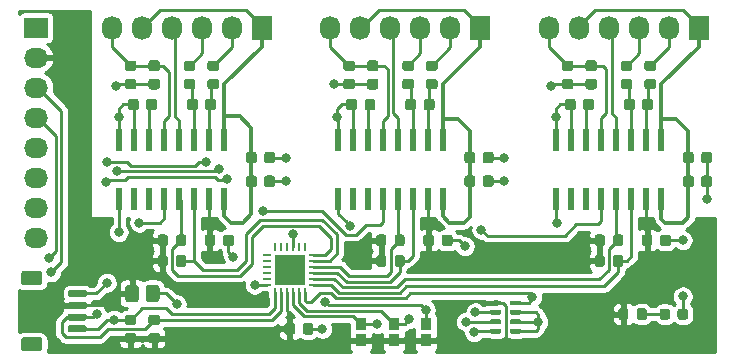
<source format=gtl>
G04 #@! TF.GenerationSoftware,KiCad,Pcbnew,(5.1.0-0)*
G04 #@! TF.CreationDate,2019-05-28T11:35:41+09:30*
G04 #@! TF.ProjectId,triax-loadwing,74726961-782d-46c6-9f61-6477696e672e,V1.0*
G04 #@! TF.SameCoordinates,Original*
G04 #@! TF.FileFunction,Copper,L1,Top*
G04 #@! TF.FilePolarity,Positive*
%FSLAX46Y46*%
G04 Gerber Fmt 4.6, Leading zero omitted, Abs format (unit mm)*
G04 Created by KiCad (PCBNEW (5.1.0-0)) date 2019-05-28 11:35:41*
%MOMM*%
%LPD*%
G04 APERTURE LIST*
%ADD10R,0.970000X1.120000*%
%ADD11C,0.100000*%
%ADD12C,0.400000*%
%ADD13C,1.200000*%
%ADD14C,0.600000*%
%ADD15O,2.032000X1.727200*%
%ADD16R,2.032000X1.727200*%
%ADD17C,1.160000*%
%ADD18O,1.727200X2.032000*%
%ADD19R,1.727200X2.032000*%
%ADD20R,1.350000X1.350000*%
%ADD21R,0.260000X0.740000*%
%ADD22R,0.740000X0.260000*%
%ADD23R,0.600000X1.970000*%
%ADD24C,0.850000*%
%ADD25C,0.910000*%
%ADD26C,0.920000*%
%ADD27C,0.800000*%
%ADD28C,0.250000*%
%ADD29C,0.300000*%
%ADD30C,0.254000*%
G04 APERTURE END LIST*
D10*
X170000000Y-88475000D03*
X170000000Y-87125000D03*
X167300000Y-88475000D03*
X167300000Y-87125000D03*
X164500000Y-88475000D03*
X164500000Y-87125000D03*
D11*
G36*
X176259802Y-85900482D02*
G01*
X176269509Y-85901921D01*
X176279028Y-85904306D01*
X176288268Y-85907612D01*
X176297140Y-85911808D01*
X176305557Y-85916853D01*
X176313439Y-85922699D01*
X176320711Y-85929289D01*
X176327301Y-85936561D01*
X176333147Y-85944443D01*
X176338192Y-85952860D01*
X176342388Y-85961732D01*
X176345694Y-85970972D01*
X176348079Y-85980491D01*
X176349518Y-85990198D01*
X176350000Y-86000000D01*
X176350000Y-86200000D01*
X176349518Y-86209802D01*
X176348079Y-86219509D01*
X176345694Y-86229028D01*
X176342388Y-86238268D01*
X176338192Y-86247140D01*
X176333147Y-86255557D01*
X176327301Y-86263439D01*
X176320711Y-86270711D01*
X176313439Y-86277301D01*
X176305557Y-86283147D01*
X176297140Y-86288192D01*
X176288268Y-86292388D01*
X176279028Y-86295694D01*
X176269509Y-86298079D01*
X176259802Y-86299518D01*
X176250000Y-86300000D01*
X175550000Y-86300000D01*
X175540198Y-86299518D01*
X175530491Y-86298079D01*
X175520972Y-86295694D01*
X175511732Y-86292388D01*
X175502860Y-86288192D01*
X175494443Y-86283147D01*
X175486561Y-86277301D01*
X175479289Y-86270711D01*
X175472699Y-86263439D01*
X175466853Y-86255557D01*
X175461808Y-86247140D01*
X175457612Y-86238268D01*
X175454306Y-86229028D01*
X175451921Y-86219509D01*
X175450482Y-86209802D01*
X175450000Y-86200000D01*
X175450000Y-86000000D01*
X175450482Y-85990198D01*
X175451921Y-85980491D01*
X175454306Y-85970972D01*
X175457612Y-85961732D01*
X175461808Y-85952860D01*
X175466853Y-85944443D01*
X175472699Y-85936561D01*
X175479289Y-85929289D01*
X175486561Y-85922699D01*
X175494443Y-85916853D01*
X175502860Y-85911808D01*
X175511732Y-85907612D01*
X175520972Y-85904306D01*
X175530491Y-85901921D01*
X175540198Y-85900482D01*
X175550000Y-85900000D01*
X176250000Y-85900000D01*
X176259802Y-85900482D01*
X176259802Y-85900482D01*
G37*
D12*
X175900000Y-86100000D03*
D11*
G36*
X176259802Y-86700482D02*
G01*
X176269509Y-86701921D01*
X176279028Y-86704306D01*
X176288268Y-86707612D01*
X176297140Y-86711808D01*
X176305557Y-86716853D01*
X176313439Y-86722699D01*
X176320711Y-86729289D01*
X176327301Y-86736561D01*
X176333147Y-86744443D01*
X176338192Y-86752860D01*
X176342388Y-86761732D01*
X176345694Y-86770972D01*
X176348079Y-86780491D01*
X176349518Y-86790198D01*
X176350000Y-86800000D01*
X176350000Y-87000000D01*
X176349518Y-87009802D01*
X176348079Y-87019509D01*
X176345694Y-87029028D01*
X176342388Y-87038268D01*
X176338192Y-87047140D01*
X176333147Y-87055557D01*
X176327301Y-87063439D01*
X176320711Y-87070711D01*
X176313439Y-87077301D01*
X176305557Y-87083147D01*
X176297140Y-87088192D01*
X176288268Y-87092388D01*
X176279028Y-87095694D01*
X176269509Y-87098079D01*
X176259802Y-87099518D01*
X176250000Y-87100000D01*
X175550000Y-87100000D01*
X175540198Y-87099518D01*
X175530491Y-87098079D01*
X175520972Y-87095694D01*
X175511732Y-87092388D01*
X175502860Y-87088192D01*
X175494443Y-87083147D01*
X175486561Y-87077301D01*
X175479289Y-87070711D01*
X175472699Y-87063439D01*
X175466853Y-87055557D01*
X175461808Y-87047140D01*
X175457612Y-87038268D01*
X175454306Y-87029028D01*
X175451921Y-87019509D01*
X175450482Y-87009802D01*
X175450000Y-87000000D01*
X175450000Y-86800000D01*
X175450482Y-86790198D01*
X175451921Y-86780491D01*
X175454306Y-86770972D01*
X175457612Y-86761732D01*
X175461808Y-86752860D01*
X175466853Y-86744443D01*
X175472699Y-86736561D01*
X175479289Y-86729289D01*
X175486561Y-86722699D01*
X175494443Y-86716853D01*
X175502860Y-86711808D01*
X175511732Y-86707612D01*
X175520972Y-86704306D01*
X175530491Y-86701921D01*
X175540198Y-86700482D01*
X175550000Y-86700000D01*
X176250000Y-86700000D01*
X176259802Y-86700482D01*
X176259802Y-86700482D01*
G37*
D12*
X175900000Y-86900000D03*
D11*
G36*
X176259802Y-85100482D02*
G01*
X176269509Y-85101921D01*
X176279028Y-85104306D01*
X176288268Y-85107612D01*
X176297140Y-85111808D01*
X176305557Y-85116853D01*
X176313439Y-85122699D01*
X176320711Y-85129289D01*
X176327301Y-85136561D01*
X176333147Y-85144443D01*
X176338192Y-85152860D01*
X176342388Y-85161732D01*
X176345694Y-85170972D01*
X176348079Y-85180491D01*
X176349518Y-85190198D01*
X176350000Y-85200000D01*
X176350000Y-85400000D01*
X176349518Y-85409802D01*
X176348079Y-85419509D01*
X176345694Y-85429028D01*
X176342388Y-85438268D01*
X176338192Y-85447140D01*
X176333147Y-85455557D01*
X176327301Y-85463439D01*
X176320711Y-85470711D01*
X176313439Y-85477301D01*
X176305557Y-85483147D01*
X176297140Y-85488192D01*
X176288268Y-85492388D01*
X176279028Y-85495694D01*
X176269509Y-85498079D01*
X176259802Y-85499518D01*
X176250000Y-85500000D01*
X175550000Y-85500000D01*
X175540198Y-85499518D01*
X175530491Y-85498079D01*
X175520972Y-85495694D01*
X175511732Y-85492388D01*
X175502860Y-85488192D01*
X175494443Y-85483147D01*
X175486561Y-85477301D01*
X175479289Y-85470711D01*
X175472699Y-85463439D01*
X175466853Y-85455557D01*
X175461808Y-85447140D01*
X175457612Y-85438268D01*
X175454306Y-85429028D01*
X175451921Y-85419509D01*
X175450482Y-85409802D01*
X175450000Y-85400000D01*
X175450000Y-85200000D01*
X175450482Y-85190198D01*
X175451921Y-85180491D01*
X175454306Y-85170972D01*
X175457612Y-85161732D01*
X175461808Y-85152860D01*
X175466853Y-85144443D01*
X175472699Y-85136561D01*
X175479289Y-85129289D01*
X175486561Y-85122699D01*
X175494443Y-85116853D01*
X175502860Y-85111808D01*
X175511732Y-85107612D01*
X175520972Y-85104306D01*
X175530491Y-85101921D01*
X175540198Y-85100482D01*
X175550000Y-85100000D01*
X176250000Y-85100000D01*
X176259802Y-85100482D01*
X176259802Y-85100482D01*
G37*
D12*
X175900000Y-85300000D03*
D11*
G36*
X176259802Y-87500482D02*
G01*
X176269509Y-87501921D01*
X176279028Y-87504306D01*
X176288268Y-87507612D01*
X176297140Y-87511808D01*
X176305557Y-87516853D01*
X176313439Y-87522699D01*
X176320711Y-87529289D01*
X176327301Y-87536561D01*
X176333147Y-87544443D01*
X176338192Y-87552860D01*
X176342388Y-87561732D01*
X176345694Y-87570972D01*
X176348079Y-87580491D01*
X176349518Y-87590198D01*
X176350000Y-87600000D01*
X176350000Y-87800000D01*
X176349518Y-87809802D01*
X176348079Y-87819509D01*
X176345694Y-87829028D01*
X176342388Y-87838268D01*
X176338192Y-87847140D01*
X176333147Y-87855557D01*
X176327301Y-87863439D01*
X176320711Y-87870711D01*
X176313439Y-87877301D01*
X176305557Y-87883147D01*
X176297140Y-87888192D01*
X176288268Y-87892388D01*
X176279028Y-87895694D01*
X176269509Y-87898079D01*
X176259802Y-87899518D01*
X176250000Y-87900000D01*
X175550000Y-87900000D01*
X175540198Y-87899518D01*
X175530491Y-87898079D01*
X175520972Y-87895694D01*
X175511732Y-87892388D01*
X175502860Y-87888192D01*
X175494443Y-87883147D01*
X175486561Y-87877301D01*
X175479289Y-87870711D01*
X175472699Y-87863439D01*
X175466853Y-87855557D01*
X175461808Y-87847140D01*
X175457612Y-87838268D01*
X175454306Y-87829028D01*
X175451921Y-87819509D01*
X175450482Y-87809802D01*
X175450000Y-87800000D01*
X175450000Y-87600000D01*
X175450482Y-87590198D01*
X175451921Y-87580491D01*
X175454306Y-87570972D01*
X175457612Y-87561732D01*
X175461808Y-87552860D01*
X175466853Y-87544443D01*
X175472699Y-87536561D01*
X175479289Y-87529289D01*
X175486561Y-87522699D01*
X175494443Y-87516853D01*
X175502860Y-87511808D01*
X175511732Y-87507612D01*
X175520972Y-87504306D01*
X175530491Y-87501921D01*
X175540198Y-87500482D01*
X175550000Y-87500000D01*
X176250000Y-87500000D01*
X176259802Y-87500482D01*
X176259802Y-87500482D01*
G37*
D12*
X175900000Y-87700000D03*
D11*
G36*
X177959802Y-85100482D02*
G01*
X177969509Y-85101921D01*
X177979028Y-85104306D01*
X177988268Y-85107612D01*
X177997140Y-85111808D01*
X178005557Y-85116853D01*
X178013439Y-85122699D01*
X178020711Y-85129289D01*
X178027301Y-85136561D01*
X178033147Y-85144443D01*
X178038192Y-85152860D01*
X178042388Y-85161732D01*
X178045694Y-85170972D01*
X178048079Y-85180491D01*
X178049518Y-85190198D01*
X178050000Y-85200000D01*
X178050000Y-85400000D01*
X178049518Y-85409802D01*
X178048079Y-85419509D01*
X178045694Y-85429028D01*
X178042388Y-85438268D01*
X178038192Y-85447140D01*
X178033147Y-85455557D01*
X178027301Y-85463439D01*
X178020711Y-85470711D01*
X178013439Y-85477301D01*
X178005557Y-85483147D01*
X177997140Y-85488192D01*
X177988268Y-85492388D01*
X177979028Y-85495694D01*
X177969509Y-85498079D01*
X177959802Y-85499518D01*
X177950000Y-85500000D01*
X177250000Y-85500000D01*
X177240198Y-85499518D01*
X177230491Y-85498079D01*
X177220972Y-85495694D01*
X177211732Y-85492388D01*
X177202860Y-85488192D01*
X177194443Y-85483147D01*
X177186561Y-85477301D01*
X177179289Y-85470711D01*
X177172699Y-85463439D01*
X177166853Y-85455557D01*
X177161808Y-85447140D01*
X177157612Y-85438268D01*
X177154306Y-85429028D01*
X177151921Y-85419509D01*
X177150482Y-85409802D01*
X177150000Y-85400000D01*
X177150000Y-85200000D01*
X177150482Y-85190198D01*
X177151921Y-85180491D01*
X177154306Y-85170972D01*
X177157612Y-85161732D01*
X177161808Y-85152860D01*
X177166853Y-85144443D01*
X177172699Y-85136561D01*
X177179289Y-85129289D01*
X177186561Y-85122699D01*
X177194443Y-85116853D01*
X177202860Y-85111808D01*
X177211732Y-85107612D01*
X177220972Y-85104306D01*
X177230491Y-85101921D01*
X177240198Y-85100482D01*
X177250000Y-85100000D01*
X177950000Y-85100000D01*
X177959802Y-85100482D01*
X177959802Y-85100482D01*
G37*
D12*
X177600000Y-85300000D03*
D11*
G36*
X177959802Y-85900482D02*
G01*
X177969509Y-85901921D01*
X177979028Y-85904306D01*
X177988268Y-85907612D01*
X177997140Y-85911808D01*
X178005557Y-85916853D01*
X178013439Y-85922699D01*
X178020711Y-85929289D01*
X178027301Y-85936561D01*
X178033147Y-85944443D01*
X178038192Y-85952860D01*
X178042388Y-85961732D01*
X178045694Y-85970972D01*
X178048079Y-85980491D01*
X178049518Y-85990198D01*
X178050000Y-86000000D01*
X178050000Y-86200000D01*
X178049518Y-86209802D01*
X178048079Y-86219509D01*
X178045694Y-86229028D01*
X178042388Y-86238268D01*
X178038192Y-86247140D01*
X178033147Y-86255557D01*
X178027301Y-86263439D01*
X178020711Y-86270711D01*
X178013439Y-86277301D01*
X178005557Y-86283147D01*
X177997140Y-86288192D01*
X177988268Y-86292388D01*
X177979028Y-86295694D01*
X177969509Y-86298079D01*
X177959802Y-86299518D01*
X177950000Y-86300000D01*
X177250000Y-86300000D01*
X177240198Y-86299518D01*
X177230491Y-86298079D01*
X177220972Y-86295694D01*
X177211732Y-86292388D01*
X177202860Y-86288192D01*
X177194443Y-86283147D01*
X177186561Y-86277301D01*
X177179289Y-86270711D01*
X177172699Y-86263439D01*
X177166853Y-86255557D01*
X177161808Y-86247140D01*
X177157612Y-86238268D01*
X177154306Y-86229028D01*
X177151921Y-86219509D01*
X177150482Y-86209802D01*
X177150000Y-86200000D01*
X177150000Y-86000000D01*
X177150482Y-85990198D01*
X177151921Y-85980491D01*
X177154306Y-85970972D01*
X177157612Y-85961732D01*
X177161808Y-85952860D01*
X177166853Y-85944443D01*
X177172699Y-85936561D01*
X177179289Y-85929289D01*
X177186561Y-85922699D01*
X177194443Y-85916853D01*
X177202860Y-85911808D01*
X177211732Y-85907612D01*
X177220972Y-85904306D01*
X177230491Y-85901921D01*
X177240198Y-85900482D01*
X177250000Y-85900000D01*
X177950000Y-85900000D01*
X177959802Y-85900482D01*
X177959802Y-85900482D01*
G37*
D12*
X177600000Y-86100000D03*
D11*
G36*
X177959802Y-86700482D02*
G01*
X177969509Y-86701921D01*
X177979028Y-86704306D01*
X177988268Y-86707612D01*
X177997140Y-86711808D01*
X178005557Y-86716853D01*
X178013439Y-86722699D01*
X178020711Y-86729289D01*
X178027301Y-86736561D01*
X178033147Y-86744443D01*
X178038192Y-86752860D01*
X178042388Y-86761732D01*
X178045694Y-86770972D01*
X178048079Y-86780491D01*
X178049518Y-86790198D01*
X178050000Y-86800000D01*
X178050000Y-87000000D01*
X178049518Y-87009802D01*
X178048079Y-87019509D01*
X178045694Y-87029028D01*
X178042388Y-87038268D01*
X178038192Y-87047140D01*
X178033147Y-87055557D01*
X178027301Y-87063439D01*
X178020711Y-87070711D01*
X178013439Y-87077301D01*
X178005557Y-87083147D01*
X177997140Y-87088192D01*
X177988268Y-87092388D01*
X177979028Y-87095694D01*
X177969509Y-87098079D01*
X177959802Y-87099518D01*
X177950000Y-87100000D01*
X177250000Y-87100000D01*
X177240198Y-87099518D01*
X177230491Y-87098079D01*
X177220972Y-87095694D01*
X177211732Y-87092388D01*
X177202860Y-87088192D01*
X177194443Y-87083147D01*
X177186561Y-87077301D01*
X177179289Y-87070711D01*
X177172699Y-87063439D01*
X177166853Y-87055557D01*
X177161808Y-87047140D01*
X177157612Y-87038268D01*
X177154306Y-87029028D01*
X177151921Y-87019509D01*
X177150482Y-87009802D01*
X177150000Y-87000000D01*
X177150000Y-86800000D01*
X177150482Y-86790198D01*
X177151921Y-86780491D01*
X177154306Y-86770972D01*
X177157612Y-86761732D01*
X177161808Y-86752860D01*
X177166853Y-86744443D01*
X177172699Y-86736561D01*
X177179289Y-86729289D01*
X177186561Y-86722699D01*
X177194443Y-86716853D01*
X177202860Y-86711808D01*
X177211732Y-86707612D01*
X177220972Y-86704306D01*
X177230491Y-86701921D01*
X177240198Y-86700482D01*
X177250000Y-86700000D01*
X177950000Y-86700000D01*
X177959802Y-86700482D01*
X177959802Y-86700482D01*
G37*
D12*
X177600000Y-86900000D03*
D11*
G36*
X177959802Y-87500482D02*
G01*
X177969509Y-87501921D01*
X177979028Y-87504306D01*
X177988268Y-87507612D01*
X177997140Y-87511808D01*
X178005557Y-87516853D01*
X178013439Y-87522699D01*
X178020711Y-87529289D01*
X178027301Y-87536561D01*
X178033147Y-87544443D01*
X178038192Y-87552860D01*
X178042388Y-87561732D01*
X178045694Y-87570972D01*
X178048079Y-87580491D01*
X178049518Y-87590198D01*
X178050000Y-87600000D01*
X178050000Y-87800000D01*
X178049518Y-87809802D01*
X178048079Y-87819509D01*
X178045694Y-87829028D01*
X178042388Y-87838268D01*
X178038192Y-87847140D01*
X178033147Y-87855557D01*
X178027301Y-87863439D01*
X178020711Y-87870711D01*
X178013439Y-87877301D01*
X178005557Y-87883147D01*
X177997140Y-87888192D01*
X177988268Y-87892388D01*
X177979028Y-87895694D01*
X177969509Y-87898079D01*
X177959802Y-87899518D01*
X177950000Y-87900000D01*
X177250000Y-87900000D01*
X177240198Y-87899518D01*
X177230491Y-87898079D01*
X177220972Y-87895694D01*
X177211732Y-87892388D01*
X177202860Y-87888192D01*
X177194443Y-87883147D01*
X177186561Y-87877301D01*
X177179289Y-87870711D01*
X177172699Y-87863439D01*
X177166853Y-87855557D01*
X177161808Y-87847140D01*
X177157612Y-87838268D01*
X177154306Y-87829028D01*
X177151921Y-87819509D01*
X177150482Y-87809802D01*
X177150000Y-87800000D01*
X177150000Y-87600000D01*
X177150482Y-87590198D01*
X177151921Y-87580491D01*
X177154306Y-87570972D01*
X177157612Y-87561732D01*
X177161808Y-87552860D01*
X177166853Y-87544443D01*
X177172699Y-87536561D01*
X177179289Y-87529289D01*
X177186561Y-87522699D01*
X177194443Y-87516853D01*
X177202860Y-87511808D01*
X177211732Y-87507612D01*
X177220972Y-87504306D01*
X177230491Y-87501921D01*
X177240198Y-87500482D01*
X177250000Y-87500000D01*
X177950000Y-87500000D01*
X177959802Y-87500482D01*
X177959802Y-87500482D01*
G37*
D12*
X177600000Y-87700000D03*
D11*
G36*
X137299865Y-88201202D02*
G01*
X137324095Y-88204796D01*
X137347855Y-88210748D01*
X137370918Y-88219000D01*
X137393061Y-88229472D01*
X137414070Y-88242065D01*
X137433745Y-88256657D01*
X137451894Y-88273106D01*
X137468343Y-88291255D01*
X137482935Y-88310930D01*
X137495528Y-88331939D01*
X137506000Y-88354082D01*
X137514252Y-88377145D01*
X137520204Y-88400905D01*
X137523798Y-88425135D01*
X137525000Y-88449600D01*
X137525000Y-89150400D01*
X137523798Y-89174865D01*
X137520204Y-89199095D01*
X137514252Y-89222855D01*
X137506000Y-89245918D01*
X137495528Y-89268061D01*
X137482935Y-89289070D01*
X137468343Y-89308745D01*
X137451894Y-89326894D01*
X137433745Y-89343343D01*
X137414070Y-89357935D01*
X137393061Y-89370528D01*
X137370918Y-89381000D01*
X137347855Y-89389252D01*
X137324095Y-89395204D01*
X137299865Y-89398798D01*
X137275400Y-89400000D01*
X135974600Y-89400000D01*
X135950135Y-89398798D01*
X135925905Y-89395204D01*
X135902145Y-89389252D01*
X135879082Y-89381000D01*
X135856939Y-89370528D01*
X135835930Y-89357935D01*
X135816255Y-89343343D01*
X135798106Y-89326894D01*
X135781657Y-89308745D01*
X135767065Y-89289070D01*
X135754472Y-89268061D01*
X135744000Y-89245918D01*
X135735748Y-89222855D01*
X135729796Y-89199095D01*
X135726202Y-89174865D01*
X135725000Y-89150400D01*
X135725000Y-88449600D01*
X135726202Y-88425135D01*
X135729796Y-88400905D01*
X135735748Y-88377145D01*
X135744000Y-88354082D01*
X135754472Y-88331939D01*
X135767065Y-88310930D01*
X135781657Y-88291255D01*
X135798106Y-88273106D01*
X135816255Y-88256657D01*
X135835930Y-88242065D01*
X135856939Y-88229472D01*
X135879082Y-88219000D01*
X135902145Y-88210748D01*
X135925905Y-88204796D01*
X135950135Y-88201202D01*
X135974600Y-88200000D01*
X137275400Y-88200000D01*
X137299865Y-88201202D01*
X137299865Y-88201202D01*
G37*
D13*
X136625000Y-88800000D03*
D11*
G36*
X137299865Y-82601202D02*
G01*
X137324095Y-82604796D01*
X137347855Y-82610748D01*
X137370918Y-82619000D01*
X137393061Y-82629472D01*
X137414070Y-82642065D01*
X137433745Y-82656657D01*
X137451894Y-82673106D01*
X137468343Y-82691255D01*
X137482935Y-82710930D01*
X137495528Y-82731939D01*
X137506000Y-82754082D01*
X137514252Y-82777145D01*
X137520204Y-82800905D01*
X137523798Y-82825135D01*
X137525000Y-82849600D01*
X137525000Y-83550400D01*
X137523798Y-83574865D01*
X137520204Y-83599095D01*
X137514252Y-83622855D01*
X137506000Y-83645918D01*
X137495528Y-83668061D01*
X137482935Y-83689070D01*
X137468343Y-83708745D01*
X137451894Y-83726894D01*
X137433745Y-83743343D01*
X137414070Y-83757935D01*
X137393061Y-83770528D01*
X137370918Y-83781000D01*
X137347855Y-83789252D01*
X137324095Y-83795204D01*
X137299865Y-83798798D01*
X137275400Y-83800000D01*
X135974600Y-83800000D01*
X135950135Y-83798798D01*
X135925905Y-83795204D01*
X135902145Y-83789252D01*
X135879082Y-83781000D01*
X135856939Y-83770528D01*
X135835930Y-83757935D01*
X135816255Y-83743343D01*
X135798106Y-83726894D01*
X135781657Y-83708745D01*
X135767065Y-83689070D01*
X135754472Y-83668061D01*
X135744000Y-83645918D01*
X135735748Y-83622855D01*
X135729796Y-83599095D01*
X135726202Y-83574865D01*
X135725000Y-83550400D01*
X135725000Y-82849600D01*
X135726202Y-82825135D01*
X135729796Y-82800905D01*
X135735748Y-82777145D01*
X135744000Y-82754082D01*
X135754472Y-82731939D01*
X135767065Y-82710930D01*
X135781657Y-82691255D01*
X135798106Y-82673106D01*
X135816255Y-82656657D01*
X135835930Y-82642065D01*
X135856939Y-82629472D01*
X135879082Y-82619000D01*
X135902145Y-82610748D01*
X135925905Y-82604796D01*
X135950135Y-82601202D01*
X135974600Y-82600000D01*
X137275400Y-82600000D01*
X137299865Y-82601202D01*
X137299865Y-82601202D01*
G37*
D13*
X136625000Y-83200000D03*
D11*
G36*
X141139703Y-87200722D02*
G01*
X141154264Y-87202882D01*
X141168543Y-87206459D01*
X141182403Y-87211418D01*
X141195710Y-87217712D01*
X141208336Y-87225280D01*
X141220159Y-87234048D01*
X141231066Y-87243934D01*
X141240952Y-87254841D01*
X141249720Y-87266664D01*
X141257288Y-87279290D01*
X141263582Y-87292597D01*
X141268541Y-87306457D01*
X141272118Y-87320736D01*
X141274278Y-87335297D01*
X141275000Y-87350000D01*
X141275000Y-87650000D01*
X141274278Y-87664703D01*
X141272118Y-87679264D01*
X141268541Y-87693543D01*
X141263582Y-87707403D01*
X141257288Y-87720710D01*
X141249720Y-87733336D01*
X141240952Y-87745159D01*
X141231066Y-87756066D01*
X141220159Y-87765952D01*
X141208336Y-87774720D01*
X141195710Y-87782288D01*
X141182403Y-87788582D01*
X141168543Y-87793541D01*
X141154264Y-87797118D01*
X141139703Y-87799278D01*
X141125000Y-87800000D01*
X139875000Y-87800000D01*
X139860297Y-87799278D01*
X139845736Y-87797118D01*
X139831457Y-87793541D01*
X139817597Y-87788582D01*
X139804290Y-87782288D01*
X139791664Y-87774720D01*
X139779841Y-87765952D01*
X139768934Y-87756066D01*
X139759048Y-87745159D01*
X139750280Y-87733336D01*
X139742712Y-87720710D01*
X139736418Y-87707403D01*
X139731459Y-87693543D01*
X139727882Y-87679264D01*
X139725722Y-87664703D01*
X139725000Y-87650000D01*
X139725000Y-87350000D01*
X139725722Y-87335297D01*
X139727882Y-87320736D01*
X139731459Y-87306457D01*
X139736418Y-87292597D01*
X139742712Y-87279290D01*
X139750280Y-87266664D01*
X139759048Y-87254841D01*
X139768934Y-87243934D01*
X139779841Y-87234048D01*
X139791664Y-87225280D01*
X139804290Y-87217712D01*
X139817597Y-87211418D01*
X139831457Y-87206459D01*
X139845736Y-87202882D01*
X139860297Y-87200722D01*
X139875000Y-87200000D01*
X141125000Y-87200000D01*
X141139703Y-87200722D01*
X141139703Y-87200722D01*
G37*
D14*
X140500000Y-87500000D03*
D11*
G36*
X141139703Y-86200722D02*
G01*
X141154264Y-86202882D01*
X141168543Y-86206459D01*
X141182403Y-86211418D01*
X141195710Y-86217712D01*
X141208336Y-86225280D01*
X141220159Y-86234048D01*
X141231066Y-86243934D01*
X141240952Y-86254841D01*
X141249720Y-86266664D01*
X141257288Y-86279290D01*
X141263582Y-86292597D01*
X141268541Y-86306457D01*
X141272118Y-86320736D01*
X141274278Y-86335297D01*
X141275000Y-86350000D01*
X141275000Y-86650000D01*
X141274278Y-86664703D01*
X141272118Y-86679264D01*
X141268541Y-86693543D01*
X141263582Y-86707403D01*
X141257288Y-86720710D01*
X141249720Y-86733336D01*
X141240952Y-86745159D01*
X141231066Y-86756066D01*
X141220159Y-86765952D01*
X141208336Y-86774720D01*
X141195710Y-86782288D01*
X141182403Y-86788582D01*
X141168543Y-86793541D01*
X141154264Y-86797118D01*
X141139703Y-86799278D01*
X141125000Y-86800000D01*
X139875000Y-86800000D01*
X139860297Y-86799278D01*
X139845736Y-86797118D01*
X139831457Y-86793541D01*
X139817597Y-86788582D01*
X139804290Y-86782288D01*
X139791664Y-86774720D01*
X139779841Y-86765952D01*
X139768934Y-86756066D01*
X139759048Y-86745159D01*
X139750280Y-86733336D01*
X139742712Y-86720710D01*
X139736418Y-86707403D01*
X139731459Y-86693543D01*
X139727882Y-86679264D01*
X139725722Y-86664703D01*
X139725000Y-86650000D01*
X139725000Y-86350000D01*
X139725722Y-86335297D01*
X139727882Y-86320736D01*
X139731459Y-86306457D01*
X139736418Y-86292597D01*
X139742712Y-86279290D01*
X139750280Y-86266664D01*
X139759048Y-86254841D01*
X139768934Y-86243934D01*
X139779841Y-86234048D01*
X139791664Y-86225280D01*
X139804290Y-86217712D01*
X139817597Y-86211418D01*
X139831457Y-86206459D01*
X139845736Y-86202882D01*
X139860297Y-86200722D01*
X139875000Y-86200000D01*
X141125000Y-86200000D01*
X141139703Y-86200722D01*
X141139703Y-86200722D01*
G37*
D14*
X140500000Y-86500000D03*
D11*
G36*
X141139703Y-85200722D02*
G01*
X141154264Y-85202882D01*
X141168543Y-85206459D01*
X141182403Y-85211418D01*
X141195710Y-85217712D01*
X141208336Y-85225280D01*
X141220159Y-85234048D01*
X141231066Y-85243934D01*
X141240952Y-85254841D01*
X141249720Y-85266664D01*
X141257288Y-85279290D01*
X141263582Y-85292597D01*
X141268541Y-85306457D01*
X141272118Y-85320736D01*
X141274278Y-85335297D01*
X141275000Y-85350000D01*
X141275000Y-85650000D01*
X141274278Y-85664703D01*
X141272118Y-85679264D01*
X141268541Y-85693543D01*
X141263582Y-85707403D01*
X141257288Y-85720710D01*
X141249720Y-85733336D01*
X141240952Y-85745159D01*
X141231066Y-85756066D01*
X141220159Y-85765952D01*
X141208336Y-85774720D01*
X141195710Y-85782288D01*
X141182403Y-85788582D01*
X141168543Y-85793541D01*
X141154264Y-85797118D01*
X141139703Y-85799278D01*
X141125000Y-85800000D01*
X139875000Y-85800000D01*
X139860297Y-85799278D01*
X139845736Y-85797118D01*
X139831457Y-85793541D01*
X139817597Y-85788582D01*
X139804290Y-85782288D01*
X139791664Y-85774720D01*
X139779841Y-85765952D01*
X139768934Y-85756066D01*
X139759048Y-85745159D01*
X139750280Y-85733336D01*
X139742712Y-85720710D01*
X139736418Y-85707403D01*
X139731459Y-85693543D01*
X139727882Y-85679264D01*
X139725722Y-85664703D01*
X139725000Y-85650000D01*
X139725000Y-85350000D01*
X139725722Y-85335297D01*
X139727882Y-85320736D01*
X139731459Y-85306457D01*
X139736418Y-85292597D01*
X139742712Y-85279290D01*
X139750280Y-85266664D01*
X139759048Y-85254841D01*
X139768934Y-85243934D01*
X139779841Y-85234048D01*
X139791664Y-85225280D01*
X139804290Y-85217712D01*
X139817597Y-85211418D01*
X139831457Y-85206459D01*
X139845736Y-85202882D01*
X139860297Y-85200722D01*
X139875000Y-85200000D01*
X141125000Y-85200000D01*
X141139703Y-85200722D01*
X141139703Y-85200722D01*
G37*
D14*
X140500000Y-85500000D03*
D11*
G36*
X141139703Y-84200722D02*
G01*
X141154264Y-84202882D01*
X141168543Y-84206459D01*
X141182403Y-84211418D01*
X141195710Y-84217712D01*
X141208336Y-84225280D01*
X141220159Y-84234048D01*
X141231066Y-84243934D01*
X141240952Y-84254841D01*
X141249720Y-84266664D01*
X141257288Y-84279290D01*
X141263582Y-84292597D01*
X141268541Y-84306457D01*
X141272118Y-84320736D01*
X141274278Y-84335297D01*
X141275000Y-84350000D01*
X141275000Y-84650000D01*
X141274278Y-84664703D01*
X141272118Y-84679264D01*
X141268541Y-84693543D01*
X141263582Y-84707403D01*
X141257288Y-84720710D01*
X141249720Y-84733336D01*
X141240952Y-84745159D01*
X141231066Y-84756066D01*
X141220159Y-84765952D01*
X141208336Y-84774720D01*
X141195710Y-84782288D01*
X141182403Y-84788582D01*
X141168543Y-84793541D01*
X141154264Y-84797118D01*
X141139703Y-84799278D01*
X141125000Y-84800000D01*
X139875000Y-84800000D01*
X139860297Y-84799278D01*
X139845736Y-84797118D01*
X139831457Y-84793541D01*
X139817597Y-84788582D01*
X139804290Y-84782288D01*
X139791664Y-84774720D01*
X139779841Y-84765952D01*
X139768934Y-84756066D01*
X139759048Y-84745159D01*
X139750280Y-84733336D01*
X139742712Y-84720710D01*
X139736418Y-84707403D01*
X139731459Y-84693543D01*
X139727882Y-84679264D01*
X139725722Y-84664703D01*
X139725000Y-84650000D01*
X139725000Y-84350000D01*
X139725722Y-84335297D01*
X139727882Y-84320736D01*
X139731459Y-84306457D01*
X139736418Y-84292597D01*
X139742712Y-84279290D01*
X139750280Y-84266664D01*
X139759048Y-84254841D01*
X139768934Y-84243934D01*
X139779841Y-84234048D01*
X139791664Y-84225280D01*
X139804290Y-84217712D01*
X139817597Y-84211418D01*
X139831457Y-84206459D01*
X139845736Y-84202882D01*
X139860297Y-84200722D01*
X139875000Y-84200000D01*
X141125000Y-84200000D01*
X141139703Y-84200722D01*
X141139703Y-84200722D01*
G37*
D14*
X140500000Y-84500000D03*
D15*
X137000000Y-79780000D03*
X137000000Y-77240000D03*
X137000000Y-74700000D03*
X137000000Y-72160000D03*
X137000000Y-69620000D03*
X137000000Y-67080000D03*
X137000000Y-64540000D03*
D16*
X137000000Y-62000000D03*
D11*
G36*
X145443425Y-83766396D02*
G01*
X145471576Y-83770572D01*
X145499183Y-83777487D01*
X145525978Y-83787075D01*
X145551705Y-83799243D01*
X145576115Y-83813874D01*
X145598974Y-83830827D01*
X145620061Y-83849939D01*
X145639173Y-83871026D01*
X145656126Y-83893885D01*
X145670757Y-83918295D01*
X145682925Y-83944022D01*
X145692513Y-83970817D01*
X145699428Y-83998424D01*
X145703604Y-84026575D01*
X145705000Y-84055000D01*
X145705000Y-84945000D01*
X145703604Y-84973425D01*
X145699428Y-85001576D01*
X145692513Y-85029183D01*
X145682925Y-85055978D01*
X145670757Y-85081705D01*
X145656126Y-85106115D01*
X145639173Y-85128974D01*
X145620061Y-85150061D01*
X145598974Y-85169173D01*
X145576115Y-85186126D01*
X145551705Y-85200757D01*
X145525978Y-85212925D01*
X145499183Y-85222513D01*
X145471576Y-85229428D01*
X145443425Y-85233604D01*
X145415000Y-85235000D01*
X144835000Y-85235000D01*
X144806575Y-85233604D01*
X144778424Y-85229428D01*
X144750817Y-85222513D01*
X144724022Y-85212925D01*
X144698295Y-85200757D01*
X144673885Y-85186126D01*
X144651026Y-85169173D01*
X144629939Y-85150061D01*
X144610827Y-85128974D01*
X144593874Y-85106115D01*
X144579243Y-85081705D01*
X144567075Y-85055978D01*
X144557487Y-85029183D01*
X144550572Y-85001576D01*
X144546396Y-84973425D01*
X144545000Y-84945000D01*
X144545000Y-84055000D01*
X144546396Y-84026575D01*
X144550572Y-83998424D01*
X144557487Y-83970817D01*
X144567075Y-83944022D01*
X144579243Y-83918295D01*
X144593874Y-83893885D01*
X144610827Y-83871026D01*
X144629939Y-83849939D01*
X144651026Y-83830827D01*
X144673885Y-83813874D01*
X144698295Y-83799243D01*
X144724022Y-83787075D01*
X144750817Y-83777487D01*
X144778424Y-83770572D01*
X144806575Y-83766396D01*
X144835000Y-83765000D01*
X145415000Y-83765000D01*
X145443425Y-83766396D01*
X145443425Y-83766396D01*
G37*
D17*
X145125000Y-84500000D03*
D11*
G36*
X147193425Y-83766396D02*
G01*
X147221576Y-83770572D01*
X147249183Y-83777487D01*
X147275978Y-83787075D01*
X147301705Y-83799243D01*
X147326115Y-83813874D01*
X147348974Y-83830827D01*
X147370061Y-83849939D01*
X147389173Y-83871026D01*
X147406126Y-83893885D01*
X147420757Y-83918295D01*
X147432925Y-83944022D01*
X147442513Y-83970817D01*
X147449428Y-83998424D01*
X147453604Y-84026575D01*
X147455000Y-84055000D01*
X147455000Y-84945000D01*
X147453604Y-84973425D01*
X147449428Y-85001576D01*
X147442513Y-85029183D01*
X147432925Y-85055978D01*
X147420757Y-85081705D01*
X147406126Y-85106115D01*
X147389173Y-85128974D01*
X147370061Y-85150061D01*
X147348974Y-85169173D01*
X147326115Y-85186126D01*
X147301705Y-85200757D01*
X147275978Y-85212925D01*
X147249183Y-85222513D01*
X147221576Y-85229428D01*
X147193425Y-85233604D01*
X147165000Y-85235000D01*
X146585000Y-85235000D01*
X146556575Y-85233604D01*
X146528424Y-85229428D01*
X146500817Y-85222513D01*
X146474022Y-85212925D01*
X146448295Y-85200757D01*
X146423885Y-85186126D01*
X146401026Y-85169173D01*
X146379939Y-85150061D01*
X146360827Y-85128974D01*
X146343874Y-85106115D01*
X146329243Y-85081705D01*
X146317075Y-85055978D01*
X146307487Y-85029183D01*
X146300572Y-85001576D01*
X146296396Y-84973425D01*
X146295000Y-84945000D01*
X146295000Y-84055000D01*
X146296396Y-84026575D01*
X146300572Y-83998424D01*
X146307487Y-83970817D01*
X146317075Y-83944022D01*
X146329243Y-83918295D01*
X146343874Y-83893885D01*
X146360827Y-83871026D01*
X146379939Y-83849939D01*
X146401026Y-83830827D01*
X146423885Y-83813874D01*
X146448295Y-83799243D01*
X146474022Y-83787075D01*
X146500817Y-83777487D01*
X146528424Y-83770572D01*
X146556575Y-83766396D01*
X146585000Y-83765000D01*
X147165000Y-83765000D01*
X147193425Y-83766396D01*
X147193425Y-83766396D01*
G37*
D17*
X146875000Y-84500000D03*
D18*
X143420000Y-62000000D03*
X145960000Y-62000000D03*
X148500000Y-62000000D03*
X151040000Y-62000000D03*
X153580000Y-62000000D03*
D19*
X156120000Y-62000000D03*
D18*
X161920000Y-62000000D03*
X164460000Y-62000000D03*
X167000000Y-62000000D03*
X169540000Y-62000000D03*
X172080000Y-62000000D03*
D19*
X174620000Y-62000000D03*
D18*
X180420000Y-62000000D03*
X182960000Y-62000000D03*
X185500000Y-62000000D03*
X188040000Y-62000000D03*
X190580000Y-62000000D03*
D19*
X193120000Y-62000000D03*
D20*
X157890000Y-83110000D03*
X159110000Y-83110000D03*
X157890000Y-81890000D03*
X159110000Y-81890000D03*
D21*
X159750000Y-84420000D03*
X159250000Y-84420000D03*
X158750000Y-84420000D03*
X158250000Y-84420000D03*
X157750000Y-84420000D03*
X157250000Y-84420000D03*
D22*
X156580000Y-83750000D03*
X156580000Y-83250000D03*
X156580000Y-82750000D03*
X156580000Y-82250000D03*
X156580000Y-81750000D03*
X156580000Y-81250000D03*
D21*
X157250000Y-80580000D03*
X157750000Y-80580000D03*
X158250000Y-80580000D03*
X158750000Y-80580000D03*
X159250000Y-80580000D03*
X159750000Y-80580000D03*
D22*
X160420000Y-81250000D03*
X160420000Y-81750000D03*
X160420000Y-82250000D03*
X160420000Y-82750000D03*
X160420000Y-83250000D03*
X160420000Y-83750000D03*
D23*
X152945000Y-76475000D03*
X151675000Y-76475000D03*
X150405000Y-76475000D03*
X149135000Y-76475000D03*
X147865000Y-76475000D03*
X146595000Y-76475000D03*
X145325000Y-76475000D03*
X144055000Y-76475000D03*
X144055000Y-71525000D03*
X145325000Y-71525000D03*
X146595000Y-71525000D03*
X147865000Y-71525000D03*
X149135000Y-71525000D03*
X150405000Y-71525000D03*
X151675000Y-71525000D03*
X152945000Y-71525000D03*
X171445000Y-76475000D03*
X170175000Y-76475000D03*
X168905000Y-76475000D03*
X167635000Y-76475000D03*
X166365000Y-76475000D03*
X165095000Y-76475000D03*
X163825000Y-76475000D03*
X162555000Y-76475000D03*
X162555000Y-71525000D03*
X163825000Y-71525000D03*
X165095000Y-71525000D03*
X166365000Y-71525000D03*
X167635000Y-71525000D03*
X168905000Y-71525000D03*
X170175000Y-71525000D03*
X171445000Y-71525000D03*
X189945000Y-76475000D03*
X188675000Y-76475000D03*
X187405000Y-76475000D03*
X186135000Y-76475000D03*
X184865000Y-76475000D03*
X183595000Y-76475000D03*
X182325000Y-76475000D03*
X181055000Y-76475000D03*
X181055000Y-71525000D03*
X182325000Y-71525000D03*
X183595000Y-71525000D03*
X184865000Y-71525000D03*
X186135000Y-71525000D03*
X187405000Y-71525000D03*
X188675000Y-71525000D03*
X189945000Y-71525000D03*
D11*
G36*
X188508329Y-85761023D02*
G01*
X188528957Y-85764083D01*
X188549185Y-85769150D01*
X188568820Y-85776176D01*
X188587672Y-85785092D01*
X188605559Y-85795813D01*
X188622309Y-85808235D01*
X188637760Y-85822240D01*
X188651765Y-85837691D01*
X188664187Y-85854441D01*
X188674908Y-85872328D01*
X188683824Y-85891180D01*
X188690850Y-85910815D01*
X188695917Y-85931043D01*
X188698977Y-85951671D01*
X188700000Y-85972500D01*
X188700000Y-86527500D01*
X188698977Y-86548329D01*
X188695917Y-86568957D01*
X188690850Y-86589185D01*
X188683824Y-86608820D01*
X188674908Y-86627672D01*
X188664187Y-86645559D01*
X188651765Y-86662309D01*
X188637760Y-86677760D01*
X188622309Y-86691765D01*
X188605559Y-86704187D01*
X188587672Y-86714908D01*
X188568820Y-86723824D01*
X188549185Y-86730850D01*
X188528957Y-86735917D01*
X188508329Y-86738977D01*
X188487500Y-86740000D01*
X188062500Y-86740000D01*
X188041671Y-86738977D01*
X188021043Y-86735917D01*
X188000815Y-86730850D01*
X187981180Y-86723824D01*
X187962328Y-86714908D01*
X187944441Y-86704187D01*
X187927691Y-86691765D01*
X187912240Y-86677760D01*
X187898235Y-86662309D01*
X187885813Y-86645559D01*
X187875092Y-86627672D01*
X187866176Y-86608820D01*
X187859150Y-86589185D01*
X187854083Y-86568957D01*
X187851023Y-86548329D01*
X187850000Y-86527500D01*
X187850000Y-85972500D01*
X187851023Y-85951671D01*
X187854083Y-85931043D01*
X187859150Y-85910815D01*
X187866176Y-85891180D01*
X187875092Y-85872328D01*
X187885813Y-85854441D01*
X187898235Y-85837691D01*
X187912240Y-85822240D01*
X187927691Y-85808235D01*
X187944441Y-85795813D01*
X187962328Y-85785092D01*
X187981180Y-85776176D01*
X188000815Y-85769150D01*
X188021043Y-85764083D01*
X188041671Y-85761023D01*
X188062500Y-85760000D01*
X188487500Y-85760000D01*
X188508329Y-85761023D01*
X188508329Y-85761023D01*
G37*
D24*
X188275000Y-86250000D03*
D11*
G36*
X186958329Y-85761023D02*
G01*
X186978957Y-85764083D01*
X186999185Y-85769150D01*
X187018820Y-85776176D01*
X187037672Y-85785092D01*
X187055559Y-85795813D01*
X187072309Y-85808235D01*
X187087760Y-85822240D01*
X187101765Y-85837691D01*
X187114187Y-85854441D01*
X187124908Y-85872328D01*
X187133824Y-85891180D01*
X187140850Y-85910815D01*
X187145917Y-85931043D01*
X187148977Y-85951671D01*
X187150000Y-85972500D01*
X187150000Y-86527500D01*
X187148977Y-86548329D01*
X187145917Y-86568957D01*
X187140850Y-86589185D01*
X187133824Y-86608820D01*
X187124908Y-86627672D01*
X187114187Y-86645559D01*
X187101765Y-86662309D01*
X187087760Y-86677760D01*
X187072309Y-86691765D01*
X187055559Y-86704187D01*
X187037672Y-86714908D01*
X187018820Y-86723824D01*
X186999185Y-86730850D01*
X186978957Y-86735917D01*
X186958329Y-86738977D01*
X186937500Y-86740000D01*
X186512500Y-86740000D01*
X186491671Y-86738977D01*
X186471043Y-86735917D01*
X186450815Y-86730850D01*
X186431180Y-86723824D01*
X186412328Y-86714908D01*
X186394441Y-86704187D01*
X186377691Y-86691765D01*
X186362240Y-86677760D01*
X186348235Y-86662309D01*
X186335813Y-86645559D01*
X186325092Y-86627672D01*
X186316176Y-86608820D01*
X186309150Y-86589185D01*
X186304083Y-86568957D01*
X186301023Y-86548329D01*
X186300000Y-86527500D01*
X186300000Y-85972500D01*
X186301023Y-85951671D01*
X186304083Y-85931043D01*
X186309150Y-85910815D01*
X186316176Y-85891180D01*
X186325092Y-85872328D01*
X186335813Y-85854441D01*
X186348235Y-85837691D01*
X186362240Y-85822240D01*
X186377691Y-85808235D01*
X186394441Y-85795813D01*
X186412328Y-85785092D01*
X186431180Y-85776176D01*
X186450815Y-85769150D01*
X186471043Y-85764083D01*
X186491671Y-85761023D01*
X186512500Y-85760000D01*
X186937500Y-85760000D01*
X186958329Y-85761023D01*
X186958329Y-85761023D01*
G37*
D24*
X186725000Y-86250000D03*
D11*
G36*
X145298329Y-86301023D02*
G01*
X145318957Y-86304083D01*
X145339185Y-86309150D01*
X145358820Y-86316176D01*
X145377672Y-86325092D01*
X145395559Y-86335813D01*
X145412309Y-86348235D01*
X145427760Y-86362240D01*
X145441765Y-86377691D01*
X145454187Y-86394441D01*
X145464908Y-86412328D01*
X145473824Y-86431180D01*
X145480850Y-86450815D01*
X145485917Y-86471043D01*
X145488977Y-86491671D01*
X145490000Y-86512500D01*
X145490000Y-86937500D01*
X145488977Y-86958329D01*
X145485917Y-86978957D01*
X145480850Y-86999185D01*
X145473824Y-87018820D01*
X145464908Y-87037672D01*
X145454187Y-87055559D01*
X145441765Y-87072309D01*
X145427760Y-87087760D01*
X145412309Y-87101765D01*
X145395559Y-87114187D01*
X145377672Y-87124908D01*
X145358820Y-87133824D01*
X145339185Y-87140850D01*
X145318957Y-87145917D01*
X145298329Y-87148977D01*
X145277500Y-87150000D01*
X144722500Y-87150000D01*
X144701671Y-87148977D01*
X144681043Y-87145917D01*
X144660815Y-87140850D01*
X144641180Y-87133824D01*
X144622328Y-87124908D01*
X144604441Y-87114187D01*
X144587691Y-87101765D01*
X144572240Y-87087760D01*
X144558235Y-87072309D01*
X144545813Y-87055559D01*
X144535092Y-87037672D01*
X144526176Y-87018820D01*
X144519150Y-86999185D01*
X144514083Y-86978957D01*
X144511023Y-86958329D01*
X144510000Y-86937500D01*
X144510000Y-86512500D01*
X144511023Y-86491671D01*
X144514083Y-86471043D01*
X144519150Y-86450815D01*
X144526176Y-86431180D01*
X144535092Y-86412328D01*
X144545813Y-86394441D01*
X144558235Y-86377691D01*
X144572240Y-86362240D01*
X144587691Y-86348235D01*
X144604441Y-86335813D01*
X144622328Y-86325092D01*
X144641180Y-86316176D01*
X144660815Y-86309150D01*
X144681043Y-86304083D01*
X144701671Y-86301023D01*
X144722500Y-86300000D01*
X145277500Y-86300000D01*
X145298329Y-86301023D01*
X145298329Y-86301023D01*
G37*
D24*
X145000000Y-86725000D03*
D11*
G36*
X145298329Y-87851023D02*
G01*
X145318957Y-87854083D01*
X145339185Y-87859150D01*
X145358820Y-87866176D01*
X145377672Y-87875092D01*
X145395559Y-87885813D01*
X145412309Y-87898235D01*
X145427760Y-87912240D01*
X145441765Y-87927691D01*
X145454187Y-87944441D01*
X145464908Y-87962328D01*
X145473824Y-87981180D01*
X145480850Y-88000815D01*
X145485917Y-88021043D01*
X145488977Y-88041671D01*
X145490000Y-88062500D01*
X145490000Y-88487500D01*
X145488977Y-88508329D01*
X145485917Y-88528957D01*
X145480850Y-88549185D01*
X145473824Y-88568820D01*
X145464908Y-88587672D01*
X145454187Y-88605559D01*
X145441765Y-88622309D01*
X145427760Y-88637760D01*
X145412309Y-88651765D01*
X145395559Y-88664187D01*
X145377672Y-88674908D01*
X145358820Y-88683824D01*
X145339185Y-88690850D01*
X145318957Y-88695917D01*
X145298329Y-88698977D01*
X145277500Y-88700000D01*
X144722500Y-88700000D01*
X144701671Y-88698977D01*
X144681043Y-88695917D01*
X144660815Y-88690850D01*
X144641180Y-88683824D01*
X144622328Y-88674908D01*
X144604441Y-88664187D01*
X144587691Y-88651765D01*
X144572240Y-88637760D01*
X144558235Y-88622309D01*
X144545813Y-88605559D01*
X144535092Y-88587672D01*
X144526176Y-88568820D01*
X144519150Y-88549185D01*
X144514083Y-88528957D01*
X144511023Y-88508329D01*
X144510000Y-88487500D01*
X144510000Y-88062500D01*
X144511023Y-88041671D01*
X144514083Y-88021043D01*
X144519150Y-88000815D01*
X144526176Y-87981180D01*
X144535092Y-87962328D01*
X144545813Y-87944441D01*
X144558235Y-87927691D01*
X144572240Y-87912240D01*
X144587691Y-87898235D01*
X144604441Y-87885813D01*
X144622328Y-87875092D01*
X144641180Y-87866176D01*
X144660815Y-87859150D01*
X144681043Y-87854083D01*
X144701671Y-87851023D01*
X144722500Y-87850000D01*
X145277500Y-87850000D01*
X145298329Y-87851023D01*
X145298329Y-87851023D01*
G37*
D24*
X145000000Y-88275000D03*
D11*
G36*
X147298329Y-87851023D02*
G01*
X147318957Y-87854083D01*
X147339185Y-87859150D01*
X147358820Y-87866176D01*
X147377672Y-87875092D01*
X147395559Y-87885813D01*
X147412309Y-87898235D01*
X147427760Y-87912240D01*
X147441765Y-87927691D01*
X147454187Y-87944441D01*
X147464908Y-87962328D01*
X147473824Y-87981180D01*
X147480850Y-88000815D01*
X147485917Y-88021043D01*
X147488977Y-88041671D01*
X147490000Y-88062500D01*
X147490000Y-88487500D01*
X147488977Y-88508329D01*
X147485917Y-88528957D01*
X147480850Y-88549185D01*
X147473824Y-88568820D01*
X147464908Y-88587672D01*
X147454187Y-88605559D01*
X147441765Y-88622309D01*
X147427760Y-88637760D01*
X147412309Y-88651765D01*
X147395559Y-88664187D01*
X147377672Y-88674908D01*
X147358820Y-88683824D01*
X147339185Y-88690850D01*
X147318957Y-88695917D01*
X147298329Y-88698977D01*
X147277500Y-88700000D01*
X146722500Y-88700000D01*
X146701671Y-88698977D01*
X146681043Y-88695917D01*
X146660815Y-88690850D01*
X146641180Y-88683824D01*
X146622328Y-88674908D01*
X146604441Y-88664187D01*
X146587691Y-88651765D01*
X146572240Y-88637760D01*
X146558235Y-88622309D01*
X146545813Y-88605559D01*
X146535092Y-88587672D01*
X146526176Y-88568820D01*
X146519150Y-88549185D01*
X146514083Y-88528957D01*
X146511023Y-88508329D01*
X146510000Y-88487500D01*
X146510000Y-88062500D01*
X146511023Y-88041671D01*
X146514083Y-88021043D01*
X146519150Y-88000815D01*
X146526176Y-87981180D01*
X146535092Y-87962328D01*
X146545813Y-87944441D01*
X146558235Y-87927691D01*
X146572240Y-87912240D01*
X146587691Y-87898235D01*
X146604441Y-87885813D01*
X146622328Y-87875092D01*
X146641180Y-87866176D01*
X146660815Y-87859150D01*
X146681043Y-87854083D01*
X146701671Y-87851023D01*
X146722500Y-87850000D01*
X147277500Y-87850000D01*
X147298329Y-87851023D01*
X147298329Y-87851023D01*
G37*
D24*
X147000000Y-88275000D03*
D11*
G36*
X147298329Y-86301023D02*
G01*
X147318957Y-86304083D01*
X147339185Y-86309150D01*
X147358820Y-86316176D01*
X147377672Y-86325092D01*
X147395559Y-86335813D01*
X147412309Y-86348235D01*
X147427760Y-86362240D01*
X147441765Y-86377691D01*
X147454187Y-86394441D01*
X147464908Y-86412328D01*
X147473824Y-86431180D01*
X147480850Y-86450815D01*
X147485917Y-86471043D01*
X147488977Y-86491671D01*
X147490000Y-86512500D01*
X147490000Y-86937500D01*
X147488977Y-86958329D01*
X147485917Y-86978957D01*
X147480850Y-86999185D01*
X147473824Y-87018820D01*
X147464908Y-87037672D01*
X147454187Y-87055559D01*
X147441765Y-87072309D01*
X147427760Y-87087760D01*
X147412309Y-87101765D01*
X147395559Y-87114187D01*
X147377672Y-87124908D01*
X147358820Y-87133824D01*
X147339185Y-87140850D01*
X147318957Y-87145917D01*
X147298329Y-87148977D01*
X147277500Y-87150000D01*
X146722500Y-87150000D01*
X146701671Y-87148977D01*
X146681043Y-87145917D01*
X146660815Y-87140850D01*
X146641180Y-87133824D01*
X146622328Y-87124908D01*
X146604441Y-87114187D01*
X146587691Y-87101765D01*
X146572240Y-87087760D01*
X146558235Y-87072309D01*
X146545813Y-87055559D01*
X146535092Y-87037672D01*
X146526176Y-87018820D01*
X146519150Y-86999185D01*
X146514083Y-86978957D01*
X146511023Y-86958329D01*
X146510000Y-86937500D01*
X146510000Y-86512500D01*
X146511023Y-86491671D01*
X146514083Y-86471043D01*
X146519150Y-86450815D01*
X146526176Y-86431180D01*
X146535092Y-86412328D01*
X146545813Y-86394441D01*
X146558235Y-86377691D01*
X146572240Y-86362240D01*
X146587691Y-86348235D01*
X146604441Y-86335813D01*
X146622328Y-86325092D01*
X146641180Y-86316176D01*
X146660815Y-86309150D01*
X146681043Y-86304083D01*
X146701671Y-86301023D01*
X146722500Y-86300000D01*
X147277500Y-86300000D01*
X147298329Y-86301023D01*
X147298329Y-86301023D01*
G37*
D24*
X147000000Y-86725000D03*
D11*
G36*
X149508329Y-79511023D02*
G01*
X149528957Y-79514083D01*
X149549185Y-79519150D01*
X149568820Y-79526176D01*
X149587672Y-79535092D01*
X149605559Y-79545813D01*
X149622309Y-79558235D01*
X149637760Y-79572240D01*
X149651765Y-79587691D01*
X149664187Y-79604441D01*
X149674908Y-79622328D01*
X149683824Y-79641180D01*
X149690850Y-79660815D01*
X149695917Y-79681043D01*
X149698977Y-79701671D01*
X149700000Y-79722500D01*
X149700000Y-80277500D01*
X149698977Y-80298329D01*
X149695917Y-80318957D01*
X149690850Y-80339185D01*
X149683824Y-80358820D01*
X149674908Y-80377672D01*
X149664187Y-80395559D01*
X149651765Y-80412309D01*
X149637760Y-80427760D01*
X149622309Y-80441765D01*
X149605559Y-80454187D01*
X149587672Y-80464908D01*
X149568820Y-80473824D01*
X149549185Y-80480850D01*
X149528957Y-80485917D01*
X149508329Y-80488977D01*
X149487500Y-80490000D01*
X149062500Y-80490000D01*
X149041671Y-80488977D01*
X149021043Y-80485917D01*
X149000815Y-80480850D01*
X148981180Y-80473824D01*
X148962328Y-80464908D01*
X148944441Y-80454187D01*
X148927691Y-80441765D01*
X148912240Y-80427760D01*
X148898235Y-80412309D01*
X148885813Y-80395559D01*
X148875092Y-80377672D01*
X148866176Y-80358820D01*
X148859150Y-80339185D01*
X148854083Y-80318957D01*
X148851023Y-80298329D01*
X148850000Y-80277500D01*
X148850000Y-79722500D01*
X148851023Y-79701671D01*
X148854083Y-79681043D01*
X148859150Y-79660815D01*
X148866176Y-79641180D01*
X148875092Y-79622328D01*
X148885813Y-79604441D01*
X148898235Y-79587691D01*
X148912240Y-79572240D01*
X148927691Y-79558235D01*
X148944441Y-79545813D01*
X148962328Y-79535092D01*
X148981180Y-79526176D01*
X149000815Y-79519150D01*
X149021043Y-79514083D01*
X149041671Y-79511023D01*
X149062500Y-79510000D01*
X149487500Y-79510000D01*
X149508329Y-79511023D01*
X149508329Y-79511023D01*
G37*
D24*
X149275000Y-80000000D03*
D11*
G36*
X147958329Y-79511023D02*
G01*
X147978957Y-79514083D01*
X147999185Y-79519150D01*
X148018820Y-79526176D01*
X148037672Y-79535092D01*
X148055559Y-79545813D01*
X148072309Y-79558235D01*
X148087760Y-79572240D01*
X148101765Y-79587691D01*
X148114187Y-79604441D01*
X148124908Y-79622328D01*
X148133824Y-79641180D01*
X148140850Y-79660815D01*
X148145917Y-79681043D01*
X148148977Y-79701671D01*
X148150000Y-79722500D01*
X148150000Y-80277500D01*
X148148977Y-80298329D01*
X148145917Y-80318957D01*
X148140850Y-80339185D01*
X148133824Y-80358820D01*
X148124908Y-80377672D01*
X148114187Y-80395559D01*
X148101765Y-80412309D01*
X148087760Y-80427760D01*
X148072309Y-80441765D01*
X148055559Y-80454187D01*
X148037672Y-80464908D01*
X148018820Y-80473824D01*
X147999185Y-80480850D01*
X147978957Y-80485917D01*
X147958329Y-80488977D01*
X147937500Y-80490000D01*
X147512500Y-80490000D01*
X147491671Y-80488977D01*
X147471043Y-80485917D01*
X147450815Y-80480850D01*
X147431180Y-80473824D01*
X147412328Y-80464908D01*
X147394441Y-80454187D01*
X147377691Y-80441765D01*
X147362240Y-80427760D01*
X147348235Y-80412309D01*
X147335813Y-80395559D01*
X147325092Y-80377672D01*
X147316176Y-80358820D01*
X147309150Y-80339185D01*
X147304083Y-80318957D01*
X147301023Y-80298329D01*
X147300000Y-80277500D01*
X147300000Y-79722500D01*
X147301023Y-79701671D01*
X147304083Y-79681043D01*
X147309150Y-79660815D01*
X147316176Y-79641180D01*
X147325092Y-79622328D01*
X147335813Y-79604441D01*
X147348235Y-79587691D01*
X147362240Y-79572240D01*
X147377691Y-79558235D01*
X147394441Y-79545813D01*
X147412328Y-79535092D01*
X147431180Y-79526176D01*
X147450815Y-79519150D01*
X147471043Y-79514083D01*
X147491671Y-79511023D01*
X147512500Y-79510000D01*
X147937500Y-79510000D01*
X147958329Y-79511023D01*
X147958329Y-79511023D01*
G37*
D24*
X147725000Y-80000000D03*
D11*
G36*
X168008329Y-79511023D02*
G01*
X168028957Y-79514083D01*
X168049185Y-79519150D01*
X168068820Y-79526176D01*
X168087672Y-79535092D01*
X168105559Y-79545813D01*
X168122309Y-79558235D01*
X168137760Y-79572240D01*
X168151765Y-79587691D01*
X168164187Y-79604441D01*
X168174908Y-79622328D01*
X168183824Y-79641180D01*
X168190850Y-79660815D01*
X168195917Y-79681043D01*
X168198977Y-79701671D01*
X168200000Y-79722500D01*
X168200000Y-80277500D01*
X168198977Y-80298329D01*
X168195917Y-80318957D01*
X168190850Y-80339185D01*
X168183824Y-80358820D01*
X168174908Y-80377672D01*
X168164187Y-80395559D01*
X168151765Y-80412309D01*
X168137760Y-80427760D01*
X168122309Y-80441765D01*
X168105559Y-80454187D01*
X168087672Y-80464908D01*
X168068820Y-80473824D01*
X168049185Y-80480850D01*
X168028957Y-80485917D01*
X168008329Y-80488977D01*
X167987500Y-80490000D01*
X167562500Y-80490000D01*
X167541671Y-80488977D01*
X167521043Y-80485917D01*
X167500815Y-80480850D01*
X167481180Y-80473824D01*
X167462328Y-80464908D01*
X167444441Y-80454187D01*
X167427691Y-80441765D01*
X167412240Y-80427760D01*
X167398235Y-80412309D01*
X167385813Y-80395559D01*
X167375092Y-80377672D01*
X167366176Y-80358820D01*
X167359150Y-80339185D01*
X167354083Y-80318957D01*
X167351023Y-80298329D01*
X167350000Y-80277500D01*
X167350000Y-79722500D01*
X167351023Y-79701671D01*
X167354083Y-79681043D01*
X167359150Y-79660815D01*
X167366176Y-79641180D01*
X167375092Y-79622328D01*
X167385813Y-79604441D01*
X167398235Y-79587691D01*
X167412240Y-79572240D01*
X167427691Y-79558235D01*
X167444441Y-79545813D01*
X167462328Y-79535092D01*
X167481180Y-79526176D01*
X167500815Y-79519150D01*
X167521043Y-79514083D01*
X167541671Y-79511023D01*
X167562500Y-79510000D01*
X167987500Y-79510000D01*
X168008329Y-79511023D01*
X168008329Y-79511023D01*
G37*
D24*
X167775000Y-80000000D03*
D11*
G36*
X166458329Y-79511023D02*
G01*
X166478957Y-79514083D01*
X166499185Y-79519150D01*
X166518820Y-79526176D01*
X166537672Y-79535092D01*
X166555559Y-79545813D01*
X166572309Y-79558235D01*
X166587760Y-79572240D01*
X166601765Y-79587691D01*
X166614187Y-79604441D01*
X166624908Y-79622328D01*
X166633824Y-79641180D01*
X166640850Y-79660815D01*
X166645917Y-79681043D01*
X166648977Y-79701671D01*
X166650000Y-79722500D01*
X166650000Y-80277500D01*
X166648977Y-80298329D01*
X166645917Y-80318957D01*
X166640850Y-80339185D01*
X166633824Y-80358820D01*
X166624908Y-80377672D01*
X166614187Y-80395559D01*
X166601765Y-80412309D01*
X166587760Y-80427760D01*
X166572309Y-80441765D01*
X166555559Y-80454187D01*
X166537672Y-80464908D01*
X166518820Y-80473824D01*
X166499185Y-80480850D01*
X166478957Y-80485917D01*
X166458329Y-80488977D01*
X166437500Y-80490000D01*
X166012500Y-80490000D01*
X165991671Y-80488977D01*
X165971043Y-80485917D01*
X165950815Y-80480850D01*
X165931180Y-80473824D01*
X165912328Y-80464908D01*
X165894441Y-80454187D01*
X165877691Y-80441765D01*
X165862240Y-80427760D01*
X165848235Y-80412309D01*
X165835813Y-80395559D01*
X165825092Y-80377672D01*
X165816176Y-80358820D01*
X165809150Y-80339185D01*
X165804083Y-80318957D01*
X165801023Y-80298329D01*
X165800000Y-80277500D01*
X165800000Y-79722500D01*
X165801023Y-79701671D01*
X165804083Y-79681043D01*
X165809150Y-79660815D01*
X165816176Y-79641180D01*
X165825092Y-79622328D01*
X165835813Y-79604441D01*
X165848235Y-79587691D01*
X165862240Y-79572240D01*
X165877691Y-79558235D01*
X165894441Y-79545813D01*
X165912328Y-79535092D01*
X165931180Y-79526176D01*
X165950815Y-79519150D01*
X165971043Y-79514083D01*
X165991671Y-79511023D01*
X166012500Y-79510000D01*
X166437500Y-79510000D01*
X166458329Y-79511023D01*
X166458329Y-79511023D01*
G37*
D24*
X166225000Y-80000000D03*
D11*
G36*
X186508329Y-79511023D02*
G01*
X186528957Y-79514083D01*
X186549185Y-79519150D01*
X186568820Y-79526176D01*
X186587672Y-79535092D01*
X186605559Y-79545813D01*
X186622309Y-79558235D01*
X186637760Y-79572240D01*
X186651765Y-79587691D01*
X186664187Y-79604441D01*
X186674908Y-79622328D01*
X186683824Y-79641180D01*
X186690850Y-79660815D01*
X186695917Y-79681043D01*
X186698977Y-79701671D01*
X186700000Y-79722500D01*
X186700000Y-80277500D01*
X186698977Y-80298329D01*
X186695917Y-80318957D01*
X186690850Y-80339185D01*
X186683824Y-80358820D01*
X186674908Y-80377672D01*
X186664187Y-80395559D01*
X186651765Y-80412309D01*
X186637760Y-80427760D01*
X186622309Y-80441765D01*
X186605559Y-80454187D01*
X186587672Y-80464908D01*
X186568820Y-80473824D01*
X186549185Y-80480850D01*
X186528957Y-80485917D01*
X186508329Y-80488977D01*
X186487500Y-80490000D01*
X186062500Y-80490000D01*
X186041671Y-80488977D01*
X186021043Y-80485917D01*
X186000815Y-80480850D01*
X185981180Y-80473824D01*
X185962328Y-80464908D01*
X185944441Y-80454187D01*
X185927691Y-80441765D01*
X185912240Y-80427760D01*
X185898235Y-80412309D01*
X185885813Y-80395559D01*
X185875092Y-80377672D01*
X185866176Y-80358820D01*
X185859150Y-80339185D01*
X185854083Y-80318957D01*
X185851023Y-80298329D01*
X185850000Y-80277500D01*
X185850000Y-79722500D01*
X185851023Y-79701671D01*
X185854083Y-79681043D01*
X185859150Y-79660815D01*
X185866176Y-79641180D01*
X185875092Y-79622328D01*
X185885813Y-79604441D01*
X185898235Y-79587691D01*
X185912240Y-79572240D01*
X185927691Y-79558235D01*
X185944441Y-79545813D01*
X185962328Y-79535092D01*
X185981180Y-79526176D01*
X186000815Y-79519150D01*
X186021043Y-79514083D01*
X186041671Y-79511023D01*
X186062500Y-79510000D01*
X186487500Y-79510000D01*
X186508329Y-79511023D01*
X186508329Y-79511023D01*
G37*
D24*
X186275000Y-80000000D03*
D11*
G36*
X184958329Y-79511023D02*
G01*
X184978957Y-79514083D01*
X184999185Y-79519150D01*
X185018820Y-79526176D01*
X185037672Y-79535092D01*
X185055559Y-79545813D01*
X185072309Y-79558235D01*
X185087760Y-79572240D01*
X185101765Y-79587691D01*
X185114187Y-79604441D01*
X185124908Y-79622328D01*
X185133824Y-79641180D01*
X185140850Y-79660815D01*
X185145917Y-79681043D01*
X185148977Y-79701671D01*
X185150000Y-79722500D01*
X185150000Y-80277500D01*
X185148977Y-80298329D01*
X185145917Y-80318957D01*
X185140850Y-80339185D01*
X185133824Y-80358820D01*
X185124908Y-80377672D01*
X185114187Y-80395559D01*
X185101765Y-80412309D01*
X185087760Y-80427760D01*
X185072309Y-80441765D01*
X185055559Y-80454187D01*
X185037672Y-80464908D01*
X185018820Y-80473824D01*
X184999185Y-80480850D01*
X184978957Y-80485917D01*
X184958329Y-80488977D01*
X184937500Y-80490000D01*
X184512500Y-80490000D01*
X184491671Y-80488977D01*
X184471043Y-80485917D01*
X184450815Y-80480850D01*
X184431180Y-80473824D01*
X184412328Y-80464908D01*
X184394441Y-80454187D01*
X184377691Y-80441765D01*
X184362240Y-80427760D01*
X184348235Y-80412309D01*
X184335813Y-80395559D01*
X184325092Y-80377672D01*
X184316176Y-80358820D01*
X184309150Y-80339185D01*
X184304083Y-80318957D01*
X184301023Y-80298329D01*
X184300000Y-80277500D01*
X184300000Y-79722500D01*
X184301023Y-79701671D01*
X184304083Y-79681043D01*
X184309150Y-79660815D01*
X184316176Y-79641180D01*
X184325092Y-79622328D01*
X184335813Y-79604441D01*
X184348235Y-79587691D01*
X184362240Y-79572240D01*
X184377691Y-79558235D01*
X184394441Y-79545813D01*
X184412328Y-79535092D01*
X184431180Y-79526176D01*
X184450815Y-79519150D01*
X184471043Y-79514083D01*
X184491671Y-79511023D01*
X184512500Y-79510000D01*
X184937500Y-79510000D01*
X184958329Y-79511023D01*
X184958329Y-79511023D01*
G37*
D24*
X184725000Y-80000000D03*
D11*
G36*
X147958329Y-81261023D02*
G01*
X147978957Y-81264083D01*
X147999185Y-81269150D01*
X148018820Y-81276176D01*
X148037672Y-81285092D01*
X148055559Y-81295813D01*
X148072309Y-81308235D01*
X148087760Y-81322240D01*
X148101765Y-81337691D01*
X148114187Y-81354441D01*
X148124908Y-81372328D01*
X148133824Y-81391180D01*
X148140850Y-81410815D01*
X148145917Y-81431043D01*
X148148977Y-81451671D01*
X148150000Y-81472500D01*
X148150000Y-82027500D01*
X148148977Y-82048329D01*
X148145917Y-82068957D01*
X148140850Y-82089185D01*
X148133824Y-82108820D01*
X148124908Y-82127672D01*
X148114187Y-82145559D01*
X148101765Y-82162309D01*
X148087760Y-82177760D01*
X148072309Y-82191765D01*
X148055559Y-82204187D01*
X148037672Y-82214908D01*
X148018820Y-82223824D01*
X147999185Y-82230850D01*
X147978957Y-82235917D01*
X147958329Y-82238977D01*
X147937500Y-82240000D01*
X147512500Y-82240000D01*
X147491671Y-82238977D01*
X147471043Y-82235917D01*
X147450815Y-82230850D01*
X147431180Y-82223824D01*
X147412328Y-82214908D01*
X147394441Y-82204187D01*
X147377691Y-82191765D01*
X147362240Y-82177760D01*
X147348235Y-82162309D01*
X147335813Y-82145559D01*
X147325092Y-82127672D01*
X147316176Y-82108820D01*
X147309150Y-82089185D01*
X147304083Y-82068957D01*
X147301023Y-82048329D01*
X147300000Y-82027500D01*
X147300000Y-81472500D01*
X147301023Y-81451671D01*
X147304083Y-81431043D01*
X147309150Y-81410815D01*
X147316176Y-81391180D01*
X147325092Y-81372328D01*
X147335813Y-81354441D01*
X147348235Y-81337691D01*
X147362240Y-81322240D01*
X147377691Y-81308235D01*
X147394441Y-81295813D01*
X147412328Y-81285092D01*
X147431180Y-81276176D01*
X147450815Y-81269150D01*
X147471043Y-81264083D01*
X147491671Y-81261023D01*
X147512500Y-81260000D01*
X147937500Y-81260000D01*
X147958329Y-81261023D01*
X147958329Y-81261023D01*
G37*
D24*
X147725000Y-81750000D03*
D11*
G36*
X149508329Y-81261023D02*
G01*
X149528957Y-81264083D01*
X149549185Y-81269150D01*
X149568820Y-81276176D01*
X149587672Y-81285092D01*
X149605559Y-81295813D01*
X149622309Y-81308235D01*
X149637760Y-81322240D01*
X149651765Y-81337691D01*
X149664187Y-81354441D01*
X149674908Y-81372328D01*
X149683824Y-81391180D01*
X149690850Y-81410815D01*
X149695917Y-81431043D01*
X149698977Y-81451671D01*
X149700000Y-81472500D01*
X149700000Y-82027500D01*
X149698977Y-82048329D01*
X149695917Y-82068957D01*
X149690850Y-82089185D01*
X149683824Y-82108820D01*
X149674908Y-82127672D01*
X149664187Y-82145559D01*
X149651765Y-82162309D01*
X149637760Y-82177760D01*
X149622309Y-82191765D01*
X149605559Y-82204187D01*
X149587672Y-82214908D01*
X149568820Y-82223824D01*
X149549185Y-82230850D01*
X149528957Y-82235917D01*
X149508329Y-82238977D01*
X149487500Y-82240000D01*
X149062500Y-82240000D01*
X149041671Y-82238977D01*
X149021043Y-82235917D01*
X149000815Y-82230850D01*
X148981180Y-82223824D01*
X148962328Y-82214908D01*
X148944441Y-82204187D01*
X148927691Y-82191765D01*
X148912240Y-82177760D01*
X148898235Y-82162309D01*
X148885813Y-82145559D01*
X148875092Y-82127672D01*
X148866176Y-82108820D01*
X148859150Y-82089185D01*
X148854083Y-82068957D01*
X148851023Y-82048329D01*
X148850000Y-82027500D01*
X148850000Y-81472500D01*
X148851023Y-81451671D01*
X148854083Y-81431043D01*
X148859150Y-81410815D01*
X148866176Y-81391180D01*
X148875092Y-81372328D01*
X148885813Y-81354441D01*
X148898235Y-81337691D01*
X148912240Y-81322240D01*
X148927691Y-81308235D01*
X148944441Y-81295813D01*
X148962328Y-81285092D01*
X148981180Y-81276176D01*
X149000815Y-81269150D01*
X149021043Y-81264083D01*
X149041671Y-81261023D01*
X149062500Y-81260000D01*
X149487500Y-81260000D01*
X149508329Y-81261023D01*
X149508329Y-81261023D01*
G37*
D24*
X149275000Y-81750000D03*
D11*
G36*
X166458329Y-81261023D02*
G01*
X166478957Y-81264083D01*
X166499185Y-81269150D01*
X166518820Y-81276176D01*
X166537672Y-81285092D01*
X166555559Y-81295813D01*
X166572309Y-81308235D01*
X166587760Y-81322240D01*
X166601765Y-81337691D01*
X166614187Y-81354441D01*
X166624908Y-81372328D01*
X166633824Y-81391180D01*
X166640850Y-81410815D01*
X166645917Y-81431043D01*
X166648977Y-81451671D01*
X166650000Y-81472500D01*
X166650000Y-82027500D01*
X166648977Y-82048329D01*
X166645917Y-82068957D01*
X166640850Y-82089185D01*
X166633824Y-82108820D01*
X166624908Y-82127672D01*
X166614187Y-82145559D01*
X166601765Y-82162309D01*
X166587760Y-82177760D01*
X166572309Y-82191765D01*
X166555559Y-82204187D01*
X166537672Y-82214908D01*
X166518820Y-82223824D01*
X166499185Y-82230850D01*
X166478957Y-82235917D01*
X166458329Y-82238977D01*
X166437500Y-82240000D01*
X166012500Y-82240000D01*
X165991671Y-82238977D01*
X165971043Y-82235917D01*
X165950815Y-82230850D01*
X165931180Y-82223824D01*
X165912328Y-82214908D01*
X165894441Y-82204187D01*
X165877691Y-82191765D01*
X165862240Y-82177760D01*
X165848235Y-82162309D01*
X165835813Y-82145559D01*
X165825092Y-82127672D01*
X165816176Y-82108820D01*
X165809150Y-82089185D01*
X165804083Y-82068957D01*
X165801023Y-82048329D01*
X165800000Y-82027500D01*
X165800000Y-81472500D01*
X165801023Y-81451671D01*
X165804083Y-81431043D01*
X165809150Y-81410815D01*
X165816176Y-81391180D01*
X165825092Y-81372328D01*
X165835813Y-81354441D01*
X165848235Y-81337691D01*
X165862240Y-81322240D01*
X165877691Y-81308235D01*
X165894441Y-81295813D01*
X165912328Y-81285092D01*
X165931180Y-81276176D01*
X165950815Y-81269150D01*
X165971043Y-81264083D01*
X165991671Y-81261023D01*
X166012500Y-81260000D01*
X166437500Y-81260000D01*
X166458329Y-81261023D01*
X166458329Y-81261023D01*
G37*
D24*
X166225000Y-81750000D03*
D11*
G36*
X168008329Y-81261023D02*
G01*
X168028957Y-81264083D01*
X168049185Y-81269150D01*
X168068820Y-81276176D01*
X168087672Y-81285092D01*
X168105559Y-81295813D01*
X168122309Y-81308235D01*
X168137760Y-81322240D01*
X168151765Y-81337691D01*
X168164187Y-81354441D01*
X168174908Y-81372328D01*
X168183824Y-81391180D01*
X168190850Y-81410815D01*
X168195917Y-81431043D01*
X168198977Y-81451671D01*
X168200000Y-81472500D01*
X168200000Y-82027500D01*
X168198977Y-82048329D01*
X168195917Y-82068957D01*
X168190850Y-82089185D01*
X168183824Y-82108820D01*
X168174908Y-82127672D01*
X168164187Y-82145559D01*
X168151765Y-82162309D01*
X168137760Y-82177760D01*
X168122309Y-82191765D01*
X168105559Y-82204187D01*
X168087672Y-82214908D01*
X168068820Y-82223824D01*
X168049185Y-82230850D01*
X168028957Y-82235917D01*
X168008329Y-82238977D01*
X167987500Y-82240000D01*
X167562500Y-82240000D01*
X167541671Y-82238977D01*
X167521043Y-82235917D01*
X167500815Y-82230850D01*
X167481180Y-82223824D01*
X167462328Y-82214908D01*
X167444441Y-82204187D01*
X167427691Y-82191765D01*
X167412240Y-82177760D01*
X167398235Y-82162309D01*
X167385813Y-82145559D01*
X167375092Y-82127672D01*
X167366176Y-82108820D01*
X167359150Y-82089185D01*
X167354083Y-82068957D01*
X167351023Y-82048329D01*
X167350000Y-82027500D01*
X167350000Y-81472500D01*
X167351023Y-81451671D01*
X167354083Y-81431043D01*
X167359150Y-81410815D01*
X167366176Y-81391180D01*
X167375092Y-81372328D01*
X167385813Y-81354441D01*
X167398235Y-81337691D01*
X167412240Y-81322240D01*
X167427691Y-81308235D01*
X167444441Y-81295813D01*
X167462328Y-81285092D01*
X167481180Y-81276176D01*
X167500815Y-81269150D01*
X167521043Y-81264083D01*
X167541671Y-81261023D01*
X167562500Y-81260000D01*
X167987500Y-81260000D01*
X168008329Y-81261023D01*
X168008329Y-81261023D01*
G37*
D24*
X167775000Y-81750000D03*
D11*
G36*
X184958329Y-81261023D02*
G01*
X184978957Y-81264083D01*
X184999185Y-81269150D01*
X185018820Y-81276176D01*
X185037672Y-81285092D01*
X185055559Y-81295813D01*
X185072309Y-81308235D01*
X185087760Y-81322240D01*
X185101765Y-81337691D01*
X185114187Y-81354441D01*
X185124908Y-81372328D01*
X185133824Y-81391180D01*
X185140850Y-81410815D01*
X185145917Y-81431043D01*
X185148977Y-81451671D01*
X185150000Y-81472500D01*
X185150000Y-82027500D01*
X185148977Y-82048329D01*
X185145917Y-82068957D01*
X185140850Y-82089185D01*
X185133824Y-82108820D01*
X185124908Y-82127672D01*
X185114187Y-82145559D01*
X185101765Y-82162309D01*
X185087760Y-82177760D01*
X185072309Y-82191765D01*
X185055559Y-82204187D01*
X185037672Y-82214908D01*
X185018820Y-82223824D01*
X184999185Y-82230850D01*
X184978957Y-82235917D01*
X184958329Y-82238977D01*
X184937500Y-82240000D01*
X184512500Y-82240000D01*
X184491671Y-82238977D01*
X184471043Y-82235917D01*
X184450815Y-82230850D01*
X184431180Y-82223824D01*
X184412328Y-82214908D01*
X184394441Y-82204187D01*
X184377691Y-82191765D01*
X184362240Y-82177760D01*
X184348235Y-82162309D01*
X184335813Y-82145559D01*
X184325092Y-82127672D01*
X184316176Y-82108820D01*
X184309150Y-82089185D01*
X184304083Y-82068957D01*
X184301023Y-82048329D01*
X184300000Y-82027500D01*
X184300000Y-81472500D01*
X184301023Y-81451671D01*
X184304083Y-81431043D01*
X184309150Y-81410815D01*
X184316176Y-81391180D01*
X184325092Y-81372328D01*
X184335813Y-81354441D01*
X184348235Y-81337691D01*
X184362240Y-81322240D01*
X184377691Y-81308235D01*
X184394441Y-81295813D01*
X184412328Y-81285092D01*
X184431180Y-81276176D01*
X184450815Y-81269150D01*
X184471043Y-81264083D01*
X184491671Y-81261023D01*
X184512500Y-81260000D01*
X184937500Y-81260000D01*
X184958329Y-81261023D01*
X184958329Y-81261023D01*
G37*
D24*
X184725000Y-81750000D03*
D11*
G36*
X186508329Y-81261023D02*
G01*
X186528957Y-81264083D01*
X186549185Y-81269150D01*
X186568820Y-81276176D01*
X186587672Y-81285092D01*
X186605559Y-81295813D01*
X186622309Y-81308235D01*
X186637760Y-81322240D01*
X186651765Y-81337691D01*
X186664187Y-81354441D01*
X186674908Y-81372328D01*
X186683824Y-81391180D01*
X186690850Y-81410815D01*
X186695917Y-81431043D01*
X186698977Y-81451671D01*
X186700000Y-81472500D01*
X186700000Y-82027500D01*
X186698977Y-82048329D01*
X186695917Y-82068957D01*
X186690850Y-82089185D01*
X186683824Y-82108820D01*
X186674908Y-82127672D01*
X186664187Y-82145559D01*
X186651765Y-82162309D01*
X186637760Y-82177760D01*
X186622309Y-82191765D01*
X186605559Y-82204187D01*
X186587672Y-82214908D01*
X186568820Y-82223824D01*
X186549185Y-82230850D01*
X186528957Y-82235917D01*
X186508329Y-82238977D01*
X186487500Y-82240000D01*
X186062500Y-82240000D01*
X186041671Y-82238977D01*
X186021043Y-82235917D01*
X186000815Y-82230850D01*
X185981180Y-82223824D01*
X185962328Y-82214908D01*
X185944441Y-82204187D01*
X185927691Y-82191765D01*
X185912240Y-82177760D01*
X185898235Y-82162309D01*
X185885813Y-82145559D01*
X185875092Y-82127672D01*
X185866176Y-82108820D01*
X185859150Y-82089185D01*
X185854083Y-82068957D01*
X185851023Y-82048329D01*
X185850000Y-82027500D01*
X185850000Y-81472500D01*
X185851023Y-81451671D01*
X185854083Y-81431043D01*
X185859150Y-81410815D01*
X185866176Y-81391180D01*
X185875092Y-81372328D01*
X185885813Y-81354441D01*
X185898235Y-81337691D01*
X185912240Y-81322240D01*
X185927691Y-81308235D01*
X185944441Y-81295813D01*
X185962328Y-81285092D01*
X185981180Y-81276176D01*
X186000815Y-81269150D01*
X186021043Y-81264083D01*
X186041671Y-81261023D01*
X186062500Y-81260000D01*
X186487500Y-81260000D01*
X186508329Y-81261023D01*
X186508329Y-81261023D01*
G37*
D24*
X186275000Y-81750000D03*
D11*
G36*
X145298329Y-66351023D02*
G01*
X145318957Y-66354083D01*
X145339185Y-66359150D01*
X145358820Y-66366176D01*
X145377672Y-66375092D01*
X145395559Y-66385813D01*
X145412309Y-66398235D01*
X145427760Y-66412240D01*
X145441765Y-66427691D01*
X145454187Y-66444441D01*
X145464908Y-66462328D01*
X145473824Y-66481180D01*
X145480850Y-66500815D01*
X145485917Y-66521043D01*
X145488977Y-66541671D01*
X145490000Y-66562500D01*
X145490000Y-66987500D01*
X145488977Y-67008329D01*
X145485917Y-67028957D01*
X145480850Y-67049185D01*
X145473824Y-67068820D01*
X145464908Y-67087672D01*
X145454187Y-67105559D01*
X145441765Y-67122309D01*
X145427760Y-67137760D01*
X145412309Y-67151765D01*
X145395559Y-67164187D01*
X145377672Y-67174908D01*
X145358820Y-67183824D01*
X145339185Y-67190850D01*
X145318957Y-67195917D01*
X145298329Y-67198977D01*
X145277500Y-67200000D01*
X144722500Y-67200000D01*
X144701671Y-67198977D01*
X144681043Y-67195917D01*
X144660815Y-67190850D01*
X144641180Y-67183824D01*
X144622328Y-67174908D01*
X144604441Y-67164187D01*
X144587691Y-67151765D01*
X144572240Y-67137760D01*
X144558235Y-67122309D01*
X144545813Y-67105559D01*
X144535092Y-67087672D01*
X144526176Y-67068820D01*
X144519150Y-67049185D01*
X144514083Y-67028957D01*
X144511023Y-67008329D01*
X144510000Y-66987500D01*
X144510000Y-66562500D01*
X144511023Y-66541671D01*
X144514083Y-66521043D01*
X144519150Y-66500815D01*
X144526176Y-66481180D01*
X144535092Y-66462328D01*
X144545813Y-66444441D01*
X144558235Y-66427691D01*
X144572240Y-66412240D01*
X144587691Y-66398235D01*
X144604441Y-66385813D01*
X144622328Y-66375092D01*
X144641180Y-66366176D01*
X144660815Y-66359150D01*
X144681043Y-66354083D01*
X144701671Y-66351023D01*
X144722500Y-66350000D01*
X145277500Y-66350000D01*
X145298329Y-66351023D01*
X145298329Y-66351023D01*
G37*
D24*
X145000000Y-66775000D03*
D11*
G36*
X145298329Y-64801023D02*
G01*
X145318957Y-64804083D01*
X145339185Y-64809150D01*
X145358820Y-64816176D01*
X145377672Y-64825092D01*
X145395559Y-64835813D01*
X145412309Y-64848235D01*
X145427760Y-64862240D01*
X145441765Y-64877691D01*
X145454187Y-64894441D01*
X145464908Y-64912328D01*
X145473824Y-64931180D01*
X145480850Y-64950815D01*
X145485917Y-64971043D01*
X145488977Y-64991671D01*
X145490000Y-65012500D01*
X145490000Y-65437500D01*
X145488977Y-65458329D01*
X145485917Y-65478957D01*
X145480850Y-65499185D01*
X145473824Y-65518820D01*
X145464908Y-65537672D01*
X145454187Y-65555559D01*
X145441765Y-65572309D01*
X145427760Y-65587760D01*
X145412309Y-65601765D01*
X145395559Y-65614187D01*
X145377672Y-65624908D01*
X145358820Y-65633824D01*
X145339185Y-65640850D01*
X145318957Y-65645917D01*
X145298329Y-65648977D01*
X145277500Y-65650000D01*
X144722500Y-65650000D01*
X144701671Y-65648977D01*
X144681043Y-65645917D01*
X144660815Y-65640850D01*
X144641180Y-65633824D01*
X144622328Y-65624908D01*
X144604441Y-65614187D01*
X144587691Y-65601765D01*
X144572240Y-65587760D01*
X144558235Y-65572309D01*
X144545813Y-65555559D01*
X144535092Y-65537672D01*
X144526176Y-65518820D01*
X144519150Y-65499185D01*
X144514083Y-65478957D01*
X144511023Y-65458329D01*
X144510000Y-65437500D01*
X144510000Y-65012500D01*
X144511023Y-64991671D01*
X144514083Y-64971043D01*
X144519150Y-64950815D01*
X144526176Y-64931180D01*
X144535092Y-64912328D01*
X144545813Y-64894441D01*
X144558235Y-64877691D01*
X144572240Y-64862240D01*
X144587691Y-64848235D01*
X144604441Y-64835813D01*
X144622328Y-64825092D01*
X144641180Y-64816176D01*
X144660815Y-64809150D01*
X144681043Y-64804083D01*
X144701671Y-64801023D01*
X144722500Y-64800000D01*
X145277500Y-64800000D01*
X145298329Y-64801023D01*
X145298329Y-64801023D01*
G37*
D24*
X145000000Y-65225000D03*
D11*
G36*
X163798329Y-66351023D02*
G01*
X163818957Y-66354083D01*
X163839185Y-66359150D01*
X163858820Y-66366176D01*
X163877672Y-66375092D01*
X163895559Y-66385813D01*
X163912309Y-66398235D01*
X163927760Y-66412240D01*
X163941765Y-66427691D01*
X163954187Y-66444441D01*
X163964908Y-66462328D01*
X163973824Y-66481180D01*
X163980850Y-66500815D01*
X163985917Y-66521043D01*
X163988977Y-66541671D01*
X163990000Y-66562500D01*
X163990000Y-66987500D01*
X163988977Y-67008329D01*
X163985917Y-67028957D01*
X163980850Y-67049185D01*
X163973824Y-67068820D01*
X163964908Y-67087672D01*
X163954187Y-67105559D01*
X163941765Y-67122309D01*
X163927760Y-67137760D01*
X163912309Y-67151765D01*
X163895559Y-67164187D01*
X163877672Y-67174908D01*
X163858820Y-67183824D01*
X163839185Y-67190850D01*
X163818957Y-67195917D01*
X163798329Y-67198977D01*
X163777500Y-67200000D01*
X163222500Y-67200000D01*
X163201671Y-67198977D01*
X163181043Y-67195917D01*
X163160815Y-67190850D01*
X163141180Y-67183824D01*
X163122328Y-67174908D01*
X163104441Y-67164187D01*
X163087691Y-67151765D01*
X163072240Y-67137760D01*
X163058235Y-67122309D01*
X163045813Y-67105559D01*
X163035092Y-67087672D01*
X163026176Y-67068820D01*
X163019150Y-67049185D01*
X163014083Y-67028957D01*
X163011023Y-67008329D01*
X163010000Y-66987500D01*
X163010000Y-66562500D01*
X163011023Y-66541671D01*
X163014083Y-66521043D01*
X163019150Y-66500815D01*
X163026176Y-66481180D01*
X163035092Y-66462328D01*
X163045813Y-66444441D01*
X163058235Y-66427691D01*
X163072240Y-66412240D01*
X163087691Y-66398235D01*
X163104441Y-66385813D01*
X163122328Y-66375092D01*
X163141180Y-66366176D01*
X163160815Y-66359150D01*
X163181043Y-66354083D01*
X163201671Y-66351023D01*
X163222500Y-66350000D01*
X163777500Y-66350000D01*
X163798329Y-66351023D01*
X163798329Y-66351023D01*
G37*
D24*
X163500000Y-66775000D03*
D11*
G36*
X163798329Y-64801023D02*
G01*
X163818957Y-64804083D01*
X163839185Y-64809150D01*
X163858820Y-64816176D01*
X163877672Y-64825092D01*
X163895559Y-64835813D01*
X163912309Y-64848235D01*
X163927760Y-64862240D01*
X163941765Y-64877691D01*
X163954187Y-64894441D01*
X163964908Y-64912328D01*
X163973824Y-64931180D01*
X163980850Y-64950815D01*
X163985917Y-64971043D01*
X163988977Y-64991671D01*
X163990000Y-65012500D01*
X163990000Y-65437500D01*
X163988977Y-65458329D01*
X163985917Y-65478957D01*
X163980850Y-65499185D01*
X163973824Y-65518820D01*
X163964908Y-65537672D01*
X163954187Y-65555559D01*
X163941765Y-65572309D01*
X163927760Y-65587760D01*
X163912309Y-65601765D01*
X163895559Y-65614187D01*
X163877672Y-65624908D01*
X163858820Y-65633824D01*
X163839185Y-65640850D01*
X163818957Y-65645917D01*
X163798329Y-65648977D01*
X163777500Y-65650000D01*
X163222500Y-65650000D01*
X163201671Y-65648977D01*
X163181043Y-65645917D01*
X163160815Y-65640850D01*
X163141180Y-65633824D01*
X163122328Y-65624908D01*
X163104441Y-65614187D01*
X163087691Y-65601765D01*
X163072240Y-65587760D01*
X163058235Y-65572309D01*
X163045813Y-65555559D01*
X163035092Y-65537672D01*
X163026176Y-65518820D01*
X163019150Y-65499185D01*
X163014083Y-65478957D01*
X163011023Y-65458329D01*
X163010000Y-65437500D01*
X163010000Y-65012500D01*
X163011023Y-64991671D01*
X163014083Y-64971043D01*
X163019150Y-64950815D01*
X163026176Y-64931180D01*
X163035092Y-64912328D01*
X163045813Y-64894441D01*
X163058235Y-64877691D01*
X163072240Y-64862240D01*
X163087691Y-64848235D01*
X163104441Y-64835813D01*
X163122328Y-64825092D01*
X163141180Y-64816176D01*
X163160815Y-64809150D01*
X163181043Y-64804083D01*
X163201671Y-64801023D01*
X163222500Y-64800000D01*
X163777500Y-64800000D01*
X163798329Y-64801023D01*
X163798329Y-64801023D01*
G37*
D24*
X163500000Y-65225000D03*
D11*
G36*
X182298329Y-66351023D02*
G01*
X182318957Y-66354083D01*
X182339185Y-66359150D01*
X182358820Y-66366176D01*
X182377672Y-66375092D01*
X182395559Y-66385813D01*
X182412309Y-66398235D01*
X182427760Y-66412240D01*
X182441765Y-66427691D01*
X182454187Y-66444441D01*
X182464908Y-66462328D01*
X182473824Y-66481180D01*
X182480850Y-66500815D01*
X182485917Y-66521043D01*
X182488977Y-66541671D01*
X182490000Y-66562500D01*
X182490000Y-66987500D01*
X182488977Y-67008329D01*
X182485917Y-67028957D01*
X182480850Y-67049185D01*
X182473824Y-67068820D01*
X182464908Y-67087672D01*
X182454187Y-67105559D01*
X182441765Y-67122309D01*
X182427760Y-67137760D01*
X182412309Y-67151765D01*
X182395559Y-67164187D01*
X182377672Y-67174908D01*
X182358820Y-67183824D01*
X182339185Y-67190850D01*
X182318957Y-67195917D01*
X182298329Y-67198977D01*
X182277500Y-67200000D01*
X181722500Y-67200000D01*
X181701671Y-67198977D01*
X181681043Y-67195917D01*
X181660815Y-67190850D01*
X181641180Y-67183824D01*
X181622328Y-67174908D01*
X181604441Y-67164187D01*
X181587691Y-67151765D01*
X181572240Y-67137760D01*
X181558235Y-67122309D01*
X181545813Y-67105559D01*
X181535092Y-67087672D01*
X181526176Y-67068820D01*
X181519150Y-67049185D01*
X181514083Y-67028957D01*
X181511023Y-67008329D01*
X181510000Y-66987500D01*
X181510000Y-66562500D01*
X181511023Y-66541671D01*
X181514083Y-66521043D01*
X181519150Y-66500815D01*
X181526176Y-66481180D01*
X181535092Y-66462328D01*
X181545813Y-66444441D01*
X181558235Y-66427691D01*
X181572240Y-66412240D01*
X181587691Y-66398235D01*
X181604441Y-66385813D01*
X181622328Y-66375092D01*
X181641180Y-66366176D01*
X181660815Y-66359150D01*
X181681043Y-66354083D01*
X181701671Y-66351023D01*
X181722500Y-66350000D01*
X182277500Y-66350000D01*
X182298329Y-66351023D01*
X182298329Y-66351023D01*
G37*
D24*
X182000000Y-66775000D03*
D11*
G36*
X182298329Y-64801023D02*
G01*
X182318957Y-64804083D01*
X182339185Y-64809150D01*
X182358820Y-64816176D01*
X182377672Y-64825092D01*
X182395559Y-64835813D01*
X182412309Y-64848235D01*
X182427760Y-64862240D01*
X182441765Y-64877691D01*
X182454187Y-64894441D01*
X182464908Y-64912328D01*
X182473824Y-64931180D01*
X182480850Y-64950815D01*
X182485917Y-64971043D01*
X182488977Y-64991671D01*
X182490000Y-65012500D01*
X182490000Y-65437500D01*
X182488977Y-65458329D01*
X182485917Y-65478957D01*
X182480850Y-65499185D01*
X182473824Y-65518820D01*
X182464908Y-65537672D01*
X182454187Y-65555559D01*
X182441765Y-65572309D01*
X182427760Y-65587760D01*
X182412309Y-65601765D01*
X182395559Y-65614187D01*
X182377672Y-65624908D01*
X182358820Y-65633824D01*
X182339185Y-65640850D01*
X182318957Y-65645917D01*
X182298329Y-65648977D01*
X182277500Y-65650000D01*
X181722500Y-65650000D01*
X181701671Y-65648977D01*
X181681043Y-65645917D01*
X181660815Y-65640850D01*
X181641180Y-65633824D01*
X181622328Y-65624908D01*
X181604441Y-65614187D01*
X181587691Y-65601765D01*
X181572240Y-65587760D01*
X181558235Y-65572309D01*
X181545813Y-65555559D01*
X181535092Y-65537672D01*
X181526176Y-65518820D01*
X181519150Y-65499185D01*
X181514083Y-65478957D01*
X181511023Y-65458329D01*
X181510000Y-65437500D01*
X181510000Y-65012500D01*
X181511023Y-64991671D01*
X181514083Y-64971043D01*
X181519150Y-64950815D01*
X181526176Y-64931180D01*
X181535092Y-64912328D01*
X181545813Y-64894441D01*
X181558235Y-64877691D01*
X181572240Y-64862240D01*
X181587691Y-64848235D01*
X181604441Y-64835813D01*
X181622328Y-64825092D01*
X181641180Y-64816176D01*
X181660815Y-64809150D01*
X181681043Y-64804083D01*
X181701671Y-64801023D01*
X181722500Y-64800000D01*
X182277500Y-64800000D01*
X182298329Y-64801023D01*
X182298329Y-64801023D01*
G37*
D24*
X182000000Y-65225000D03*
D11*
G36*
X150298329Y-64801023D02*
G01*
X150318957Y-64804083D01*
X150339185Y-64809150D01*
X150358820Y-64816176D01*
X150377672Y-64825092D01*
X150395559Y-64835813D01*
X150412309Y-64848235D01*
X150427760Y-64862240D01*
X150441765Y-64877691D01*
X150454187Y-64894441D01*
X150464908Y-64912328D01*
X150473824Y-64931180D01*
X150480850Y-64950815D01*
X150485917Y-64971043D01*
X150488977Y-64991671D01*
X150490000Y-65012500D01*
X150490000Y-65437500D01*
X150488977Y-65458329D01*
X150485917Y-65478957D01*
X150480850Y-65499185D01*
X150473824Y-65518820D01*
X150464908Y-65537672D01*
X150454187Y-65555559D01*
X150441765Y-65572309D01*
X150427760Y-65587760D01*
X150412309Y-65601765D01*
X150395559Y-65614187D01*
X150377672Y-65624908D01*
X150358820Y-65633824D01*
X150339185Y-65640850D01*
X150318957Y-65645917D01*
X150298329Y-65648977D01*
X150277500Y-65650000D01*
X149722500Y-65650000D01*
X149701671Y-65648977D01*
X149681043Y-65645917D01*
X149660815Y-65640850D01*
X149641180Y-65633824D01*
X149622328Y-65624908D01*
X149604441Y-65614187D01*
X149587691Y-65601765D01*
X149572240Y-65587760D01*
X149558235Y-65572309D01*
X149545813Y-65555559D01*
X149535092Y-65537672D01*
X149526176Y-65518820D01*
X149519150Y-65499185D01*
X149514083Y-65478957D01*
X149511023Y-65458329D01*
X149510000Y-65437500D01*
X149510000Y-65012500D01*
X149511023Y-64991671D01*
X149514083Y-64971043D01*
X149519150Y-64950815D01*
X149526176Y-64931180D01*
X149535092Y-64912328D01*
X149545813Y-64894441D01*
X149558235Y-64877691D01*
X149572240Y-64862240D01*
X149587691Y-64848235D01*
X149604441Y-64835813D01*
X149622328Y-64825092D01*
X149641180Y-64816176D01*
X149660815Y-64809150D01*
X149681043Y-64804083D01*
X149701671Y-64801023D01*
X149722500Y-64800000D01*
X150277500Y-64800000D01*
X150298329Y-64801023D01*
X150298329Y-64801023D01*
G37*
D24*
X150000000Y-65225000D03*
D11*
G36*
X150298329Y-66351023D02*
G01*
X150318957Y-66354083D01*
X150339185Y-66359150D01*
X150358820Y-66366176D01*
X150377672Y-66375092D01*
X150395559Y-66385813D01*
X150412309Y-66398235D01*
X150427760Y-66412240D01*
X150441765Y-66427691D01*
X150454187Y-66444441D01*
X150464908Y-66462328D01*
X150473824Y-66481180D01*
X150480850Y-66500815D01*
X150485917Y-66521043D01*
X150488977Y-66541671D01*
X150490000Y-66562500D01*
X150490000Y-66987500D01*
X150488977Y-67008329D01*
X150485917Y-67028957D01*
X150480850Y-67049185D01*
X150473824Y-67068820D01*
X150464908Y-67087672D01*
X150454187Y-67105559D01*
X150441765Y-67122309D01*
X150427760Y-67137760D01*
X150412309Y-67151765D01*
X150395559Y-67164187D01*
X150377672Y-67174908D01*
X150358820Y-67183824D01*
X150339185Y-67190850D01*
X150318957Y-67195917D01*
X150298329Y-67198977D01*
X150277500Y-67200000D01*
X149722500Y-67200000D01*
X149701671Y-67198977D01*
X149681043Y-67195917D01*
X149660815Y-67190850D01*
X149641180Y-67183824D01*
X149622328Y-67174908D01*
X149604441Y-67164187D01*
X149587691Y-67151765D01*
X149572240Y-67137760D01*
X149558235Y-67122309D01*
X149545813Y-67105559D01*
X149535092Y-67087672D01*
X149526176Y-67068820D01*
X149519150Y-67049185D01*
X149514083Y-67028957D01*
X149511023Y-67008329D01*
X149510000Y-66987500D01*
X149510000Y-66562500D01*
X149511023Y-66541671D01*
X149514083Y-66521043D01*
X149519150Y-66500815D01*
X149526176Y-66481180D01*
X149535092Y-66462328D01*
X149545813Y-66444441D01*
X149558235Y-66427691D01*
X149572240Y-66412240D01*
X149587691Y-66398235D01*
X149604441Y-66385813D01*
X149622328Y-66375092D01*
X149641180Y-66366176D01*
X149660815Y-66359150D01*
X149681043Y-66354083D01*
X149701671Y-66351023D01*
X149722500Y-66350000D01*
X150277500Y-66350000D01*
X150298329Y-66351023D01*
X150298329Y-66351023D01*
G37*
D24*
X150000000Y-66775000D03*
D11*
G36*
X152298329Y-64801023D02*
G01*
X152318957Y-64804083D01*
X152339185Y-64809150D01*
X152358820Y-64816176D01*
X152377672Y-64825092D01*
X152395559Y-64835813D01*
X152412309Y-64848235D01*
X152427760Y-64862240D01*
X152441765Y-64877691D01*
X152454187Y-64894441D01*
X152464908Y-64912328D01*
X152473824Y-64931180D01*
X152480850Y-64950815D01*
X152485917Y-64971043D01*
X152488977Y-64991671D01*
X152490000Y-65012500D01*
X152490000Y-65437500D01*
X152488977Y-65458329D01*
X152485917Y-65478957D01*
X152480850Y-65499185D01*
X152473824Y-65518820D01*
X152464908Y-65537672D01*
X152454187Y-65555559D01*
X152441765Y-65572309D01*
X152427760Y-65587760D01*
X152412309Y-65601765D01*
X152395559Y-65614187D01*
X152377672Y-65624908D01*
X152358820Y-65633824D01*
X152339185Y-65640850D01*
X152318957Y-65645917D01*
X152298329Y-65648977D01*
X152277500Y-65650000D01*
X151722500Y-65650000D01*
X151701671Y-65648977D01*
X151681043Y-65645917D01*
X151660815Y-65640850D01*
X151641180Y-65633824D01*
X151622328Y-65624908D01*
X151604441Y-65614187D01*
X151587691Y-65601765D01*
X151572240Y-65587760D01*
X151558235Y-65572309D01*
X151545813Y-65555559D01*
X151535092Y-65537672D01*
X151526176Y-65518820D01*
X151519150Y-65499185D01*
X151514083Y-65478957D01*
X151511023Y-65458329D01*
X151510000Y-65437500D01*
X151510000Y-65012500D01*
X151511023Y-64991671D01*
X151514083Y-64971043D01*
X151519150Y-64950815D01*
X151526176Y-64931180D01*
X151535092Y-64912328D01*
X151545813Y-64894441D01*
X151558235Y-64877691D01*
X151572240Y-64862240D01*
X151587691Y-64848235D01*
X151604441Y-64835813D01*
X151622328Y-64825092D01*
X151641180Y-64816176D01*
X151660815Y-64809150D01*
X151681043Y-64804083D01*
X151701671Y-64801023D01*
X151722500Y-64800000D01*
X152277500Y-64800000D01*
X152298329Y-64801023D01*
X152298329Y-64801023D01*
G37*
D24*
X152000000Y-65225000D03*
D11*
G36*
X152298329Y-66351023D02*
G01*
X152318957Y-66354083D01*
X152339185Y-66359150D01*
X152358820Y-66366176D01*
X152377672Y-66375092D01*
X152395559Y-66385813D01*
X152412309Y-66398235D01*
X152427760Y-66412240D01*
X152441765Y-66427691D01*
X152454187Y-66444441D01*
X152464908Y-66462328D01*
X152473824Y-66481180D01*
X152480850Y-66500815D01*
X152485917Y-66521043D01*
X152488977Y-66541671D01*
X152490000Y-66562500D01*
X152490000Y-66987500D01*
X152488977Y-67008329D01*
X152485917Y-67028957D01*
X152480850Y-67049185D01*
X152473824Y-67068820D01*
X152464908Y-67087672D01*
X152454187Y-67105559D01*
X152441765Y-67122309D01*
X152427760Y-67137760D01*
X152412309Y-67151765D01*
X152395559Y-67164187D01*
X152377672Y-67174908D01*
X152358820Y-67183824D01*
X152339185Y-67190850D01*
X152318957Y-67195917D01*
X152298329Y-67198977D01*
X152277500Y-67200000D01*
X151722500Y-67200000D01*
X151701671Y-67198977D01*
X151681043Y-67195917D01*
X151660815Y-67190850D01*
X151641180Y-67183824D01*
X151622328Y-67174908D01*
X151604441Y-67164187D01*
X151587691Y-67151765D01*
X151572240Y-67137760D01*
X151558235Y-67122309D01*
X151545813Y-67105559D01*
X151535092Y-67087672D01*
X151526176Y-67068820D01*
X151519150Y-67049185D01*
X151514083Y-67028957D01*
X151511023Y-67008329D01*
X151510000Y-66987500D01*
X151510000Y-66562500D01*
X151511023Y-66541671D01*
X151514083Y-66521043D01*
X151519150Y-66500815D01*
X151526176Y-66481180D01*
X151535092Y-66462328D01*
X151545813Y-66444441D01*
X151558235Y-66427691D01*
X151572240Y-66412240D01*
X151587691Y-66398235D01*
X151604441Y-66385813D01*
X151622328Y-66375092D01*
X151641180Y-66366176D01*
X151660815Y-66359150D01*
X151681043Y-66354083D01*
X151701671Y-66351023D01*
X151722500Y-66350000D01*
X152277500Y-66350000D01*
X152298329Y-66351023D01*
X152298329Y-66351023D01*
G37*
D24*
X152000000Y-66775000D03*
D11*
G36*
X168798329Y-64801023D02*
G01*
X168818957Y-64804083D01*
X168839185Y-64809150D01*
X168858820Y-64816176D01*
X168877672Y-64825092D01*
X168895559Y-64835813D01*
X168912309Y-64848235D01*
X168927760Y-64862240D01*
X168941765Y-64877691D01*
X168954187Y-64894441D01*
X168964908Y-64912328D01*
X168973824Y-64931180D01*
X168980850Y-64950815D01*
X168985917Y-64971043D01*
X168988977Y-64991671D01*
X168990000Y-65012500D01*
X168990000Y-65437500D01*
X168988977Y-65458329D01*
X168985917Y-65478957D01*
X168980850Y-65499185D01*
X168973824Y-65518820D01*
X168964908Y-65537672D01*
X168954187Y-65555559D01*
X168941765Y-65572309D01*
X168927760Y-65587760D01*
X168912309Y-65601765D01*
X168895559Y-65614187D01*
X168877672Y-65624908D01*
X168858820Y-65633824D01*
X168839185Y-65640850D01*
X168818957Y-65645917D01*
X168798329Y-65648977D01*
X168777500Y-65650000D01*
X168222500Y-65650000D01*
X168201671Y-65648977D01*
X168181043Y-65645917D01*
X168160815Y-65640850D01*
X168141180Y-65633824D01*
X168122328Y-65624908D01*
X168104441Y-65614187D01*
X168087691Y-65601765D01*
X168072240Y-65587760D01*
X168058235Y-65572309D01*
X168045813Y-65555559D01*
X168035092Y-65537672D01*
X168026176Y-65518820D01*
X168019150Y-65499185D01*
X168014083Y-65478957D01*
X168011023Y-65458329D01*
X168010000Y-65437500D01*
X168010000Y-65012500D01*
X168011023Y-64991671D01*
X168014083Y-64971043D01*
X168019150Y-64950815D01*
X168026176Y-64931180D01*
X168035092Y-64912328D01*
X168045813Y-64894441D01*
X168058235Y-64877691D01*
X168072240Y-64862240D01*
X168087691Y-64848235D01*
X168104441Y-64835813D01*
X168122328Y-64825092D01*
X168141180Y-64816176D01*
X168160815Y-64809150D01*
X168181043Y-64804083D01*
X168201671Y-64801023D01*
X168222500Y-64800000D01*
X168777500Y-64800000D01*
X168798329Y-64801023D01*
X168798329Y-64801023D01*
G37*
D24*
X168500000Y-65225000D03*
D11*
G36*
X168798329Y-66351023D02*
G01*
X168818957Y-66354083D01*
X168839185Y-66359150D01*
X168858820Y-66366176D01*
X168877672Y-66375092D01*
X168895559Y-66385813D01*
X168912309Y-66398235D01*
X168927760Y-66412240D01*
X168941765Y-66427691D01*
X168954187Y-66444441D01*
X168964908Y-66462328D01*
X168973824Y-66481180D01*
X168980850Y-66500815D01*
X168985917Y-66521043D01*
X168988977Y-66541671D01*
X168990000Y-66562500D01*
X168990000Y-66987500D01*
X168988977Y-67008329D01*
X168985917Y-67028957D01*
X168980850Y-67049185D01*
X168973824Y-67068820D01*
X168964908Y-67087672D01*
X168954187Y-67105559D01*
X168941765Y-67122309D01*
X168927760Y-67137760D01*
X168912309Y-67151765D01*
X168895559Y-67164187D01*
X168877672Y-67174908D01*
X168858820Y-67183824D01*
X168839185Y-67190850D01*
X168818957Y-67195917D01*
X168798329Y-67198977D01*
X168777500Y-67200000D01*
X168222500Y-67200000D01*
X168201671Y-67198977D01*
X168181043Y-67195917D01*
X168160815Y-67190850D01*
X168141180Y-67183824D01*
X168122328Y-67174908D01*
X168104441Y-67164187D01*
X168087691Y-67151765D01*
X168072240Y-67137760D01*
X168058235Y-67122309D01*
X168045813Y-67105559D01*
X168035092Y-67087672D01*
X168026176Y-67068820D01*
X168019150Y-67049185D01*
X168014083Y-67028957D01*
X168011023Y-67008329D01*
X168010000Y-66987500D01*
X168010000Y-66562500D01*
X168011023Y-66541671D01*
X168014083Y-66521043D01*
X168019150Y-66500815D01*
X168026176Y-66481180D01*
X168035092Y-66462328D01*
X168045813Y-66444441D01*
X168058235Y-66427691D01*
X168072240Y-66412240D01*
X168087691Y-66398235D01*
X168104441Y-66385813D01*
X168122328Y-66375092D01*
X168141180Y-66366176D01*
X168160815Y-66359150D01*
X168181043Y-66354083D01*
X168201671Y-66351023D01*
X168222500Y-66350000D01*
X168777500Y-66350000D01*
X168798329Y-66351023D01*
X168798329Y-66351023D01*
G37*
D24*
X168500000Y-66775000D03*
D11*
G36*
X170798329Y-64801023D02*
G01*
X170818957Y-64804083D01*
X170839185Y-64809150D01*
X170858820Y-64816176D01*
X170877672Y-64825092D01*
X170895559Y-64835813D01*
X170912309Y-64848235D01*
X170927760Y-64862240D01*
X170941765Y-64877691D01*
X170954187Y-64894441D01*
X170964908Y-64912328D01*
X170973824Y-64931180D01*
X170980850Y-64950815D01*
X170985917Y-64971043D01*
X170988977Y-64991671D01*
X170990000Y-65012500D01*
X170990000Y-65437500D01*
X170988977Y-65458329D01*
X170985917Y-65478957D01*
X170980850Y-65499185D01*
X170973824Y-65518820D01*
X170964908Y-65537672D01*
X170954187Y-65555559D01*
X170941765Y-65572309D01*
X170927760Y-65587760D01*
X170912309Y-65601765D01*
X170895559Y-65614187D01*
X170877672Y-65624908D01*
X170858820Y-65633824D01*
X170839185Y-65640850D01*
X170818957Y-65645917D01*
X170798329Y-65648977D01*
X170777500Y-65650000D01*
X170222500Y-65650000D01*
X170201671Y-65648977D01*
X170181043Y-65645917D01*
X170160815Y-65640850D01*
X170141180Y-65633824D01*
X170122328Y-65624908D01*
X170104441Y-65614187D01*
X170087691Y-65601765D01*
X170072240Y-65587760D01*
X170058235Y-65572309D01*
X170045813Y-65555559D01*
X170035092Y-65537672D01*
X170026176Y-65518820D01*
X170019150Y-65499185D01*
X170014083Y-65478957D01*
X170011023Y-65458329D01*
X170010000Y-65437500D01*
X170010000Y-65012500D01*
X170011023Y-64991671D01*
X170014083Y-64971043D01*
X170019150Y-64950815D01*
X170026176Y-64931180D01*
X170035092Y-64912328D01*
X170045813Y-64894441D01*
X170058235Y-64877691D01*
X170072240Y-64862240D01*
X170087691Y-64848235D01*
X170104441Y-64835813D01*
X170122328Y-64825092D01*
X170141180Y-64816176D01*
X170160815Y-64809150D01*
X170181043Y-64804083D01*
X170201671Y-64801023D01*
X170222500Y-64800000D01*
X170777500Y-64800000D01*
X170798329Y-64801023D01*
X170798329Y-64801023D01*
G37*
D24*
X170500000Y-65225000D03*
D11*
G36*
X170798329Y-66351023D02*
G01*
X170818957Y-66354083D01*
X170839185Y-66359150D01*
X170858820Y-66366176D01*
X170877672Y-66375092D01*
X170895559Y-66385813D01*
X170912309Y-66398235D01*
X170927760Y-66412240D01*
X170941765Y-66427691D01*
X170954187Y-66444441D01*
X170964908Y-66462328D01*
X170973824Y-66481180D01*
X170980850Y-66500815D01*
X170985917Y-66521043D01*
X170988977Y-66541671D01*
X170990000Y-66562500D01*
X170990000Y-66987500D01*
X170988977Y-67008329D01*
X170985917Y-67028957D01*
X170980850Y-67049185D01*
X170973824Y-67068820D01*
X170964908Y-67087672D01*
X170954187Y-67105559D01*
X170941765Y-67122309D01*
X170927760Y-67137760D01*
X170912309Y-67151765D01*
X170895559Y-67164187D01*
X170877672Y-67174908D01*
X170858820Y-67183824D01*
X170839185Y-67190850D01*
X170818957Y-67195917D01*
X170798329Y-67198977D01*
X170777500Y-67200000D01*
X170222500Y-67200000D01*
X170201671Y-67198977D01*
X170181043Y-67195917D01*
X170160815Y-67190850D01*
X170141180Y-67183824D01*
X170122328Y-67174908D01*
X170104441Y-67164187D01*
X170087691Y-67151765D01*
X170072240Y-67137760D01*
X170058235Y-67122309D01*
X170045813Y-67105559D01*
X170035092Y-67087672D01*
X170026176Y-67068820D01*
X170019150Y-67049185D01*
X170014083Y-67028957D01*
X170011023Y-67008329D01*
X170010000Y-66987500D01*
X170010000Y-66562500D01*
X170011023Y-66541671D01*
X170014083Y-66521043D01*
X170019150Y-66500815D01*
X170026176Y-66481180D01*
X170035092Y-66462328D01*
X170045813Y-66444441D01*
X170058235Y-66427691D01*
X170072240Y-66412240D01*
X170087691Y-66398235D01*
X170104441Y-66385813D01*
X170122328Y-66375092D01*
X170141180Y-66366176D01*
X170160815Y-66359150D01*
X170181043Y-66354083D01*
X170201671Y-66351023D01*
X170222500Y-66350000D01*
X170777500Y-66350000D01*
X170798329Y-66351023D01*
X170798329Y-66351023D01*
G37*
D24*
X170500000Y-66775000D03*
D11*
G36*
X187298329Y-64801023D02*
G01*
X187318957Y-64804083D01*
X187339185Y-64809150D01*
X187358820Y-64816176D01*
X187377672Y-64825092D01*
X187395559Y-64835813D01*
X187412309Y-64848235D01*
X187427760Y-64862240D01*
X187441765Y-64877691D01*
X187454187Y-64894441D01*
X187464908Y-64912328D01*
X187473824Y-64931180D01*
X187480850Y-64950815D01*
X187485917Y-64971043D01*
X187488977Y-64991671D01*
X187490000Y-65012500D01*
X187490000Y-65437500D01*
X187488977Y-65458329D01*
X187485917Y-65478957D01*
X187480850Y-65499185D01*
X187473824Y-65518820D01*
X187464908Y-65537672D01*
X187454187Y-65555559D01*
X187441765Y-65572309D01*
X187427760Y-65587760D01*
X187412309Y-65601765D01*
X187395559Y-65614187D01*
X187377672Y-65624908D01*
X187358820Y-65633824D01*
X187339185Y-65640850D01*
X187318957Y-65645917D01*
X187298329Y-65648977D01*
X187277500Y-65650000D01*
X186722500Y-65650000D01*
X186701671Y-65648977D01*
X186681043Y-65645917D01*
X186660815Y-65640850D01*
X186641180Y-65633824D01*
X186622328Y-65624908D01*
X186604441Y-65614187D01*
X186587691Y-65601765D01*
X186572240Y-65587760D01*
X186558235Y-65572309D01*
X186545813Y-65555559D01*
X186535092Y-65537672D01*
X186526176Y-65518820D01*
X186519150Y-65499185D01*
X186514083Y-65478957D01*
X186511023Y-65458329D01*
X186510000Y-65437500D01*
X186510000Y-65012500D01*
X186511023Y-64991671D01*
X186514083Y-64971043D01*
X186519150Y-64950815D01*
X186526176Y-64931180D01*
X186535092Y-64912328D01*
X186545813Y-64894441D01*
X186558235Y-64877691D01*
X186572240Y-64862240D01*
X186587691Y-64848235D01*
X186604441Y-64835813D01*
X186622328Y-64825092D01*
X186641180Y-64816176D01*
X186660815Y-64809150D01*
X186681043Y-64804083D01*
X186701671Y-64801023D01*
X186722500Y-64800000D01*
X187277500Y-64800000D01*
X187298329Y-64801023D01*
X187298329Y-64801023D01*
G37*
D24*
X187000000Y-65225000D03*
D11*
G36*
X187298329Y-66351023D02*
G01*
X187318957Y-66354083D01*
X187339185Y-66359150D01*
X187358820Y-66366176D01*
X187377672Y-66375092D01*
X187395559Y-66385813D01*
X187412309Y-66398235D01*
X187427760Y-66412240D01*
X187441765Y-66427691D01*
X187454187Y-66444441D01*
X187464908Y-66462328D01*
X187473824Y-66481180D01*
X187480850Y-66500815D01*
X187485917Y-66521043D01*
X187488977Y-66541671D01*
X187490000Y-66562500D01*
X187490000Y-66987500D01*
X187488977Y-67008329D01*
X187485917Y-67028957D01*
X187480850Y-67049185D01*
X187473824Y-67068820D01*
X187464908Y-67087672D01*
X187454187Y-67105559D01*
X187441765Y-67122309D01*
X187427760Y-67137760D01*
X187412309Y-67151765D01*
X187395559Y-67164187D01*
X187377672Y-67174908D01*
X187358820Y-67183824D01*
X187339185Y-67190850D01*
X187318957Y-67195917D01*
X187298329Y-67198977D01*
X187277500Y-67200000D01*
X186722500Y-67200000D01*
X186701671Y-67198977D01*
X186681043Y-67195917D01*
X186660815Y-67190850D01*
X186641180Y-67183824D01*
X186622328Y-67174908D01*
X186604441Y-67164187D01*
X186587691Y-67151765D01*
X186572240Y-67137760D01*
X186558235Y-67122309D01*
X186545813Y-67105559D01*
X186535092Y-67087672D01*
X186526176Y-67068820D01*
X186519150Y-67049185D01*
X186514083Y-67028957D01*
X186511023Y-67008329D01*
X186510000Y-66987500D01*
X186510000Y-66562500D01*
X186511023Y-66541671D01*
X186514083Y-66521043D01*
X186519150Y-66500815D01*
X186526176Y-66481180D01*
X186535092Y-66462328D01*
X186545813Y-66444441D01*
X186558235Y-66427691D01*
X186572240Y-66412240D01*
X186587691Y-66398235D01*
X186604441Y-66385813D01*
X186622328Y-66375092D01*
X186641180Y-66366176D01*
X186660815Y-66359150D01*
X186681043Y-66354083D01*
X186701671Y-66351023D01*
X186722500Y-66350000D01*
X187277500Y-66350000D01*
X187298329Y-66351023D01*
X187298329Y-66351023D01*
G37*
D24*
X187000000Y-66775000D03*
D11*
G36*
X189298329Y-64801023D02*
G01*
X189318957Y-64804083D01*
X189339185Y-64809150D01*
X189358820Y-64816176D01*
X189377672Y-64825092D01*
X189395559Y-64835813D01*
X189412309Y-64848235D01*
X189427760Y-64862240D01*
X189441765Y-64877691D01*
X189454187Y-64894441D01*
X189464908Y-64912328D01*
X189473824Y-64931180D01*
X189480850Y-64950815D01*
X189485917Y-64971043D01*
X189488977Y-64991671D01*
X189490000Y-65012500D01*
X189490000Y-65437500D01*
X189488977Y-65458329D01*
X189485917Y-65478957D01*
X189480850Y-65499185D01*
X189473824Y-65518820D01*
X189464908Y-65537672D01*
X189454187Y-65555559D01*
X189441765Y-65572309D01*
X189427760Y-65587760D01*
X189412309Y-65601765D01*
X189395559Y-65614187D01*
X189377672Y-65624908D01*
X189358820Y-65633824D01*
X189339185Y-65640850D01*
X189318957Y-65645917D01*
X189298329Y-65648977D01*
X189277500Y-65650000D01*
X188722500Y-65650000D01*
X188701671Y-65648977D01*
X188681043Y-65645917D01*
X188660815Y-65640850D01*
X188641180Y-65633824D01*
X188622328Y-65624908D01*
X188604441Y-65614187D01*
X188587691Y-65601765D01*
X188572240Y-65587760D01*
X188558235Y-65572309D01*
X188545813Y-65555559D01*
X188535092Y-65537672D01*
X188526176Y-65518820D01*
X188519150Y-65499185D01*
X188514083Y-65478957D01*
X188511023Y-65458329D01*
X188510000Y-65437500D01*
X188510000Y-65012500D01*
X188511023Y-64991671D01*
X188514083Y-64971043D01*
X188519150Y-64950815D01*
X188526176Y-64931180D01*
X188535092Y-64912328D01*
X188545813Y-64894441D01*
X188558235Y-64877691D01*
X188572240Y-64862240D01*
X188587691Y-64848235D01*
X188604441Y-64835813D01*
X188622328Y-64825092D01*
X188641180Y-64816176D01*
X188660815Y-64809150D01*
X188681043Y-64804083D01*
X188701671Y-64801023D01*
X188722500Y-64800000D01*
X189277500Y-64800000D01*
X189298329Y-64801023D01*
X189298329Y-64801023D01*
G37*
D24*
X189000000Y-65225000D03*
D11*
G36*
X189298329Y-66351023D02*
G01*
X189318957Y-66354083D01*
X189339185Y-66359150D01*
X189358820Y-66366176D01*
X189377672Y-66375092D01*
X189395559Y-66385813D01*
X189412309Y-66398235D01*
X189427760Y-66412240D01*
X189441765Y-66427691D01*
X189454187Y-66444441D01*
X189464908Y-66462328D01*
X189473824Y-66481180D01*
X189480850Y-66500815D01*
X189485917Y-66521043D01*
X189488977Y-66541671D01*
X189490000Y-66562500D01*
X189490000Y-66987500D01*
X189488977Y-67008329D01*
X189485917Y-67028957D01*
X189480850Y-67049185D01*
X189473824Y-67068820D01*
X189464908Y-67087672D01*
X189454187Y-67105559D01*
X189441765Y-67122309D01*
X189427760Y-67137760D01*
X189412309Y-67151765D01*
X189395559Y-67164187D01*
X189377672Y-67174908D01*
X189358820Y-67183824D01*
X189339185Y-67190850D01*
X189318957Y-67195917D01*
X189298329Y-67198977D01*
X189277500Y-67200000D01*
X188722500Y-67200000D01*
X188701671Y-67198977D01*
X188681043Y-67195917D01*
X188660815Y-67190850D01*
X188641180Y-67183824D01*
X188622328Y-67174908D01*
X188604441Y-67164187D01*
X188587691Y-67151765D01*
X188572240Y-67137760D01*
X188558235Y-67122309D01*
X188545813Y-67105559D01*
X188535092Y-67087672D01*
X188526176Y-67068820D01*
X188519150Y-67049185D01*
X188514083Y-67028957D01*
X188511023Y-67008329D01*
X188510000Y-66987500D01*
X188510000Y-66562500D01*
X188511023Y-66541671D01*
X188514083Y-66521043D01*
X188519150Y-66500815D01*
X188526176Y-66481180D01*
X188535092Y-66462328D01*
X188545813Y-66444441D01*
X188558235Y-66427691D01*
X188572240Y-66412240D01*
X188587691Y-66398235D01*
X188604441Y-66385813D01*
X188622328Y-66375092D01*
X188641180Y-66366176D01*
X188660815Y-66359150D01*
X188681043Y-66354083D01*
X188701671Y-66351023D01*
X188722500Y-66350000D01*
X189277500Y-66350000D01*
X189298329Y-66351023D01*
X189298329Y-66351023D01*
G37*
D24*
X189000000Y-66775000D03*
D11*
G36*
X190489799Y-85786095D02*
G01*
X190511883Y-85789371D01*
X190533540Y-85794796D01*
X190554560Y-85802317D01*
X190574743Y-85811863D01*
X190593892Y-85823341D01*
X190611824Y-85836640D01*
X190628367Y-85851633D01*
X190643360Y-85868176D01*
X190656659Y-85886108D01*
X190668137Y-85905257D01*
X190677683Y-85925440D01*
X190685204Y-85946460D01*
X190690629Y-85968117D01*
X190693905Y-85990201D01*
X190695000Y-86012500D01*
X190695000Y-86487500D01*
X190693905Y-86509799D01*
X190690629Y-86531883D01*
X190685204Y-86553540D01*
X190677683Y-86574560D01*
X190668137Y-86594743D01*
X190656659Y-86613892D01*
X190643360Y-86631824D01*
X190628367Y-86648367D01*
X190611824Y-86663360D01*
X190593892Y-86676659D01*
X190574743Y-86688137D01*
X190554560Y-86697683D01*
X190533540Y-86705204D01*
X190511883Y-86710629D01*
X190489799Y-86713905D01*
X190467500Y-86715000D01*
X190012500Y-86715000D01*
X189990201Y-86713905D01*
X189968117Y-86710629D01*
X189946460Y-86705204D01*
X189925440Y-86697683D01*
X189905257Y-86688137D01*
X189886108Y-86676659D01*
X189868176Y-86663360D01*
X189851633Y-86648367D01*
X189836640Y-86631824D01*
X189823341Y-86613892D01*
X189811863Y-86594743D01*
X189802317Y-86574560D01*
X189794796Y-86553540D01*
X189789371Y-86531883D01*
X189786095Y-86509799D01*
X189785000Y-86487500D01*
X189785000Y-86012500D01*
X189786095Y-85990201D01*
X189789371Y-85968117D01*
X189794796Y-85946460D01*
X189802317Y-85925440D01*
X189811863Y-85905257D01*
X189823341Y-85886108D01*
X189836640Y-85868176D01*
X189851633Y-85851633D01*
X189868176Y-85836640D01*
X189886108Y-85823341D01*
X189905257Y-85811863D01*
X189925440Y-85802317D01*
X189946460Y-85794796D01*
X189968117Y-85789371D01*
X189990201Y-85786095D01*
X190012500Y-85785000D01*
X190467500Y-85785000D01*
X190489799Y-85786095D01*
X190489799Y-85786095D01*
G37*
D25*
X190240000Y-86250000D03*
D11*
G36*
X192009799Y-85786095D02*
G01*
X192031883Y-85789371D01*
X192053540Y-85794796D01*
X192074560Y-85802317D01*
X192094743Y-85811863D01*
X192113892Y-85823341D01*
X192131824Y-85836640D01*
X192148367Y-85851633D01*
X192163360Y-85868176D01*
X192176659Y-85886108D01*
X192188137Y-85905257D01*
X192197683Y-85925440D01*
X192205204Y-85946460D01*
X192210629Y-85968117D01*
X192213905Y-85990201D01*
X192215000Y-86012500D01*
X192215000Y-86487500D01*
X192213905Y-86509799D01*
X192210629Y-86531883D01*
X192205204Y-86553540D01*
X192197683Y-86574560D01*
X192188137Y-86594743D01*
X192176659Y-86613892D01*
X192163360Y-86631824D01*
X192148367Y-86648367D01*
X192131824Y-86663360D01*
X192113892Y-86676659D01*
X192094743Y-86688137D01*
X192074560Y-86697683D01*
X192053540Y-86705204D01*
X192031883Y-86710629D01*
X192009799Y-86713905D01*
X191987500Y-86715000D01*
X191532500Y-86715000D01*
X191510201Y-86713905D01*
X191488117Y-86710629D01*
X191466460Y-86705204D01*
X191445440Y-86697683D01*
X191425257Y-86688137D01*
X191406108Y-86676659D01*
X191388176Y-86663360D01*
X191371633Y-86648367D01*
X191356640Y-86631824D01*
X191343341Y-86613892D01*
X191331863Y-86594743D01*
X191322317Y-86574560D01*
X191314796Y-86553540D01*
X191309371Y-86531883D01*
X191306095Y-86509799D01*
X191305000Y-86487500D01*
X191305000Y-86012500D01*
X191306095Y-85990201D01*
X191309371Y-85968117D01*
X191314796Y-85946460D01*
X191322317Y-85925440D01*
X191331863Y-85905257D01*
X191343341Y-85886108D01*
X191356640Y-85868176D01*
X191371633Y-85851633D01*
X191388176Y-85836640D01*
X191406108Y-85823341D01*
X191425257Y-85811863D01*
X191445440Y-85802317D01*
X191466460Y-85794796D01*
X191488117Y-85789371D01*
X191510201Y-85786095D01*
X191532500Y-85785000D01*
X191987500Y-85785000D01*
X192009799Y-85786095D01*
X192009799Y-85786095D01*
G37*
D25*
X191760000Y-86250000D03*
D11*
G36*
X160277544Y-87016108D02*
G01*
X160299871Y-87019419D01*
X160321765Y-87024904D01*
X160343017Y-87032508D01*
X160363421Y-87042158D01*
X160382781Y-87053762D01*
X160400910Y-87067208D01*
X160417635Y-87082365D01*
X160432792Y-87099090D01*
X160446238Y-87117219D01*
X160457842Y-87136579D01*
X160467492Y-87156983D01*
X160475096Y-87178235D01*
X160480581Y-87200129D01*
X160483892Y-87222456D01*
X160485000Y-87245000D01*
X160485000Y-87755000D01*
X160483892Y-87777544D01*
X160480581Y-87799871D01*
X160475096Y-87821765D01*
X160467492Y-87843017D01*
X160457842Y-87863421D01*
X160446238Y-87882781D01*
X160432792Y-87900910D01*
X160417635Y-87917635D01*
X160400910Y-87932792D01*
X160382781Y-87946238D01*
X160363421Y-87957842D01*
X160343017Y-87967492D01*
X160321765Y-87975096D01*
X160299871Y-87980581D01*
X160277544Y-87983892D01*
X160255000Y-87985000D01*
X159795000Y-87985000D01*
X159772456Y-87983892D01*
X159750129Y-87980581D01*
X159728235Y-87975096D01*
X159706983Y-87967492D01*
X159686579Y-87957842D01*
X159667219Y-87946238D01*
X159649090Y-87932792D01*
X159632365Y-87917635D01*
X159617208Y-87900910D01*
X159603762Y-87882781D01*
X159592158Y-87863421D01*
X159582508Y-87843017D01*
X159574904Y-87821765D01*
X159569419Y-87799871D01*
X159566108Y-87777544D01*
X159565000Y-87755000D01*
X159565000Y-87245000D01*
X159566108Y-87222456D01*
X159569419Y-87200129D01*
X159574904Y-87178235D01*
X159582508Y-87156983D01*
X159592158Y-87136579D01*
X159603762Y-87117219D01*
X159617208Y-87099090D01*
X159632365Y-87082365D01*
X159649090Y-87067208D01*
X159667219Y-87053762D01*
X159686579Y-87042158D01*
X159706983Y-87032508D01*
X159728235Y-87024904D01*
X159750129Y-87019419D01*
X159772456Y-87016108D01*
X159795000Y-87015000D01*
X160255000Y-87015000D01*
X160277544Y-87016108D01*
X160277544Y-87016108D01*
G37*
D26*
X160025000Y-87500000D03*
D11*
G36*
X158727544Y-87016108D02*
G01*
X158749871Y-87019419D01*
X158771765Y-87024904D01*
X158793017Y-87032508D01*
X158813421Y-87042158D01*
X158832781Y-87053762D01*
X158850910Y-87067208D01*
X158867635Y-87082365D01*
X158882792Y-87099090D01*
X158896238Y-87117219D01*
X158907842Y-87136579D01*
X158917492Y-87156983D01*
X158925096Y-87178235D01*
X158930581Y-87200129D01*
X158933892Y-87222456D01*
X158935000Y-87245000D01*
X158935000Y-87755000D01*
X158933892Y-87777544D01*
X158930581Y-87799871D01*
X158925096Y-87821765D01*
X158917492Y-87843017D01*
X158907842Y-87863421D01*
X158896238Y-87882781D01*
X158882792Y-87900910D01*
X158867635Y-87917635D01*
X158850910Y-87932792D01*
X158832781Y-87946238D01*
X158813421Y-87957842D01*
X158793017Y-87967492D01*
X158771765Y-87975096D01*
X158749871Y-87980581D01*
X158727544Y-87983892D01*
X158705000Y-87985000D01*
X158245000Y-87985000D01*
X158222456Y-87983892D01*
X158200129Y-87980581D01*
X158178235Y-87975096D01*
X158156983Y-87967492D01*
X158136579Y-87957842D01*
X158117219Y-87946238D01*
X158099090Y-87932792D01*
X158082365Y-87917635D01*
X158067208Y-87900910D01*
X158053762Y-87882781D01*
X158042158Y-87863421D01*
X158032508Y-87843017D01*
X158024904Y-87821765D01*
X158019419Y-87799871D01*
X158016108Y-87777544D01*
X158015000Y-87755000D01*
X158015000Y-87245000D01*
X158016108Y-87222456D01*
X158019419Y-87200129D01*
X158024904Y-87178235D01*
X158032508Y-87156983D01*
X158042158Y-87136579D01*
X158053762Y-87117219D01*
X158067208Y-87099090D01*
X158082365Y-87082365D01*
X158099090Y-87067208D01*
X158117219Y-87053762D01*
X158136579Y-87042158D01*
X158156983Y-87032508D01*
X158178235Y-87024904D01*
X158200129Y-87019419D01*
X158222456Y-87016108D01*
X158245000Y-87015000D01*
X158705000Y-87015000D01*
X158727544Y-87016108D01*
X158727544Y-87016108D01*
G37*
D26*
X158475000Y-87500000D03*
D11*
G36*
X157027544Y-72516108D02*
G01*
X157049871Y-72519419D01*
X157071765Y-72524904D01*
X157093017Y-72532508D01*
X157113421Y-72542158D01*
X157132781Y-72553762D01*
X157150910Y-72567208D01*
X157167635Y-72582365D01*
X157182792Y-72599090D01*
X157196238Y-72617219D01*
X157207842Y-72636579D01*
X157217492Y-72656983D01*
X157225096Y-72678235D01*
X157230581Y-72700129D01*
X157233892Y-72722456D01*
X157235000Y-72745000D01*
X157235000Y-73255000D01*
X157233892Y-73277544D01*
X157230581Y-73299871D01*
X157225096Y-73321765D01*
X157217492Y-73343017D01*
X157207842Y-73363421D01*
X157196238Y-73382781D01*
X157182792Y-73400910D01*
X157167635Y-73417635D01*
X157150910Y-73432792D01*
X157132781Y-73446238D01*
X157113421Y-73457842D01*
X157093017Y-73467492D01*
X157071765Y-73475096D01*
X157049871Y-73480581D01*
X157027544Y-73483892D01*
X157005000Y-73485000D01*
X156545000Y-73485000D01*
X156522456Y-73483892D01*
X156500129Y-73480581D01*
X156478235Y-73475096D01*
X156456983Y-73467492D01*
X156436579Y-73457842D01*
X156417219Y-73446238D01*
X156399090Y-73432792D01*
X156382365Y-73417635D01*
X156367208Y-73400910D01*
X156353762Y-73382781D01*
X156342158Y-73363421D01*
X156332508Y-73343017D01*
X156324904Y-73321765D01*
X156319419Y-73299871D01*
X156316108Y-73277544D01*
X156315000Y-73255000D01*
X156315000Y-72745000D01*
X156316108Y-72722456D01*
X156319419Y-72700129D01*
X156324904Y-72678235D01*
X156332508Y-72656983D01*
X156342158Y-72636579D01*
X156353762Y-72617219D01*
X156367208Y-72599090D01*
X156382365Y-72582365D01*
X156399090Y-72567208D01*
X156417219Y-72553762D01*
X156436579Y-72542158D01*
X156456983Y-72532508D01*
X156478235Y-72524904D01*
X156500129Y-72519419D01*
X156522456Y-72516108D01*
X156545000Y-72515000D01*
X157005000Y-72515000D01*
X157027544Y-72516108D01*
X157027544Y-72516108D01*
G37*
D26*
X156775000Y-73000000D03*
D11*
G36*
X155477544Y-72516108D02*
G01*
X155499871Y-72519419D01*
X155521765Y-72524904D01*
X155543017Y-72532508D01*
X155563421Y-72542158D01*
X155582781Y-72553762D01*
X155600910Y-72567208D01*
X155617635Y-72582365D01*
X155632792Y-72599090D01*
X155646238Y-72617219D01*
X155657842Y-72636579D01*
X155667492Y-72656983D01*
X155675096Y-72678235D01*
X155680581Y-72700129D01*
X155683892Y-72722456D01*
X155685000Y-72745000D01*
X155685000Y-73255000D01*
X155683892Y-73277544D01*
X155680581Y-73299871D01*
X155675096Y-73321765D01*
X155667492Y-73343017D01*
X155657842Y-73363421D01*
X155646238Y-73382781D01*
X155632792Y-73400910D01*
X155617635Y-73417635D01*
X155600910Y-73432792D01*
X155582781Y-73446238D01*
X155563421Y-73457842D01*
X155543017Y-73467492D01*
X155521765Y-73475096D01*
X155499871Y-73480581D01*
X155477544Y-73483892D01*
X155455000Y-73485000D01*
X154995000Y-73485000D01*
X154972456Y-73483892D01*
X154950129Y-73480581D01*
X154928235Y-73475096D01*
X154906983Y-73467492D01*
X154886579Y-73457842D01*
X154867219Y-73446238D01*
X154849090Y-73432792D01*
X154832365Y-73417635D01*
X154817208Y-73400910D01*
X154803762Y-73382781D01*
X154792158Y-73363421D01*
X154782508Y-73343017D01*
X154774904Y-73321765D01*
X154769419Y-73299871D01*
X154766108Y-73277544D01*
X154765000Y-73255000D01*
X154765000Y-72745000D01*
X154766108Y-72722456D01*
X154769419Y-72700129D01*
X154774904Y-72678235D01*
X154782508Y-72656983D01*
X154792158Y-72636579D01*
X154803762Y-72617219D01*
X154817208Y-72599090D01*
X154832365Y-72582365D01*
X154849090Y-72567208D01*
X154867219Y-72553762D01*
X154886579Y-72542158D01*
X154906983Y-72532508D01*
X154928235Y-72524904D01*
X154950129Y-72519419D01*
X154972456Y-72516108D01*
X154995000Y-72515000D01*
X155455000Y-72515000D01*
X155477544Y-72516108D01*
X155477544Y-72516108D01*
G37*
D26*
X155225000Y-73000000D03*
D11*
G36*
X175527544Y-74516108D02*
G01*
X175549871Y-74519419D01*
X175571765Y-74524904D01*
X175593017Y-74532508D01*
X175613421Y-74542158D01*
X175632781Y-74553762D01*
X175650910Y-74567208D01*
X175667635Y-74582365D01*
X175682792Y-74599090D01*
X175696238Y-74617219D01*
X175707842Y-74636579D01*
X175717492Y-74656983D01*
X175725096Y-74678235D01*
X175730581Y-74700129D01*
X175733892Y-74722456D01*
X175735000Y-74745000D01*
X175735000Y-75255000D01*
X175733892Y-75277544D01*
X175730581Y-75299871D01*
X175725096Y-75321765D01*
X175717492Y-75343017D01*
X175707842Y-75363421D01*
X175696238Y-75382781D01*
X175682792Y-75400910D01*
X175667635Y-75417635D01*
X175650910Y-75432792D01*
X175632781Y-75446238D01*
X175613421Y-75457842D01*
X175593017Y-75467492D01*
X175571765Y-75475096D01*
X175549871Y-75480581D01*
X175527544Y-75483892D01*
X175505000Y-75485000D01*
X175045000Y-75485000D01*
X175022456Y-75483892D01*
X175000129Y-75480581D01*
X174978235Y-75475096D01*
X174956983Y-75467492D01*
X174936579Y-75457842D01*
X174917219Y-75446238D01*
X174899090Y-75432792D01*
X174882365Y-75417635D01*
X174867208Y-75400910D01*
X174853762Y-75382781D01*
X174842158Y-75363421D01*
X174832508Y-75343017D01*
X174824904Y-75321765D01*
X174819419Y-75299871D01*
X174816108Y-75277544D01*
X174815000Y-75255000D01*
X174815000Y-74745000D01*
X174816108Y-74722456D01*
X174819419Y-74700129D01*
X174824904Y-74678235D01*
X174832508Y-74656983D01*
X174842158Y-74636579D01*
X174853762Y-74617219D01*
X174867208Y-74599090D01*
X174882365Y-74582365D01*
X174899090Y-74567208D01*
X174917219Y-74553762D01*
X174936579Y-74542158D01*
X174956983Y-74532508D01*
X174978235Y-74524904D01*
X175000129Y-74519419D01*
X175022456Y-74516108D01*
X175045000Y-74515000D01*
X175505000Y-74515000D01*
X175527544Y-74516108D01*
X175527544Y-74516108D01*
G37*
D26*
X175275000Y-75000000D03*
D11*
G36*
X173977544Y-74516108D02*
G01*
X173999871Y-74519419D01*
X174021765Y-74524904D01*
X174043017Y-74532508D01*
X174063421Y-74542158D01*
X174082781Y-74553762D01*
X174100910Y-74567208D01*
X174117635Y-74582365D01*
X174132792Y-74599090D01*
X174146238Y-74617219D01*
X174157842Y-74636579D01*
X174167492Y-74656983D01*
X174175096Y-74678235D01*
X174180581Y-74700129D01*
X174183892Y-74722456D01*
X174185000Y-74745000D01*
X174185000Y-75255000D01*
X174183892Y-75277544D01*
X174180581Y-75299871D01*
X174175096Y-75321765D01*
X174167492Y-75343017D01*
X174157842Y-75363421D01*
X174146238Y-75382781D01*
X174132792Y-75400910D01*
X174117635Y-75417635D01*
X174100910Y-75432792D01*
X174082781Y-75446238D01*
X174063421Y-75457842D01*
X174043017Y-75467492D01*
X174021765Y-75475096D01*
X173999871Y-75480581D01*
X173977544Y-75483892D01*
X173955000Y-75485000D01*
X173495000Y-75485000D01*
X173472456Y-75483892D01*
X173450129Y-75480581D01*
X173428235Y-75475096D01*
X173406983Y-75467492D01*
X173386579Y-75457842D01*
X173367219Y-75446238D01*
X173349090Y-75432792D01*
X173332365Y-75417635D01*
X173317208Y-75400910D01*
X173303762Y-75382781D01*
X173292158Y-75363421D01*
X173282508Y-75343017D01*
X173274904Y-75321765D01*
X173269419Y-75299871D01*
X173266108Y-75277544D01*
X173265000Y-75255000D01*
X173265000Y-74745000D01*
X173266108Y-74722456D01*
X173269419Y-74700129D01*
X173274904Y-74678235D01*
X173282508Y-74656983D01*
X173292158Y-74636579D01*
X173303762Y-74617219D01*
X173317208Y-74599090D01*
X173332365Y-74582365D01*
X173349090Y-74567208D01*
X173367219Y-74553762D01*
X173386579Y-74542158D01*
X173406983Y-74532508D01*
X173428235Y-74524904D01*
X173450129Y-74519419D01*
X173472456Y-74516108D01*
X173495000Y-74515000D01*
X173955000Y-74515000D01*
X173977544Y-74516108D01*
X173977544Y-74516108D01*
G37*
D26*
X173725000Y-75000000D03*
D11*
G36*
X194027544Y-74516108D02*
G01*
X194049871Y-74519419D01*
X194071765Y-74524904D01*
X194093017Y-74532508D01*
X194113421Y-74542158D01*
X194132781Y-74553762D01*
X194150910Y-74567208D01*
X194167635Y-74582365D01*
X194182792Y-74599090D01*
X194196238Y-74617219D01*
X194207842Y-74636579D01*
X194217492Y-74656983D01*
X194225096Y-74678235D01*
X194230581Y-74700129D01*
X194233892Y-74722456D01*
X194235000Y-74745000D01*
X194235000Y-75255000D01*
X194233892Y-75277544D01*
X194230581Y-75299871D01*
X194225096Y-75321765D01*
X194217492Y-75343017D01*
X194207842Y-75363421D01*
X194196238Y-75382781D01*
X194182792Y-75400910D01*
X194167635Y-75417635D01*
X194150910Y-75432792D01*
X194132781Y-75446238D01*
X194113421Y-75457842D01*
X194093017Y-75467492D01*
X194071765Y-75475096D01*
X194049871Y-75480581D01*
X194027544Y-75483892D01*
X194005000Y-75485000D01*
X193545000Y-75485000D01*
X193522456Y-75483892D01*
X193500129Y-75480581D01*
X193478235Y-75475096D01*
X193456983Y-75467492D01*
X193436579Y-75457842D01*
X193417219Y-75446238D01*
X193399090Y-75432792D01*
X193382365Y-75417635D01*
X193367208Y-75400910D01*
X193353762Y-75382781D01*
X193342158Y-75363421D01*
X193332508Y-75343017D01*
X193324904Y-75321765D01*
X193319419Y-75299871D01*
X193316108Y-75277544D01*
X193315000Y-75255000D01*
X193315000Y-74745000D01*
X193316108Y-74722456D01*
X193319419Y-74700129D01*
X193324904Y-74678235D01*
X193332508Y-74656983D01*
X193342158Y-74636579D01*
X193353762Y-74617219D01*
X193367208Y-74599090D01*
X193382365Y-74582365D01*
X193399090Y-74567208D01*
X193417219Y-74553762D01*
X193436579Y-74542158D01*
X193456983Y-74532508D01*
X193478235Y-74524904D01*
X193500129Y-74519419D01*
X193522456Y-74516108D01*
X193545000Y-74515000D01*
X194005000Y-74515000D01*
X194027544Y-74516108D01*
X194027544Y-74516108D01*
G37*
D26*
X193775000Y-75000000D03*
D11*
G36*
X192477544Y-74516108D02*
G01*
X192499871Y-74519419D01*
X192521765Y-74524904D01*
X192543017Y-74532508D01*
X192563421Y-74542158D01*
X192582781Y-74553762D01*
X192600910Y-74567208D01*
X192617635Y-74582365D01*
X192632792Y-74599090D01*
X192646238Y-74617219D01*
X192657842Y-74636579D01*
X192667492Y-74656983D01*
X192675096Y-74678235D01*
X192680581Y-74700129D01*
X192683892Y-74722456D01*
X192685000Y-74745000D01*
X192685000Y-75255000D01*
X192683892Y-75277544D01*
X192680581Y-75299871D01*
X192675096Y-75321765D01*
X192667492Y-75343017D01*
X192657842Y-75363421D01*
X192646238Y-75382781D01*
X192632792Y-75400910D01*
X192617635Y-75417635D01*
X192600910Y-75432792D01*
X192582781Y-75446238D01*
X192563421Y-75457842D01*
X192543017Y-75467492D01*
X192521765Y-75475096D01*
X192499871Y-75480581D01*
X192477544Y-75483892D01*
X192455000Y-75485000D01*
X191995000Y-75485000D01*
X191972456Y-75483892D01*
X191950129Y-75480581D01*
X191928235Y-75475096D01*
X191906983Y-75467492D01*
X191886579Y-75457842D01*
X191867219Y-75446238D01*
X191849090Y-75432792D01*
X191832365Y-75417635D01*
X191817208Y-75400910D01*
X191803762Y-75382781D01*
X191792158Y-75363421D01*
X191782508Y-75343017D01*
X191774904Y-75321765D01*
X191769419Y-75299871D01*
X191766108Y-75277544D01*
X191765000Y-75255000D01*
X191765000Y-74745000D01*
X191766108Y-74722456D01*
X191769419Y-74700129D01*
X191774904Y-74678235D01*
X191782508Y-74656983D01*
X191792158Y-74636579D01*
X191803762Y-74617219D01*
X191817208Y-74599090D01*
X191832365Y-74582365D01*
X191849090Y-74567208D01*
X191867219Y-74553762D01*
X191886579Y-74542158D01*
X191906983Y-74532508D01*
X191928235Y-74524904D01*
X191950129Y-74519419D01*
X191972456Y-74516108D01*
X191995000Y-74515000D01*
X192455000Y-74515000D01*
X192477544Y-74516108D01*
X192477544Y-74516108D01*
G37*
D26*
X192225000Y-75000000D03*
D11*
G36*
X155477544Y-74516108D02*
G01*
X155499871Y-74519419D01*
X155521765Y-74524904D01*
X155543017Y-74532508D01*
X155563421Y-74542158D01*
X155582781Y-74553762D01*
X155600910Y-74567208D01*
X155617635Y-74582365D01*
X155632792Y-74599090D01*
X155646238Y-74617219D01*
X155657842Y-74636579D01*
X155667492Y-74656983D01*
X155675096Y-74678235D01*
X155680581Y-74700129D01*
X155683892Y-74722456D01*
X155685000Y-74745000D01*
X155685000Y-75255000D01*
X155683892Y-75277544D01*
X155680581Y-75299871D01*
X155675096Y-75321765D01*
X155667492Y-75343017D01*
X155657842Y-75363421D01*
X155646238Y-75382781D01*
X155632792Y-75400910D01*
X155617635Y-75417635D01*
X155600910Y-75432792D01*
X155582781Y-75446238D01*
X155563421Y-75457842D01*
X155543017Y-75467492D01*
X155521765Y-75475096D01*
X155499871Y-75480581D01*
X155477544Y-75483892D01*
X155455000Y-75485000D01*
X154995000Y-75485000D01*
X154972456Y-75483892D01*
X154950129Y-75480581D01*
X154928235Y-75475096D01*
X154906983Y-75467492D01*
X154886579Y-75457842D01*
X154867219Y-75446238D01*
X154849090Y-75432792D01*
X154832365Y-75417635D01*
X154817208Y-75400910D01*
X154803762Y-75382781D01*
X154792158Y-75363421D01*
X154782508Y-75343017D01*
X154774904Y-75321765D01*
X154769419Y-75299871D01*
X154766108Y-75277544D01*
X154765000Y-75255000D01*
X154765000Y-74745000D01*
X154766108Y-74722456D01*
X154769419Y-74700129D01*
X154774904Y-74678235D01*
X154782508Y-74656983D01*
X154792158Y-74636579D01*
X154803762Y-74617219D01*
X154817208Y-74599090D01*
X154832365Y-74582365D01*
X154849090Y-74567208D01*
X154867219Y-74553762D01*
X154886579Y-74542158D01*
X154906983Y-74532508D01*
X154928235Y-74524904D01*
X154950129Y-74519419D01*
X154972456Y-74516108D01*
X154995000Y-74515000D01*
X155455000Y-74515000D01*
X155477544Y-74516108D01*
X155477544Y-74516108D01*
G37*
D26*
X155225000Y-75000000D03*
D11*
G36*
X157027544Y-74516108D02*
G01*
X157049871Y-74519419D01*
X157071765Y-74524904D01*
X157093017Y-74532508D01*
X157113421Y-74542158D01*
X157132781Y-74553762D01*
X157150910Y-74567208D01*
X157167635Y-74582365D01*
X157182792Y-74599090D01*
X157196238Y-74617219D01*
X157207842Y-74636579D01*
X157217492Y-74656983D01*
X157225096Y-74678235D01*
X157230581Y-74700129D01*
X157233892Y-74722456D01*
X157235000Y-74745000D01*
X157235000Y-75255000D01*
X157233892Y-75277544D01*
X157230581Y-75299871D01*
X157225096Y-75321765D01*
X157217492Y-75343017D01*
X157207842Y-75363421D01*
X157196238Y-75382781D01*
X157182792Y-75400910D01*
X157167635Y-75417635D01*
X157150910Y-75432792D01*
X157132781Y-75446238D01*
X157113421Y-75457842D01*
X157093017Y-75467492D01*
X157071765Y-75475096D01*
X157049871Y-75480581D01*
X157027544Y-75483892D01*
X157005000Y-75485000D01*
X156545000Y-75485000D01*
X156522456Y-75483892D01*
X156500129Y-75480581D01*
X156478235Y-75475096D01*
X156456983Y-75467492D01*
X156436579Y-75457842D01*
X156417219Y-75446238D01*
X156399090Y-75432792D01*
X156382365Y-75417635D01*
X156367208Y-75400910D01*
X156353762Y-75382781D01*
X156342158Y-75363421D01*
X156332508Y-75343017D01*
X156324904Y-75321765D01*
X156319419Y-75299871D01*
X156316108Y-75277544D01*
X156315000Y-75255000D01*
X156315000Y-74745000D01*
X156316108Y-74722456D01*
X156319419Y-74700129D01*
X156324904Y-74678235D01*
X156332508Y-74656983D01*
X156342158Y-74636579D01*
X156353762Y-74617219D01*
X156367208Y-74599090D01*
X156382365Y-74582365D01*
X156399090Y-74567208D01*
X156417219Y-74553762D01*
X156436579Y-74542158D01*
X156456983Y-74532508D01*
X156478235Y-74524904D01*
X156500129Y-74519419D01*
X156522456Y-74516108D01*
X156545000Y-74515000D01*
X157005000Y-74515000D01*
X157027544Y-74516108D01*
X157027544Y-74516108D01*
G37*
D26*
X156775000Y-75000000D03*
D11*
G36*
X173977544Y-72516108D02*
G01*
X173999871Y-72519419D01*
X174021765Y-72524904D01*
X174043017Y-72532508D01*
X174063421Y-72542158D01*
X174082781Y-72553762D01*
X174100910Y-72567208D01*
X174117635Y-72582365D01*
X174132792Y-72599090D01*
X174146238Y-72617219D01*
X174157842Y-72636579D01*
X174167492Y-72656983D01*
X174175096Y-72678235D01*
X174180581Y-72700129D01*
X174183892Y-72722456D01*
X174185000Y-72745000D01*
X174185000Y-73255000D01*
X174183892Y-73277544D01*
X174180581Y-73299871D01*
X174175096Y-73321765D01*
X174167492Y-73343017D01*
X174157842Y-73363421D01*
X174146238Y-73382781D01*
X174132792Y-73400910D01*
X174117635Y-73417635D01*
X174100910Y-73432792D01*
X174082781Y-73446238D01*
X174063421Y-73457842D01*
X174043017Y-73467492D01*
X174021765Y-73475096D01*
X173999871Y-73480581D01*
X173977544Y-73483892D01*
X173955000Y-73485000D01*
X173495000Y-73485000D01*
X173472456Y-73483892D01*
X173450129Y-73480581D01*
X173428235Y-73475096D01*
X173406983Y-73467492D01*
X173386579Y-73457842D01*
X173367219Y-73446238D01*
X173349090Y-73432792D01*
X173332365Y-73417635D01*
X173317208Y-73400910D01*
X173303762Y-73382781D01*
X173292158Y-73363421D01*
X173282508Y-73343017D01*
X173274904Y-73321765D01*
X173269419Y-73299871D01*
X173266108Y-73277544D01*
X173265000Y-73255000D01*
X173265000Y-72745000D01*
X173266108Y-72722456D01*
X173269419Y-72700129D01*
X173274904Y-72678235D01*
X173282508Y-72656983D01*
X173292158Y-72636579D01*
X173303762Y-72617219D01*
X173317208Y-72599090D01*
X173332365Y-72582365D01*
X173349090Y-72567208D01*
X173367219Y-72553762D01*
X173386579Y-72542158D01*
X173406983Y-72532508D01*
X173428235Y-72524904D01*
X173450129Y-72519419D01*
X173472456Y-72516108D01*
X173495000Y-72515000D01*
X173955000Y-72515000D01*
X173977544Y-72516108D01*
X173977544Y-72516108D01*
G37*
D26*
X173725000Y-73000000D03*
D11*
G36*
X175527544Y-72516108D02*
G01*
X175549871Y-72519419D01*
X175571765Y-72524904D01*
X175593017Y-72532508D01*
X175613421Y-72542158D01*
X175632781Y-72553762D01*
X175650910Y-72567208D01*
X175667635Y-72582365D01*
X175682792Y-72599090D01*
X175696238Y-72617219D01*
X175707842Y-72636579D01*
X175717492Y-72656983D01*
X175725096Y-72678235D01*
X175730581Y-72700129D01*
X175733892Y-72722456D01*
X175735000Y-72745000D01*
X175735000Y-73255000D01*
X175733892Y-73277544D01*
X175730581Y-73299871D01*
X175725096Y-73321765D01*
X175717492Y-73343017D01*
X175707842Y-73363421D01*
X175696238Y-73382781D01*
X175682792Y-73400910D01*
X175667635Y-73417635D01*
X175650910Y-73432792D01*
X175632781Y-73446238D01*
X175613421Y-73457842D01*
X175593017Y-73467492D01*
X175571765Y-73475096D01*
X175549871Y-73480581D01*
X175527544Y-73483892D01*
X175505000Y-73485000D01*
X175045000Y-73485000D01*
X175022456Y-73483892D01*
X175000129Y-73480581D01*
X174978235Y-73475096D01*
X174956983Y-73467492D01*
X174936579Y-73457842D01*
X174917219Y-73446238D01*
X174899090Y-73432792D01*
X174882365Y-73417635D01*
X174867208Y-73400910D01*
X174853762Y-73382781D01*
X174842158Y-73363421D01*
X174832508Y-73343017D01*
X174824904Y-73321765D01*
X174819419Y-73299871D01*
X174816108Y-73277544D01*
X174815000Y-73255000D01*
X174815000Y-72745000D01*
X174816108Y-72722456D01*
X174819419Y-72700129D01*
X174824904Y-72678235D01*
X174832508Y-72656983D01*
X174842158Y-72636579D01*
X174853762Y-72617219D01*
X174867208Y-72599090D01*
X174882365Y-72582365D01*
X174899090Y-72567208D01*
X174917219Y-72553762D01*
X174936579Y-72542158D01*
X174956983Y-72532508D01*
X174978235Y-72524904D01*
X175000129Y-72519419D01*
X175022456Y-72516108D01*
X175045000Y-72515000D01*
X175505000Y-72515000D01*
X175527544Y-72516108D01*
X175527544Y-72516108D01*
G37*
D26*
X175275000Y-73000000D03*
D11*
G36*
X192477544Y-72516108D02*
G01*
X192499871Y-72519419D01*
X192521765Y-72524904D01*
X192543017Y-72532508D01*
X192563421Y-72542158D01*
X192582781Y-72553762D01*
X192600910Y-72567208D01*
X192617635Y-72582365D01*
X192632792Y-72599090D01*
X192646238Y-72617219D01*
X192657842Y-72636579D01*
X192667492Y-72656983D01*
X192675096Y-72678235D01*
X192680581Y-72700129D01*
X192683892Y-72722456D01*
X192685000Y-72745000D01*
X192685000Y-73255000D01*
X192683892Y-73277544D01*
X192680581Y-73299871D01*
X192675096Y-73321765D01*
X192667492Y-73343017D01*
X192657842Y-73363421D01*
X192646238Y-73382781D01*
X192632792Y-73400910D01*
X192617635Y-73417635D01*
X192600910Y-73432792D01*
X192582781Y-73446238D01*
X192563421Y-73457842D01*
X192543017Y-73467492D01*
X192521765Y-73475096D01*
X192499871Y-73480581D01*
X192477544Y-73483892D01*
X192455000Y-73485000D01*
X191995000Y-73485000D01*
X191972456Y-73483892D01*
X191950129Y-73480581D01*
X191928235Y-73475096D01*
X191906983Y-73467492D01*
X191886579Y-73457842D01*
X191867219Y-73446238D01*
X191849090Y-73432792D01*
X191832365Y-73417635D01*
X191817208Y-73400910D01*
X191803762Y-73382781D01*
X191792158Y-73363421D01*
X191782508Y-73343017D01*
X191774904Y-73321765D01*
X191769419Y-73299871D01*
X191766108Y-73277544D01*
X191765000Y-73255000D01*
X191765000Y-72745000D01*
X191766108Y-72722456D01*
X191769419Y-72700129D01*
X191774904Y-72678235D01*
X191782508Y-72656983D01*
X191792158Y-72636579D01*
X191803762Y-72617219D01*
X191817208Y-72599090D01*
X191832365Y-72582365D01*
X191849090Y-72567208D01*
X191867219Y-72553762D01*
X191886579Y-72542158D01*
X191906983Y-72532508D01*
X191928235Y-72524904D01*
X191950129Y-72519419D01*
X191972456Y-72516108D01*
X191995000Y-72515000D01*
X192455000Y-72515000D01*
X192477544Y-72516108D01*
X192477544Y-72516108D01*
G37*
D26*
X192225000Y-73000000D03*
D11*
G36*
X194027544Y-72516108D02*
G01*
X194049871Y-72519419D01*
X194071765Y-72524904D01*
X194093017Y-72532508D01*
X194113421Y-72542158D01*
X194132781Y-72553762D01*
X194150910Y-72567208D01*
X194167635Y-72582365D01*
X194182792Y-72599090D01*
X194196238Y-72617219D01*
X194207842Y-72636579D01*
X194217492Y-72656983D01*
X194225096Y-72678235D01*
X194230581Y-72700129D01*
X194233892Y-72722456D01*
X194235000Y-72745000D01*
X194235000Y-73255000D01*
X194233892Y-73277544D01*
X194230581Y-73299871D01*
X194225096Y-73321765D01*
X194217492Y-73343017D01*
X194207842Y-73363421D01*
X194196238Y-73382781D01*
X194182792Y-73400910D01*
X194167635Y-73417635D01*
X194150910Y-73432792D01*
X194132781Y-73446238D01*
X194113421Y-73457842D01*
X194093017Y-73467492D01*
X194071765Y-73475096D01*
X194049871Y-73480581D01*
X194027544Y-73483892D01*
X194005000Y-73485000D01*
X193545000Y-73485000D01*
X193522456Y-73483892D01*
X193500129Y-73480581D01*
X193478235Y-73475096D01*
X193456983Y-73467492D01*
X193436579Y-73457842D01*
X193417219Y-73446238D01*
X193399090Y-73432792D01*
X193382365Y-73417635D01*
X193367208Y-73400910D01*
X193353762Y-73382781D01*
X193342158Y-73363421D01*
X193332508Y-73343017D01*
X193324904Y-73321765D01*
X193319419Y-73299871D01*
X193316108Y-73277544D01*
X193315000Y-73255000D01*
X193315000Y-72745000D01*
X193316108Y-72722456D01*
X193319419Y-72700129D01*
X193324904Y-72678235D01*
X193332508Y-72656983D01*
X193342158Y-72636579D01*
X193353762Y-72617219D01*
X193367208Y-72599090D01*
X193382365Y-72582365D01*
X193399090Y-72567208D01*
X193417219Y-72553762D01*
X193436579Y-72542158D01*
X193456983Y-72532508D01*
X193478235Y-72524904D01*
X193500129Y-72519419D01*
X193522456Y-72516108D01*
X193545000Y-72515000D01*
X194005000Y-72515000D01*
X194027544Y-72516108D01*
X194027544Y-72516108D01*
G37*
D26*
X193775000Y-73000000D03*
D11*
G36*
X153527544Y-79516108D02*
G01*
X153549871Y-79519419D01*
X153571765Y-79524904D01*
X153593017Y-79532508D01*
X153613421Y-79542158D01*
X153632781Y-79553762D01*
X153650910Y-79567208D01*
X153667635Y-79582365D01*
X153682792Y-79599090D01*
X153696238Y-79617219D01*
X153707842Y-79636579D01*
X153717492Y-79656983D01*
X153725096Y-79678235D01*
X153730581Y-79700129D01*
X153733892Y-79722456D01*
X153735000Y-79745000D01*
X153735000Y-80255000D01*
X153733892Y-80277544D01*
X153730581Y-80299871D01*
X153725096Y-80321765D01*
X153717492Y-80343017D01*
X153707842Y-80363421D01*
X153696238Y-80382781D01*
X153682792Y-80400910D01*
X153667635Y-80417635D01*
X153650910Y-80432792D01*
X153632781Y-80446238D01*
X153613421Y-80457842D01*
X153593017Y-80467492D01*
X153571765Y-80475096D01*
X153549871Y-80480581D01*
X153527544Y-80483892D01*
X153505000Y-80485000D01*
X153045000Y-80485000D01*
X153022456Y-80483892D01*
X153000129Y-80480581D01*
X152978235Y-80475096D01*
X152956983Y-80467492D01*
X152936579Y-80457842D01*
X152917219Y-80446238D01*
X152899090Y-80432792D01*
X152882365Y-80417635D01*
X152867208Y-80400910D01*
X152853762Y-80382781D01*
X152842158Y-80363421D01*
X152832508Y-80343017D01*
X152824904Y-80321765D01*
X152819419Y-80299871D01*
X152816108Y-80277544D01*
X152815000Y-80255000D01*
X152815000Y-79745000D01*
X152816108Y-79722456D01*
X152819419Y-79700129D01*
X152824904Y-79678235D01*
X152832508Y-79656983D01*
X152842158Y-79636579D01*
X152853762Y-79617219D01*
X152867208Y-79599090D01*
X152882365Y-79582365D01*
X152899090Y-79567208D01*
X152917219Y-79553762D01*
X152936579Y-79542158D01*
X152956983Y-79532508D01*
X152978235Y-79524904D01*
X153000129Y-79519419D01*
X153022456Y-79516108D01*
X153045000Y-79515000D01*
X153505000Y-79515000D01*
X153527544Y-79516108D01*
X153527544Y-79516108D01*
G37*
D26*
X153275000Y-80000000D03*
D11*
G36*
X151977544Y-79516108D02*
G01*
X151999871Y-79519419D01*
X152021765Y-79524904D01*
X152043017Y-79532508D01*
X152063421Y-79542158D01*
X152082781Y-79553762D01*
X152100910Y-79567208D01*
X152117635Y-79582365D01*
X152132792Y-79599090D01*
X152146238Y-79617219D01*
X152157842Y-79636579D01*
X152167492Y-79656983D01*
X152175096Y-79678235D01*
X152180581Y-79700129D01*
X152183892Y-79722456D01*
X152185000Y-79745000D01*
X152185000Y-80255000D01*
X152183892Y-80277544D01*
X152180581Y-80299871D01*
X152175096Y-80321765D01*
X152167492Y-80343017D01*
X152157842Y-80363421D01*
X152146238Y-80382781D01*
X152132792Y-80400910D01*
X152117635Y-80417635D01*
X152100910Y-80432792D01*
X152082781Y-80446238D01*
X152063421Y-80457842D01*
X152043017Y-80467492D01*
X152021765Y-80475096D01*
X151999871Y-80480581D01*
X151977544Y-80483892D01*
X151955000Y-80485000D01*
X151495000Y-80485000D01*
X151472456Y-80483892D01*
X151450129Y-80480581D01*
X151428235Y-80475096D01*
X151406983Y-80467492D01*
X151386579Y-80457842D01*
X151367219Y-80446238D01*
X151349090Y-80432792D01*
X151332365Y-80417635D01*
X151317208Y-80400910D01*
X151303762Y-80382781D01*
X151292158Y-80363421D01*
X151282508Y-80343017D01*
X151274904Y-80321765D01*
X151269419Y-80299871D01*
X151266108Y-80277544D01*
X151265000Y-80255000D01*
X151265000Y-79745000D01*
X151266108Y-79722456D01*
X151269419Y-79700129D01*
X151274904Y-79678235D01*
X151282508Y-79656983D01*
X151292158Y-79636579D01*
X151303762Y-79617219D01*
X151317208Y-79599090D01*
X151332365Y-79582365D01*
X151349090Y-79567208D01*
X151367219Y-79553762D01*
X151386579Y-79542158D01*
X151406983Y-79532508D01*
X151428235Y-79524904D01*
X151450129Y-79519419D01*
X151472456Y-79516108D01*
X151495000Y-79515000D01*
X151955000Y-79515000D01*
X151977544Y-79516108D01*
X151977544Y-79516108D01*
G37*
D26*
X151725000Y-80000000D03*
D11*
G36*
X172052544Y-79516108D02*
G01*
X172074871Y-79519419D01*
X172096765Y-79524904D01*
X172118017Y-79532508D01*
X172138421Y-79542158D01*
X172157781Y-79553762D01*
X172175910Y-79567208D01*
X172192635Y-79582365D01*
X172207792Y-79599090D01*
X172221238Y-79617219D01*
X172232842Y-79636579D01*
X172242492Y-79656983D01*
X172250096Y-79678235D01*
X172255581Y-79700129D01*
X172258892Y-79722456D01*
X172260000Y-79745000D01*
X172260000Y-80255000D01*
X172258892Y-80277544D01*
X172255581Y-80299871D01*
X172250096Y-80321765D01*
X172242492Y-80343017D01*
X172232842Y-80363421D01*
X172221238Y-80382781D01*
X172207792Y-80400910D01*
X172192635Y-80417635D01*
X172175910Y-80432792D01*
X172157781Y-80446238D01*
X172138421Y-80457842D01*
X172118017Y-80467492D01*
X172096765Y-80475096D01*
X172074871Y-80480581D01*
X172052544Y-80483892D01*
X172030000Y-80485000D01*
X171570000Y-80485000D01*
X171547456Y-80483892D01*
X171525129Y-80480581D01*
X171503235Y-80475096D01*
X171481983Y-80467492D01*
X171461579Y-80457842D01*
X171442219Y-80446238D01*
X171424090Y-80432792D01*
X171407365Y-80417635D01*
X171392208Y-80400910D01*
X171378762Y-80382781D01*
X171367158Y-80363421D01*
X171357508Y-80343017D01*
X171349904Y-80321765D01*
X171344419Y-80299871D01*
X171341108Y-80277544D01*
X171340000Y-80255000D01*
X171340000Y-79745000D01*
X171341108Y-79722456D01*
X171344419Y-79700129D01*
X171349904Y-79678235D01*
X171357508Y-79656983D01*
X171367158Y-79636579D01*
X171378762Y-79617219D01*
X171392208Y-79599090D01*
X171407365Y-79582365D01*
X171424090Y-79567208D01*
X171442219Y-79553762D01*
X171461579Y-79542158D01*
X171481983Y-79532508D01*
X171503235Y-79524904D01*
X171525129Y-79519419D01*
X171547456Y-79516108D01*
X171570000Y-79515000D01*
X172030000Y-79515000D01*
X172052544Y-79516108D01*
X172052544Y-79516108D01*
G37*
D26*
X171800000Y-80000000D03*
D11*
G36*
X170502544Y-79516108D02*
G01*
X170524871Y-79519419D01*
X170546765Y-79524904D01*
X170568017Y-79532508D01*
X170588421Y-79542158D01*
X170607781Y-79553762D01*
X170625910Y-79567208D01*
X170642635Y-79582365D01*
X170657792Y-79599090D01*
X170671238Y-79617219D01*
X170682842Y-79636579D01*
X170692492Y-79656983D01*
X170700096Y-79678235D01*
X170705581Y-79700129D01*
X170708892Y-79722456D01*
X170710000Y-79745000D01*
X170710000Y-80255000D01*
X170708892Y-80277544D01*
X170705581Y-80299871D01*
X170700096Y-80321765D01*
X170692492Y-80343017D01*
X170682842Y-80363421D01*
X170671238Y-80382781D01*
X170657792Y-80400910D01*
X170642635Y-80417635D01*
X170625910Y-80432792D01*
X170607781Y-80446238D01*
X170588421Y-80457842D01*
X170568017Y-80467492D01*
X170546765Y-80475096D01*
X170524871Y-80480581D01*
X170502544Y-80483892D01*
X170480000Y-80485000D01*
X170020000Y-80485000D01*
X169997456Y-80483892D01*
X169975129Y-80480581D01*
X169953235Y-80475096D01*
X169931983Y-80467492D01*
X169911579Y-80457842D01*
X169892219Y-80446238D01*
X169874090Y-80432792D01*
X169857365Y-80417635D01*
X169842208Y-80400910D01*
X169828762Y-80382781D01*
X169817158Y-80363421D01*
X169807508Y-80343017D01*
X169799904Y-80321765D01*
X169794419Y-80299871D01*
X169791108Y-80277544D01*
X169790000Y-80255000D01*
X169790000Y-79745000D01*
X169791108Y-79722456D01*
X169794419Y-79700129D01*
X169799904Y-79678235D01*
X169807508Y-79656983D01*
X169817158Y-79636579D01*
X169828762Y-79617219D01*
X169842208Y-79599090D01*
X169857365Y-79582365D01*
X169874090Y-79567208D01*
X169892219Y-79553762D01*
X169911579Y-79542158D01*
X169931983Y-79532508D01*
X169953235Y-79524904D01*
X169975129Y-79519419D01*
X169997456Y-79516108D01*
X170020000Y-79515000D01*
X170480000Y-79515000D01*
X170502544Y-79516108D01*
X170502544Y-79516108D01*
G37*
D26*
X170250000Y-80000000D03*
D11*
G36*
X190527544Y-79516108D02*
G01*
X190549871Y-79519419D01*
X190571765Y-79524904D01*
X190593017Y-79532508D01*
X190613421Y-79542158D01*
X190632781Y-79553762D01*
X190650910Y-79567208D01*
X190667635Y-79582365D01*
X190682792Y-79599090D01*
X190696238Y-79617219D01*
X190707842Y-79636579D01*
X190717492Y-79656983D01*
X190725096Y-79678235D01*
X190730581Y-79700129D01*
X190733892Y-79722456D01*
X190735000Y-79745000D01*
X190735000Y-80255000D01*
X190733892Y-80277544D01*
X190730581Y-80299871D01*
X190725096Y-80321765D01*
X190717492Y-80343017D01*
X190707842Y-80363421D01*
X190696238Y-80382781D01*
X190682792Y-80400910D01*
X190667635Y-80417635D01*
X190650910Y-80432792D01*
X190632781Y-80446238D01*
X190613421Y-80457842D01*
X190593017Y-80467492D01*
X190571765Y-80475096D01*
X190549871Y-80480581D01*
X190527544Y-80483892D01*
X190505000Y-80485000D01*
X190045000Y-80485000D01*
X190022456Y-80483892D01*
X190000129Y-80480581D01*
X189978235Y-80475096D01*
X189956983Y-80467492D01*
X189936579Y-80457842D01*
X189917219Y-80446238D01*
X189899090Y-80432792D01*
X189882365Y-80417635D01*
X189867208Y-80400910D01*
X189853762Y-80382781D01*
X189842158Y-80363421D01*
X189832508Y-80343017D01*
X189824904Y-80321765D01*
X189819419Y-80299871D01*
X189816108Y-80277544D01*
X189815000Y-80255000D01*
X189815000Y-79745000D01*
X189816108Y-79722456D01*
X189819419Y-79700129D01*
X189824904Y-79678235D01*
X189832508Y-79656983D01*
X189842158Y-79636579D01*
X189853762Y-79617219D01*
X189867208Y-79599090D01*
X189882365Y-79582365D01*
X189899090Y-79567208D01*
X189917219Y-79553762D01*
X189936579Y-79542158D01*
X189956983Y-79532508D01*
X189978235Y-79524904D01*
X190000129Y-79519419D01*
X190022456Y-79516108D01*
X190045000Y-79515000D01*
X190505000Y-79515000D01*
X190527544Y-79516108D01*
X190527544Y-79516108D01*
G37*
D26*
X190275000Y-80000000D03*
D11*
G36*
X188977544Y-79516108D02*
G01*
X188999871Y-79519419D01*
X189021765Y-79524904D01*
X189043017Y-79532508D01*
X189063421Y-79542158D01*
X189082781Y-79553762D01*
X189100910Y-79567208D01*
X189117635Y-79582365D01*
X189132792Y-79599090D01*
X189146238Y-79617219D01*
X189157842Y-79636579D01*
X189167492Y-79656983D01*
X189175096Y-79678235D01*
X189180581Y-79700129D01*
X189183892Y-79722456D01*
X189185000Y-79745000D01*
X189185000Y-80255000D01*
X189183892Y-80277544D01*
X189180581Y-80299871D01*
X189175096Y-80321765D01*
X189167492Y-80343017D01*
X189157842Y-80363421D01*
X189146238Y-80382781D01*
X189132792Y-80400910D01*
X189117635Y-80417635D01*
X189100910Y-80432792D01*
X189082781Y-80446238D01*
X189063421Y-80457842D01*
X189043017Y-80467492D01*
X189021765Y-80475096D01*
X188999871Y-80480581D01*
X188977544Y-80483892D01*
X188955000Y-80485000D01*
X188495000Y-80485000D01*
X188472456Y-80483892D01*
X188450129Y-80480581D01*
X188428235Y-80475096D01*
X188406983Y-80467492D01*
X188386579Y-80457842D01*
X188367219Y-80446238D01*
X188349090Y-80432792D01*
X188332365Y-80417635D01*
X188317208Y-80400910D01*
X188303762Y-80382781D01*
X188292158Y-80363421D01*
X188282508Y-80343017D01*
X188274904Y-80321765D01*
X188269419Y-80299871D01*
X188266108Y-80277544D01*
X188265000Y-80255000D01*
X188265000Y-79745000D01*
X188266108Y-79722456D01*
X188269419Y-79700129D01*
X188274904Y-79678235D01*
X188282508Y-79656983D01*
X188292158Y-79636579D01*
X188303762Y-79617219D01*
X188317208Y-79599090D01*
X188332365Y-79582365D01*
X188349090Y-79567208D01*
X188367219Y-79553762D01*
X188386579Y-79542158D01*
X188406983Y-79532508D01*
X188428235Y-79524904D01*
X188450129Y-79519419D01*
X188472456Y-79516108D01*
X188495000Y-79515000D01*
X188955000Y-79515000D01*
X188977544Y-79516108D01*
X188977544Y-79516108D01*
G37*
D26*
X188725000Y-80000000D03*
D11*
G36*
X147027544Y-68016108D02*
G01*
X147049871Y-68019419D01*
X147071765Y-68024904D01*
X147093017Y-68032508D01*
X147113421Y-68042158D01*
X147132781Y-68053762D01*
X147150910Y-68067208D01*
X147167635Y-68082365D01*
X147182792Y-68099090D01*
X147196238Y-68117219D01*
X147207842Y-68136579D01*
X147217492Y-68156983D01*
X147225096Y-68178235D01*
X147230581Y-68200129D01*
X147233892Y-68222456D01*
X147235000Y-68245000D01*
X147235000Y-68755000D01*
X147233892Y-68777544D01*
X147230581Y-68799871D01*
X147225096Y-68821765D01*
X147217492Y-68843017D01*
X147207842Y-68863421D01*
X147196238Y-68882781D01*
X147182792Y-68900910D01*
X147167635Y-68917635D01*
X147150910Y-68932792D01*
X147132781Y-68946238D01*
X147113421Y-68957842D01*
X147093017Y-68967492D01*
X147071765Y-68975096D01*
X147049871Y-68980581D01*
X147027544Y-68983892D01*
X147005000Y-68985000D01*
X146545000Y-68985000D01*
X146522456Y-68983892D01*
X146500129Y-68980581D01*
X146478235Y-68975096D01*
X146456983Y-68967492D01*
X146436579Y-68957842D01*
X146417219Y-68946238D01*
X146399090Y-68932792D01*
X146382365Y-68917635D01*
X146367208Y-68900910D01*
X146353762Y-68882781D01*
X146342158Y-68863421D01*
X146332508Y-68843017D01*
X146324904Y-68821765D01*
X146319419Y-68799871D01*
X146316108Y-68777544D01*
X146315000Y-68755000D01*
X146315000Y-68245000D01*
X146316108Y-68222456D01*
X146319419Y-68200129D01*
X146324904Y-68178235D01*
X146332508Y-68156983D01*
X146342158Y-68136579D01*
X146353762Y-68117219D01*
X146367208Y-68099090D01*
X146382365Y-68082365D01*
X146399090Y-68067208D01*
X146417219Y-68053762D01*
X146436579Y-68042158D01*
X146456983Y-68032508D01*
X146478235Y-68024904D01*
X146500129Y-68019419D01*
X146522456Y-68016108D01*
X146545000Y-68015000D01*
X147005000Y-68015000D01*
X147027544Y-68016108D01*
X147027544Y-68016108D01*
G37*
D26*
X146775000Y-68500000D03*
D11*
G36*
X145477544Y-68016108D02*
G01*
X145499871Y-68019419D01*
X145521765Y-68024904D01*
X145543017Y-68032508D01*
X145563421Y-68042158D01*
X145582781Y-68053762D01*
X145600910Y-68067208D01*
X145617635Y-68082365D01*
X145632792Y-68099090D01*
X145646238Y-68117219D01*
X145657842Y-68136579D01*
X145667492Y-68156983D01*
X145675096Y-68178235D01*
X145680581Y-68200129D01*
X145683892Y-68222456D01*
X145685000Y-68245000D01*
X145685000Y-68755000D01*
X145683892Y-68777544D01*
X145680581Y-68799871D01*
X145675096Y-68821765D01*
X145667492Y-68843017D01*
X145657842Y-68863421D01*
X145646238Y-68882781D01*
X145632792Y-68900910D01*
X145617635Y-68917635D01*
X145600910Y-68932792D01*
X145582781Y-68946238D01*
X145563421Y-68957842D01*
X145543017Y-68967492D01*
X145521765Y-68975096D01*
X145499871Y-68980581D01*
X145477544Y-68983892D01*
X145455000Y-68985000D01*
X144995000Y-68985000D01*
X144972456Y-68983892D01*
X144950129Y-68980581D01*
X144928235Y-68975096D01*
X144906983Y-68967492D01*
X144886579Y-68957842D01*
X144867219Y-68946238D01*
X144849090Y-68932792D01*
X144832365Y-68917635D01*
X144817208Y-68900910D01*
X144803762Y-68882781D01*
X144792158Y-68863421D01*
X144782508Y-68843017D01*
X144774904Y-68821765D01*
X144769419Y-68799871D01*
X144766108Y-68777544D01*
X144765000Y-68755000D01*
X144765000Y-68245000D01*
X144766108Y-68222456D01*
X144769419Y-68200129D01*
X144774904Y-68178235D01*
X144782508Y-68156983D01*
X144792158Y-68136579D01*
X144803762Y-68117219D01*
X144817208Y-68099090D01*
X144832365Y-68082365D01*
X144849090Y-68067208D01*
X144867219Y-68053762D01*
X144886579Y-68042158D01*
X144906983Y-68032508D01*
X144928235Y-68024904D01*
X144950129Y-68019419D01*
X144972456Y-68016108D01*
X144995000Y-68015000D01*
X145455000Y-68015000D01*
X145477544Y-68016108D01*
X145477544Y-68016108D01*
G37*
D26*
X145225000Y-68500000D03*
D11*
G36*
X165527544Y-68016108D02*
G01*
X165549871Y-68019419D01*
X165571765Y-68024904D01*
X165593017Y-68032508D01*
X165613421Y-68042158D01*
X165632781Y-68053762D01*
X165650910Y-68067208D01*
X165667635Y-68082365D01*
X165682792Y-68099090D01*
X165696238Y-68117219D01*
X165707842Y-68136579D01*
X165717492Y-68156983D01*
X165725096Y-68178235D01*
X165730581Y-68200129D01*
X165733892Y-68222456D01*
X165735000Y-68245000D01*
X165735000Y-68755000D01*
X165733892Y-68777544D01*
X165730581Y-68799871D01*
X165725096Y-68821765D01*
X165717492Y-68843017D01*
X165707842Y-68863421D01*
X165696238Y-68882781D01*
X165682792Y-68900910D01*
X165667635Y-68917635D01*
X165650910Y-68932792D01*
X165632781Y-68946238D01*
X165613421Y-68957842D01*
X165593017Y-68967492D01*
X165571765Y-68975096D01*
X165549871Y-68980581D01*
X165527544Y-68983892D01*
X165505000Y-68985000D01*
X165045000Y-68985000D01*
X165022456Y-68983892D01*
X165000129Y-68980581D01*
X164978235Y-68975096D01*
X164956983Y-68967492D01*
X164936579Y-68957842D01*
X164917219Y-68946238D01*
X164899090Y-68932792D01*
X164882365Y-68917635D01*
X164867208Y-68900910D01*
X164853762Y-68882781D01*
X164842158Y-68863421D01*
X164832508Y-68843017D01*
X164824904Y-68821765D01*
X164819419Y-68799871D01*
X164816108Y-68777544D01*
X164815000Y-68755000D01*
X164815000Y-68245000D01*
X164816108Y-68222456D01*
X164819419Y-68200129D01*
X164824904Y-68178235D01*
X164832508Y-68156983D01*
X164842158Y-68136579D01*
X164853762Y-68117219D01*
X164867208Y-68099090D01*
X164882365Y-68082365D01*
X164899090Y-68067208D01*
X164917219Y-68053762D01*
X164936579Y-68042158D01*
X164956983Y-68032508D01*
X164978235Y-68024904D01*
X165000129Y-68019419D01*
X165022456Y-68016108D01*
X165045000Y-68015000D01*
X165505000Y-68015000D01*
X165527544Y-68016108D01*
X165527544Y-68016108D01*
G37*
D26*
X165275000Y-68500000D03*
D11*
G36*
X163977544Y-68016108D02*
G01*
X163999871Y-68019419D01*
X164021765Y-68024904D01*
X164043017Y-68032508D01*
X164063421Y-68042158D01*
X164082781Y-68053762D01*
X164100910Y-68067208D01*
X164117635Y-68082365D01*
X164132792Y-68099090D01*
X164146238Y-68117219D01*
X164157842Y-68136579D01*
X164167492Y-68156983D01*
X164175096Y-68178235D01*
X164180581Y-68200129D01*
X164183892Y-68222456D01*
X164185000Y-68245000D01*
X164185000Y-68755000D01*
X164183892Y-68777544D01*
X164180581Y-68799871D01*
X164175096Y-68821765D01*
X164167492Y-68843017D01*
X164157842Y-68863421D01*
X164146238Y-68882781D01*
X164132792Y-68900910D01*
X164117635Y-68917635D01*
X164100910Y-68932792D01*
X164082781Y-68946238D01*
X164063421Y-68957842D01*
X164043017Y-68967492D01*
X164021765Y-68975096D01*
X163999871Y-68980581D01*
X163977544Y-68983892D01*
X163955000Y-68985000D01*
X163495000Y-68985000D01*
X163472456Y-68983892D01*
X163450129Y-68980581D01*
X163428235Y-68975096D01*
X163406983Y-68967492D01*
X163386579Y-68957842D01*
X163367219Y-68946238D01*
X163349090Y-68932792D01*
X163332365Y-68917635D01*
X163317208Y-68900910D01*
X163303762Y-68882781D01*
X163292158Y-68863421D01*
X163282508Y-68843017D01*
X163274904Y-68821765D01*
X163269419Y-68799871D01*
X163266108Y-68777544D01*
X163265000Y-68755000D01*
X163265000Y-68245000D01*
X163266108Y-68222456D01*
X163269419Y-68200129D01*
X163274904Y-68178235D01*
X163282508Y-68156983D01*
X163292158Y-68136579D01*
X163303762Y-68117219D01*
X163317208Y-68099090D01*
X163332365Y-68082365D01*
X163349090Y-68067208D01*
X163367219Y-68053762D01*
X163386579Y-68042158D01*
X163406983Y-68032508D01*
X163428235Y-68024904D01*
X163450129Y-68019419D01*
X163472456Y-68016108D01*
X163495000Y-68015000D01*
X163955000Y-68015000D01*
X163977544Y-68016108D01*
X163977544Y-68016108D01*
G37*
D26*
X163725000Y-68500000D03*
D11*
G36*
X184027544Y-68016108D02*
G01*
X184049871Y-68019419D01*
X184071765Y-68024904D01*
X184093017Y-68032508D01*
X184113421Y-68042158D01*
X184132781Y-68053762D01*
X184150910Y-68067208D01*
X184167635Y-68082365D01*
X184182792Y-68099090D01*
X184196238Y-68117219D01*
X184207842Y-68136579D01*
X184217492Y-68156983D01*
X184225096Y-68178235D01*
X184230581Y-68200129D01*
X184233892Y-68222456D01*
X184235000Y-68245000D01*
X184235000Y-68755000D01*
X184233892Y-68777544D01*
X184230581Y-68799871D01*
X184225096Y-68821765D01*
X184217492Y-68843017D01*
X184207842Y-68863421D01*
X184196238Y-68882781D01*
X184182792Y-68900910D01*
X184167635Y-68917635D01*
X184150910Y-68932792D01*
X184132781Y-68946238D01*
X184113421Y-68957842D01*
X184093017Y-68967492D01*
X184071765Y-68975096D01*
X184049871Y-68980581D01*
X184027544Y-68983892D01*
X184005000Y-68985000D01*
X183545000Y-68985000D01*
X183522456Y-68983892D01*
X183500129Y-68980581D01*
X183478235Y-68975096D01*
X183456983Y-68967492D01*
X183436579Y-68957842D01*
X183417219Y-68946238D01*
X183399090Y-68932792D01*
X183382365Y-68917635D01*
X183367208Y-68900910D01*
X183353762Y-68882781D01*
X183342158Y-68863421D01*
X183332508Y-68843017D01*
X183324904Y-68821765D01*
X183319419Y-68799871D01*
X183316108Y-68777544D01*
X183315000Y-68755000D01*
X183315000Y-68245000D01*
X183316108Y-68222456D01*
X183319419Y-68200129D01*
X183324904Y-68178235D01*
X183332508Y-68156983D01*
X183342158Y-68136579D01*
X183353762Y-68117219D01*
X183367208Y-68099090D01*
X183382365Y-68082365D01*
X183399090Y-68067208D01*
X183417219Y-68053762D01*
X183436579Y-68042158D01*
X183456983Y-68032508D01*
X183478235Y-68024904D01*
X183500129Y-68019419D01*
X183522456Y-68016108D01*
X183545000Y-68015000D01*
X184005000Y-68015000D01*
X184027544Y-68016108D01*
X184027544Y-68016108D01*
G37*
D26*
X183775000Y-68500000D03*
D11*
G36*
X182477544Y-68016108D02*
G01*
X182499871Y-68019419D01*
X182521765Y-68024904D01*
X182543017Y-68032508D01*
X182563421Y-68042158D01*
X182582781Y-68053762D01*
X182600910Y-68067208D01*
X182617635Y-68082365D01*
X182632792Y-68099090D01*
X182646238Y-68117219D01*
X182657842Y-68136579D01*
X182667492Y-68156983D01*
X182675096Y-68178235D01*
X182680581Y-68200129D01*
X182683892Y-68222456D01*
X182685000Y-68245000D01*
X182685000Y-68755000D01*
X182683892Y-68777544D01*
X182680581Y-68799871D01*
X182675096Y-68821765D01*
X182667492Y-68843017D01*
X182657842Y-68863421D01*
X182646238Y-68882781D01*
X182632792Y-68900910D01*
X182617635Y-68917635D01*
X182600910Y-68932792D01*
X182582781Y-68946238D01*
X182563421Y-68957842D01*
X182543017Y-68967492D01*
X182521765Y-68975096D01*
X182499871Y-68980581D01*
X182477544Y-68983892D01*
X182455000Y-68985000D01*
X181995000Y-68985000D01*
X181972456Y-68983892D01*
X181950129Y-68980581D01*
X181928235Y-68975096D01*
X181906983Y-68967492D01*
X181886579Y-68957842D01*
X181867219Y-68946238D01*
X181849090Y-68932792D01*
X181832365Y-68917635D01*
X181817208Y-68900910D01*
X181803762Y-68882781D01*
X181792158Y-68863421D01*
X181782508Y-68843017D01*
X181774904Y-68821765D01*
X181769419Y-68799871D01*
X181766108Y-68777544D01*
X181765000Y-68755000D01*
X181765000Y-68245000D01*
X181766108Y-68222456D01*
X181769419Y-68200129D01*
X181774904Y-68178235D01*
X181782508Y-68156983D01*
X181792158Y-68136579D01*
X181803762Y-68117219D01*
X181817208Y-68099090D01*
X181832365Y-68082365D01*
X181849090Y-68067208D01*
X181867219Y-68053762D01*
X181886579Y-68042158D01*
X181906983Y-68032508D01*
X181928235Y-68024904D01*
X181950129Y-68019419D01*
X181972456Y-68016108D01*
X181995000Y-68015000D01*
X182455000Y-68015000D01*
X182477544Y-68016108D01*
X182477544Y-68016108D01*
G37*
D26*
X182225000Y-68500000D03*
D11*
G36*
X147277544Y-66316108D02*
G01*
X147299871Y-66319419D01*
X147321765Y-66324904D01*
X147343017Y-66332508D01*
X147363421Y-66342158D01*
X147382781Y-66353762D01*
X147400910Y-66367208D01*
X147417635Y-66382365D01*
X147432792Y-66399090D01*
X147446238Y-66417219D01*
X147457842Y-66436579D01*
X147467492Y-66456983D01*
X147475096Y-66478235D01*
X147480581Y-66500129D01*
X147483892Y-66522456D01*
X147485000Y-66545000D01*
X147485000Y-67005000D01*
X147483892Y-67027544D01*
X147480581Y-67049871D01*
X147475096Y-67071765D01*
X147467492Y-67093017D01*
X147457842Y-67113421D01*
X147446238Y-67132781D01*
X147432792Y-67150910D01*
X147417635Y-67167635D01*
X147400910Y-67182792D01*
X147382781Y-67196238D01*
X147363421Y-67207842D01*
X147343017Y-67217492D01*
X147321765Y-67225096D01*
X147299871Y-67230581D01*
X147277544Y-67233892D01*
X147255000Y-67235000D01*
X146745000Y-67235000D01*
X146722456Y-67233892D01*
X146700129Y-67230581D01*
X146678235Y-67225096D01*
X146656983Y-67217492D01*
X146636579Y-67207842D01*
X146617219Y-67196238D01*
X146599090Y-67182792D01*
X146582365Y-67167635D01*
X146567208Y-67150910D01*
X146553762Y-67132781D01*
X146542158Y-67113421D01*
X146532508Y-67093017D01*
X146524904Y-67071765D01*
X146519419Y-67049871D01*
X146516108Y-67027544D01*
X146515000Y-67005000D01*
X146515000Y-66545000D01*
X146516108Y-66522456D01*
X146519419Y-66500129D01*
X146524904Y-66478235D01*
X146532508Y-66456983D01*
X146542158Y-66436579D01*
X146553762Y-66417219D01*
X146567208Y-66399090D01*
X146582365Y-66382365D01*
X146599090Y-66367208D01*
X146617219Y-66353762D01*
X146636579Y-66342158D01*
X146656983Y-66332508D01*
X146678235Y-66324904D01*
X146700129Y-66319419D01*
X146722456Y-66316108D01*
X146745000Y-66315000D01*
X147255000Y-66315000D01*
X147277544Y-66316108D01*
X147277544Y-66316108D01*
G37*
D26*
X147000000Y-66775000D03*
D11*
G36*
X147277544Y-64766108D02*
G01*
X147299871Y-64769419D01*
X147321765Y-64774904D01*
X147343017Y-64782508D01*
X147363421Y-64792158D01*
X147382781Y-64803762D01*
X147400910Y-64817208D01*
X147417635Y-64832365D01*
X147432792Y-64849090D01*
X147446238Y-64867219D01*
X147457842Y-64886579D01*
X147467492Y-64906983D01*
X147475096Y-64928235D01*
X147480581Y-64950129D01*
X147483892Y-64972456D01*
X147485000Y-64995000D01*
X147485000Y-65455000D01*
X147483892Y-65477544D01*
X147480581Y-65499871D01*
X147475096Y-65521765D01*
X147467492Y-65543017D01*
X147457842Y-65563421D01*
X147446238Y-65582781D01*
X147432792Y-65600910D01*
X147417635Y-65617635D01*
X147400910Y-65632792D01*
X147382781Y-65646238D01*
X147363421Y-65657842D01*
X147343017Y-65667492D01*
X147321765Y-65675096D01*
X147299871Y-65680581D01*
X147277544Y-65683892D01*
X147255000Y-65685000D01*
X146745000Y-65685000D01*
X146722456Y-65683892D01*
X146700129Y-65680581D01*
X146678235Y-65675096D01*
X146656983Y-65667492D01*
X146636579Y-65657842D01*
X146617219Y-65646238D01*
X146599090Y-65632792D01*
X146582365Y-65617635D01*
X146567208Y-65600910D01*
X146553762Y-65582781D01*
X146542158Y-65563421D01*
X146532508Y-65543017D01*
X146524904Y-65521765D01*
X146519419Y-65499871D01*
X146516108Y-65477544D01*
X146515000Y-65455000D01*
X146515000Y-64995000D01*
X146516108Y-64972456D01*
X146519419Y-64950129D01*
X146524904Y-64928235D01*
X146532508Y-64906983D01*
X146542158Y-64886579D01*
X146553762Y-64867219D01*
X146567208Y-64849090D01*
X146582365Y-64832365D01*
X146599090Y-64817208D01*
X146617219Y-64803762D01*
X146636579Y-64792158D01*
X146656983Y-64782508D01*
X146678235Y-64774904D01*
X146700129Y-64769419D01*
X146722456Y-64766108D01*
X146745000Y-64765000D01*
X147255000Y-64765000D01*
X147277544Y-64766108D01*
X147277544Y-64766108D01*
G37*
D26*
X147000000Y-65225000D03*
D11*
G36*
X150477544Y-68016108D02*
G01*
X150499871Y-68019419D01*
X150521765Y-68024904D01*
X150543017Y-68032508D01*
X150563421Y-68042158D01*
X150582781Y-68053762D01*
X150600910Y-68067208D01*
X150617635Y-68082365D01*
X150632792Y-68099090D01*
X150646238Y-68117219D01*
X150657842Y-68136579D01*
X150667492Y-68156983D01*
X150675096Y-68178235D01*
X150680581Y-68200129D01*
X150683892Y-68222456D01*
X150685000Y-68245000D01*
X150685000Y-68755000D01*
X150683892Y-68777544D01*
X150680581Y-68799871D01*
X150675096Y-68821765D01*
X150667492Y-68843017D01*
X150657842Y-68863421D01*
X150646238Y-68882781D01*
X150632792Y-68900910D01*
X150617635Y-68917635D01*
X150600910Y-68932792D01*
X150582781Y-68946238D01*
X150563421Y-68957842D01*
X150543017Y-68967492D01*
X150521765Y-68975096D01*
X150499871Y-68980581D01*
X150477544Y-68983892D01*
X150455000Y-68985000D01*
X149995000Y-68985000D01*
X149972456Y-68983892D01*
X149950129Y-68980581D01*
X149928235Y-68975096D01*
X149906983Y-68967492D01*
X149886579Y-68957842D01*
X149867219Y-68946238D01*
X149849090Y-68932792D01*
X149832365Y-68917635D01*
X149817208Y-68900910D01*
X149803762Y-68882781D01*
X149792158Y-68863421D01*
X149782508Y-68843017D01*
X149774904Y-68821765D01*
X149769419Y-68799871D01*
X149766108Y-68777544D01*
X149765000Y-68755000D01*
X149765000Y-68245000D01*
X149766108Y-68222456D01*
X149769419Y-68200129D01*
X149774904Y-68178235D01*
X149782508Y-68156983D01*
X149792158Y-68136579D01*
X149803762Y-68117219D01*
X149817208Y-68099090D01*
X149832365Y-68082365D01*
X149849090Y-68067208D01*
X149867219Y-68053762D01*
X149886579Y-68042158D01*
X149906983Y-68032508D01*
X149928235Y-68024904D01*
X149950129Y-68019419D01*
X149972456Y-68016108D01*
X149995000Y-68015000D01*
X150455000Y-68015000D01*
X150477544Y-68016108D01*
X150477544Y-68016108D01*
G37*
D26*
X150225000Y-68500000D03*
D11*
G36*
X152027544Y-68016108D02*
G01*
X152049871Y-68019419D01*
X152071765Y-68024904D01*
X152093017Y-68032508D01*
X152113421Y-68042158D01*
X152132781Y-68053762D01*
X152150910Y-68067208D01*
X152167635Y-68082365D01*
X152182792Y-68099090D01*
X152196238Y-68117219D01*
X152207842Y-68136579D01*
X152217492Y-68156983D01*
X152225096Y-68178235D01*
X152230581Y-68200129D01*
X152233892Y-68222456D01*
X152235000Y-68245000D01*
X152235000Y-68755000D01*
X152233892Y-68777544D01*
X152230581Y-68799871D01*
X152225096Y-68821765D01*
X152217492Y-68843017D01*
X152207842Y-68863421D01*
X152196238Y-68882781D01*
X152182792Y-68900910D01*
X152167635Y-68917635D01*
X152150910Y-68932792D01*
X152132781Y-68946238D01*
X152113421Y-68957842D01*
X152093017Y-68967492D01*
X152071765Y-68975096D01*
X152049871Y-68980581D01*
X152027544Y-68983892D01*
X152005000Y-68985000D01*
X151545000Y-68985000D01*
X151522456Y-68983892D01*
X151500129Y-68980581D01*
X151478235Y-68975096D01*
X151456983Y-68967492D01*
X151436579Y-68957842D01*
X151417219Y-68946238D01*
X151399090Y-68932792D01*
X151382365Y-68917635D01*
X151367208Y-68900910D01*
X151353762Y-68882781D01*
X151342158Y-68863421D01*
X151332508Y-68843017D01*
X151324904Y-68821765D01*
X151319419Y-68799871D01*
X151316108Y-68777544D01*
X151315000Y-68755000D01*
X151315000Y-68245000D01*
X151316108Y-68222456D01*
X151319419Y-68200129D01*
X151324904Y-68178235D01*
X151332508Y-68156983D01*
X151342158Y-68136579D01*
X151353762Y-68117219D01*
X151367208Y-68099090D01*
X151382365Y-68082365D01*
X151399090Y-68067208D01*
X151417219Y-68053762D01*
X151436579Y-68042158D01*
X151456983Y-68032508D01*
X151478235Y-68024904D01*
X151500129Y-68019419D01*
X151522456Y-68016108D01*
X151545000Y-68015000D01*
X152005000Y-68015000D01*
X152027544Y-68016108D01*
X152027544Y-68016108D01*
G37*
D26*
X151775000Y-68500000D03*
D11*
G36*
X165777544Y-66316108D02*
G01*
X165799871Y-66319419D01*
X165821765Y-66324904D01*
X165843017Y-66332508D01*
X165863421Y-66342158D01*
X165882781Y-66353762D01*
X165900910Y-66367208D01*
X165917635Y-66382365D01*
X165932792Y-66399090D01*
X165946238Y-66417219D01*
X165957842Y-66436579D01*
X165967492Y-66456983D01*
X165975096Y-66478235D01*
X165980581Y-66500129D01*
X165983892Y-66522456D01*
X165985000Y-66545000D01*
X165985000Y-67005000D01*
X165983892Y-67027544D01*
X165980581Y-67049871D01*
X165975096Y-67071765D01*
X165967492Y-67093017D01*
X165957842Y-67113421D01*
X165946238Y-67132781D01*
X165932792Y-67150910D01*
X165917635Y-67167635D01*
X165900910Y-67182792D01*
X165882781Y-67196238D01*
X165863421Y-67207842D01*
X165843017Y-67217492D01*
X165821765Y-67225096D01*
X165799871Y-67230581D01*
X165777544Y-67233892D01*
X165755000Y-67235000D01*
X165245000Y-67235000D01*
X165222456Y-67233892D01*
X165200129Y-67230581D01*
X165178235Y-67225096D01*
X165156983Y-67217492D01*
X165136579Y-67207842D01*
X165117219Y-67196238D01*
X165099090Y-67182792D01*
X165082365Y-67167635D01*
X165067208Y-67150910D01*
X165053762Y-67132781D01*
X165042158Y-67113421D01*
X165032508Y-67093017D01*
X165024904Y-67071765D01*
X165019419Y-67049871D01*
X165016108Y-67027544D01*
X165015000Y-67005000D01*
X165015000Y-66545000D01*
X165016108Y-66522456D01*
X165019419Y-66500129D01*
X165024904Y-66478235D01*
X165032508Y-66456983D01*
X165042158Y-66436579D01*
X165053762Y-66417219D01*
X165067208Y-66399090D01*
X165082365Y-66382365D01*
X165099090Y-66367208D01*
X165117219Y-66353762D01*
X165136579Y-66342158D01*
X165156983Y-66332508D01*
X165178235Y-66324904D01*
X165200129Y-66319419D01*
X165222456Y-66316108D01*
X165245000Y-66315000D01*
X165755000Y-66315000D01*
X165777544Y-66316108D01*
X165777544Y-66316108D01*
G37*
D26*
X165500000Y-66775000D03*
D11*
G36*
X165777544Y-64766108D02*
G01*
X165799871Y-64769419D01*
X165821765Y-64774904D01*
X165843017Y-64782508D01*
X165863421Y-64792158D01*
X165882781Y-64803762D01*
X165900910Y-64817208D01*
X165917635Y-64832365D01*
X165932792Y-64849090D01*
X165946238Y-64867219D01*
X165957842Y-64886579D01*
X165967492Y-64906983D01*
X165975096Y-64928235D01*
X165980581Y-64950129D01*
X165983892Y-64972456D01*
X165985000Y-64995000D01*
X165985000Y-65455000D01*
X165983892Y-65477544D01*
X165980581Y-65499871D01*
X165975096Y-65521765D01*
X165967492Y-65543017D01*
X165957842Y-65563421D01*
X165946238Y-65582781D01*
X165932792Y-65600910D01*
X165917635Y-65617635D01*
X165900910Y-65632792D01*
X165882781Y-65646238D01*
X165863421Y-65657842D01*
X165843017Y-65667492D01*
X165821765Y-65675096D01*
X165799871Y-65680581D01*
X165777544Y-65683892D01*
X165755000Y-65685000D01*
X165245000Y-65685000D01*
X165222456Y-65683892D01*
X165200129Y-65680581D01*
X165178235Y-65675096D01*
X165156983Y-65667492D01*
X165136579Y-65657842D01*
X165117219Y-65646238D01*
X165099090Y-65632792D01*
X165082365Y-65617635D01*
X165067208Y-65600910D01*
X165053762Y-65582781D01*
X165042158Y-65563421D01*
X165032508Y-65543017D01*
X165024904Y-65521765D01*
X165019419Y-65499871D01*
X165016108Y-65477544D01*
X165015000Y-65455000D01*
X165015000Y-64995000D01*
X165016108Y-64972456D01*
X165019419Y-64950129D01*
X165024904Y-64928235D01*
X165032508Y-64906983D01*
X165042158Y-64886579D01*
X165053762Y-64867219D01*
X165067208Y-64849090D01*
X165082365Y-64832365D01*
X165099090Y-64817208D01*
X165117219Y-64803762D01*
X165136579Y-64792158D01*
X165156983Y-64782508D01*
X165178235Y-64774904D01*
X165200129Y-64769419D01*
X165222456Y-64766108D01*
X165245000Y-64765000D01*
X165755000Y-64765000D01*
X165777544Y-64766108D01*
X165777544Y-64766108D01*
G37*
D26*
X165500000Y-65225000D03*
D11*
G36*
X168977544Y-68016108D02*
G01*
X168999871Y-68019419D01*
X169021765Y-68024904D01*
X169043017Y-68032508D01*
X169063421Y-68042158D01*
X169082781Y-68053762D01*
X169100910Y-68067208D01*
X169117635Y-68082365D01*
X169132792Y-68099090D01*
X169146238Y-68117219D01*
X169157842Y-68136579D01*
X169167492Y-68156983D01*
X169175096Y-68178235D01*
X169180581Y-68200129D01*
X169183892Y-68222456D01*
X169185000Y-68245000D01*
X169185000Y-68755000D01*
X169183892Y-68777544D01*
X169180581Y-68799871D01*
X169175096Y-68821765D01*
X169167492Y-68843017D01*
X169157842Y-68863421D01*
X169146238Y-68882781D01*
X169132792Y-68900910D01*
X169117635Y-68917635D01*
X169100910Y-68932792D01*
X169082781Y-68946238D01*
X169063421Y-68957842D01*
X169043017Y-68967492D01*
X169021765Y-68975096D01*
X168999871Y-68980581D01*
X168977544Y-68983892D01*
X168955000Y-68985000D01*
X168495000Y-68985000D01*
X168472456Y-68983892D01*
X168450129Y-68980581D01*
X168428235Y-68975096D01*
X168406983Y-68967492D01*
X168386579Y-68957842D01*
X168367219Y-68946238D01*
X168349090Y-68932792D01*
X168332365Y-68917635D01*
X168317208Y-68900910D01*
X168303762Y-68882781D01*
X168292158Y-68863421D01*
X168282508Y-68843017D01*
X168274904Y-68821765D01*
X168269419Y-68799871D01*
X168266108Y-68777544D01*
X168265000Y-68755000D01*
X168265000Y-68245000D01*
X168266108Y-68222456D01*
X168269419Y-68200129D01*
X168274904Y-68178235D01*
X168282508Y-68156983D01*
X168292158Y-68136579D01*
X168303762Y-68117219D01*
X168317208Y-68099090D01*
X168332365Y-68082365D01*
X168349090Y-68067208D01*
X168367219Y-68053762D01*
X168386579Y-68042158D01*
X168406983Y-68032508D01*
X168428235Y-68024904D01*
X168450129Y-68019419D01*
X168472456Y-68016108D01*
X168495000Y-68015000D01*
X168955000Y-68015000D01*
X168977544Y-68016108D01*
X168977544Y-68016108D01*
G37*
D26*
X168725000Y-68500000D03*
D11*
G36*
X170527544Y-68016108D02*
G01*
X170549871Y-68019419D01*
X170571765Y-68024904D01*
X170593017Y-68032508D01*
X170613421Y-68042158D01*
X170632781Y-68053762D01*
X170650910Y-68067208D01*
X170667635Y-68082365D01*
X170682792Y-68099090D01*
X170696238Y-68117219D01*
X170707842Y-68136579D01*
X170717492Y-68156983D01*
X170725096Y-68178235D01*
X170730581Y-68200129D01*
X170733892Y-68222456D01*
X170735000Y-68245000D01*
X170735000Y-68755000D01*
X170733892Y-68777544D01*
X170730581Y-68799871D01*
X170725096Y-68821765D01*
X170717492Y-68843017D01*
X170707842Y-68863421D01*
X170696238Y-68882781D01*
X170682792Y-68900910D01*
X170667635Y-68917635D01*
X170650910Y-68932792D01*
X170632781Y-68946238D01*
X170613421Y-68957842D01*
X170593017Y-68967492D01*
X170571765Y-68975096D01*
X170549871Y-68980581D01*
X170527544Y-68983892D01*
X170505000Y-68985000D01*
X170045000Y-68985000D01*
X170022456Y-68983892D01*
X170000129Y-68980581D01*
X169978235Y-68975096D01*
X169956983Y-68967492D01*
X169936579Y-68957842D01*
X169917219Y-68946238D01*
X169899090Y-68932792D01*
X169882365Y-68917635D01*
X169867208Y-68900910D01*
X169853762Y-68882781D01*
X169842158Y-68863421D01*
X169832508Y-68843017D01*
X169824904Y-68821765D01*
X169819419Y-68799871D01*
X169816108Y-68777544D01*
X169815000Y-68755000D01*
X169815000Y-68245000D01*
X169816108Y-68222456D01*
X169819419Y-68200129D01*
X169824904Y-68178235D01*
X169832508Y-68156983D01*
X169842158Y-68136579D01*
X169853762Y-68117219D01*
X169867208Y-68099090D01*
X169882365Y-68082365D01*
X169899090Y-68067208D01*
X169917219Y-68053762D01*
X169936579Y-68042158D01*
X169956983Y-68032508D01*
X169978235Y-68024904D01*
X170000129Y-68019419D01*
X170022456Y-68016108D01*
X170045000Y-68015000D01*
X170505000Y-68015000D01*
X170527544Y-68016108D01*
X170527544Y-68016108D01*
G37*
D26*
X170275000Y-68500000D03*
D11*
G36*
X184277544Y-66316108D02*
G01*
X184299871Y-66319419D01*
X184321765Y-66324904D01*
X184343017Y-66332508D01*
X184363421Y-66342158D01*
X184382781Y-66353762D01*
X184400910Y-66367208D01*
X184417635Y-66382365D01*
X184432792Y-66399090D01*
X184446238Y-66417219D01*
X184457842Y-66436579D01*
X184467492Y-66456983D01*
X184475096Y-66478235D01*
X184480581Y-66500129D01*
X184483892Y-66522456D01*
X184485000Y-66545000D01*
X184485000Y-67005000D01*
X184483892Y-67027544D01*
X184480581Y-67049871D01*
X184475096Y-67071765D01*
X184467492Y-67093017D01*
X184457842Y-67113421D01*
X184446238Y-67132781D01*
X184432792Y-67150910D01*
X184417635Y-67167635D01*
X184400910Y-67182792D01*
X184382781Y-67196238D01*
X184363421Y-67207842D01*
X184343017Y-67217492D01*
X184321765Y-67225096D01*
X184299871Y-67230581D01*
X184277544Y-67233892D01*
X184255000Y-67235000D01*
X183745000Y-67235000D01*
X183722456Y-67233892D01*
X183700129Y-67230581D01*
X183678235Y-67225096D01*
X183656983Y-67217492D01*
X183636579Y-67207842D01*
X183617219Y-67196238D01*
X183599090Y-67182792D01*
X183582365Y-67167635D01*
X183567208Y-67150910D01*
X183553762Y-67132781D01*
X183542158Y-67113421D01*
X183532508Y-67093017D01*
X183524904Y-67071765D01*
X183519419Y-67049871D01*
X183516108Y-67027544D01*
X183515000Y-67005000D01*
X183515000Y-66545000D01*
X183516108Y-66522456D01*
X183519419Y-66500129D01*
X183524904Y-66478235D01*
X183532508Y-66456983D01*
X183542158Y-66436579D01*
X183553762Y-66417219D01*
X183567208Y-66399090D01*
X183582365Y-66382365D01*
X183599090Y-66367208D01*
X183617219Y-66353762D01*
X183636579Y-66342158D01*
X183656983Y-66332508D01*
X183678235Y-66324904D01*
X183700129Y-66319419D01*
X183722456Y-66316108D01*
X183745000Y-66315000D01*
X184255000Y-66315000D01*
X184277544Y-66316108D01*
X184277544Y-66316108D01*
G37*
D26*
X184000000Y-66775000D03*
D11*
G36*
X184277544Y-64766108D02*
G01*
X184299871Y-64769419D01*
X184321765Y-64774904D01*
X184343017Y-64782508D01*
X184363421Y-64792158D01*
X184382781Y-64803762D01*
X184400910Y-64817208D01*
X184417635Y-64832365D01*
X184432792Y-64849090D01*
X184446238Y-64867219D01*
X184457842Y-64886579D01*
X184467492Y-64906983D01*
X184475096Y-64928235D01*
X184480581Y-64950129D01*
X184483892Y-64972456D01*
X184485000Y-64995000D01*
X184485000Y-65455000D01*
X184483892Y-65477544D01*
X184480581Y-65499871D01*
X184475096Y-65521765D01*
X184467492Y-65543017D01*
X184457842Y-65563421D01*
X184446238Y-65582781D01*
X184432792Y-65600910D01*
X184417635Y-65617635D01*
X184400910Y-65632792D01*
X184382781Y-65646238D01*
X184363421Y-65657842D01*
X184343017Y-65667492D01*
X184321765Y-65675096D01*
X184299871Y-65680581D01*
X184277544Y-65683892D01*
X184255000Y-65685000D01*
X183745000Y-65685000D01*
X183722456Y-65683892D01*
X183700129Y-65680581D01*
X183678235Y-65675096D01*
X183656983Y-65667492D01*
X183636579Y-65657842D01*
X183617219Y-65646238D01*
X183599090Y-65632792D01*
X183582365Y-65617635D01*
X183567208Y-65600910D01*
X183553762Y-65582781D01*
X183542158Y-65563421D01*
X183532508Y-65543017D01*
X183524904Y-65521765D01*
X183519419Y-65499871D01*
X183516108Y-65477544D01*
X183515000Y-65455000D01*
X183515000Y-64995000D01*
X183516108Y-64972456D01*
X183519419Y-64950129D01*
X183524904Y-64928235D01*
X183532508Y-64906983D01*
X183542158Y-64886579D01*
X183553762Y-64867219D01*
X183567208Y-64849090D01*
X183582365Y-64832365D01*
X183599090Y-64817208D01*
X183617219Y-64803762D01*
X183636579Y-64792158D01*
X183656983Y-64782508D01*
X183678235Y-64774904D01*
X183700129Y-64769419D01*
X183722456Y-64766108D01*
X183745000Y-64765000D01*
X184255000Y-64765000D01*
X184277544Y-64766108D01*
X184277544Y-64766108D01*
G37*
D26*
X184000000Y-65225000D03*
D11*
G36*
X187477544Y-68016108D02*
G01*
X187499871Y-68019419D01*
X187521765Y-68024904D01*
X187543017Y-68032508D01*
X187563421Y-68042158D01*
X187582781Y-68053762D01*
X187600910Y-68067208D01*
X187617635Y-68082365D01*
X187632792Y-68099090D01*
X187646238Y-68117219D01*
X187657842Y-68136579D01*
X187667492Y-68156983D01*
X187675096Y-68178235D01*
X187680581Y-68200129D01*
X187683892Y-68222456D01*
X187685000Y-68245000D01*
X187685000Y-68755000D01*
X187683892Y-68777544D01*
X187680581Y-68799871D01*
X187675096Y-68821765D01*
X187667492Y-68843017D01*
X187657842Y-68863421D01*
X187646238Y-68882781D01*
X187632792Y-68900910D01*
X187617635Y-68917635D01*
X187600910Y-68932792D01*
X187582781Y-68946238D01*
X187563421Y-68957842D01*
X187543017Y-68967492D01*
X187521765Y-68975096D01*
X187499871Y-68980581D01*
X187477544Y-68983892D01*
X187455000Y-68985000D01*
X186995000Y-68985000D01*
X186972456Y-68983892D01*
X186950129Y-68980581D01*
X186928235Y-68975096D01*
X186906983Y-68967492D01*
X186886579Y-68957842D01*
X186867219Y-68946238D01*
X186849090Y-68932792D01*
X186832365Y-68917635D01*
X186817208Y-68900910D01*
X186803762Y-68882781D01*
X186792158Y-68863421D01*
X186782508Y-68843017D01*
X186774904Y-68821765D01*
X186769419Y-68799871D01*
X186766108Y-68777544D01*
X186765000Y-68755000D01*
X186765000Y-68245000D01*
X186766108Y-68222456D01*
X186769419Y-68200129D01*
X186774904Y-68178235D01*
X186782508Y-68156983D01*
X186792158Y-68136579D01*
X186803762Y-68117219D01*
X186817208Y-68099090D01*
X186832365Y-68082365D01*
X186849090Y-68067208D01*
X186867219Y-68053762D01*
X186886579Y-68042158D01*
X186906983Y-68032508D01*
X186928235Y-68024904D01*
X186950129Y-68019419D01*
X186972456Y-68016108D01*
X186995000Y-68015000D01*
X187455000Y-68015000D01*
X187477544Y-68016108D01*
X187477544Y-68016108D01*
G37*
D26*
X187225000Y-68500000D03*
D11*
G36*
X189027544Y-68016108D02*
G01*
X189049871Y-68019419D01*
X189071765Y-68024904D01*
X189093017Y-68032508D01*
X189113421Y-68042158D01*
X189132781Y-68053762D01*
X189150910Y-68067208D01*
X189167635Y-68082365D01*
X189182792Y-68099090D01*
X189196238Y-68117219D01*
X189207842Y-68136579D01*
X189217492Y-68156983D01*
X189225096Y-68178235D01*
X189230581Y-68200129D01*
X189233892Y-68222456D01*
X189235000Y-68245000D01*
X189235000Y-68755000D01*
X189233892Y-68777544D01*
X189230581Y-68799871D01*
X189225096Y-68821765D01*
X189217492Y-68843017D01*
X189207842Y-68863421D01*
X189196238Y-68882781D01*
X189182792Y-68900910D01*
X189167635Y-68917635D01*
X189150910Y-68932792D01*
X189132781Y-68946238D01*
X189113421Y-68957842D01*
X189093017Y-68967492D01*
X189071765Y-68975096D01*
X189049871Y-68980581D01*
X189027544Y-68983892D01*
X189005000Y-68985000D01*
X188545000Y-68985000D01*
X188522456Y-68983892D01*
X188500129Y-68980581D01*
X188478235Y-68975096D01*
X188456983Y-68967492D01*
X188436579Y-68957842D01*
X188417219Y-68946238D01*
X188399090Y-68932792D01*
X188382365Y-68917635D01*
X188367208Y-68900910D01*
X188353762Y-68882781D01*
X188342158Y-68863421D01*
X188332508Y-68843017D01*
X188324904Y-68821765D01*
X188319419Y-68799871D01*
X188316108Y-68777544D01*
X188315000Y-68755000D01*
X188315000Y-68245000D01*
X188316108Y-68222456D01*
X188319419Y-68200129D01*
X188324904Y-68178235D01*
X188332508Y-68156983D01*
X188342158Y-68136579D01*
X188353762Y-68117219D01*
X188367208Y-68099090D01*
X188382365Y-68082365D01*
X188399090Y-68067208D01*
X188417219Y-68053762D01*
X188436579Y-68042158D01*
X188456983Y-68032508D01*
X188478235Y-68024904D01*
X188500129Y-68019419D01*
X188522456Y-68016108D01*
X188545000Y-68015000D01*
X189005000Y-68015000D01*
X189027544Y-68016108D01*
X189027544Y-68016108D01*
G37*
D26*
X188775000Y-68500000D03*
D27*
X161250000Y-87500000D03*
X158750000Y-79500000D03*
X179500000Y-86900000D03*
X143000000Y-83600000D03*
X176600000Y-75000000D03*
X176600000Y-73000000D03*
X193800000Y-76500000D03*
X181100000Y-78500000D03*
X181000000Y-69600000D03*
X162500000Y-69600000D03*
X158200000Y-73000000D03*
X158200000Y-75000000D03*
X144000000Y-69600000D03*
X191750000Y-84750000D03*
X191750000Y-80000000D03*
X144000000Y-79300000D03*
X153700000Y-81400000D03*
X143800000Y-66900000D03*
X162200000Y-66800000D03*
X180600000Y-66900000D03*
X148900000Y-85400000D03*
X173300000Y-80500000D03*
X163600004Y-78800000D03*
X183200000Y-80000000D03*
X188700000Y-81400000D03*
X151400000Y-81400000D03*
X146500000Y-81700000D03*
X170300000Y-81600000D03*
X164600000Y-81700000D03*
X165900000Y-87100000D03*
X174100000Y-87800000D03*
X173400000Y-86900000D03*
X168599996Y-86700000D03*
X155500000Y-83750000D03*
X174200000Y-86100000D03*
X170000000Y-85900000D03*
X161500000Y-85200000D03*
X174700008Y-79100000D03*
X143816231Y-74174990D03*
X152500000Y-74000000D03*
X142900006Y-75100000D03*
X156200000Y-77500000D03*
X153165100Y-74839780D03*
X145750000Y-78500000D03*
X143000000Y-73400000D03*
X151400000Y-73400000D03*
X179000000Y-84800000D03*
X138100000Y-81500000D03*
X143575000Y-86725000D03*
X138300000Y-82700000D03*
X142120000Y-86225000D03*
D28*
X187405000Y-68680000D02*
X187225000Y-68500000D01*
X187405000Y-71525000D02*
X187405000Y-68680000D01*
X187225000Y-67000000D02*
X187000000Y-66775000D01*
X187225000Y-68500000D02*
X187225000Y-67000000D01*
X188675000Y-68600000D02*
X188775000Y-68500000D01*
X188675000Y-71525000D02*
X188675000Y-68600000D01*
X188775000Y-67000000D02*
X189000000Y-66775000D01*
X188775000Y-68500000D02*
X188775000Y-67000000D01*
X145325000Y-68600000D02*
X145225000Y-68500000D01*
X145325000Y-71525000D02*
X145325000Y-68600000D01*
X147000000Y-66775000D02*
X145000000Y-66775000D01*
X163825000Y-68600000D02*
X163725000Y-68500000D01*
X163825000Y-71525000D02*
X163825000Y-68600000D01*
X182325000Y-68600000D02*
X182225000Y-68500000D01*
X182325000Y-71525000D02*
X182325000Y-68600000D01*
X182000000Y-66775000D02*
X184000000Y-66775000D01*
X163500000Y-66775000D02*
X165500000Y-66775000D01*
X167242842Y-62242842D02*
X167000000Y-62000000D01*
X167635000Y-71525000D02*
X167635000Y-69635000D01*
X167242842Y-69242842D02*
X167242842Y-62242842D01*
X167635000Y-69635000D02*
X167242842Y-69242842D01*
X186135000Y-69635000D02*
X186135000Y-71525000D01*
X185744467Y-69244467D02*
X186135000Y-69635000D01*
X185744467Y-62244467D02*
X185744467Y-69244467D01*
X185500000Y-62000000D02*
X185744467Y-62244467D01*
X160025000Y-87500000D02*
X161250000Y-87500000D01*
X158750000Y-80580000D02*
X158750000Y-79500000D01*
X177600000Y-86900000D02*
X179500000Y-86900000D01*
X177600000Y-86100000D02*
X179300000Y-86100000D01*
X179500000Y-86300000D02*
X179500000Y-86900000D01*
X179300000Y-86100000D02*
X179500000Y-86300000D01*
X177600000Y-87700000D02*
X179300000Y-87700000D01*
X179500000Y-87500000D02*
X179500000Y-86900000D01*
X179300000Y-87700000D02*
X179500000Y-87500000D01*
X140500000Y-84500000D02*
X142100000Y-84500000D01*
X142100000Y-84500000D02*
X143000000Y-83600000D01*
X175275000Y-75000000D02*
X176600000Y-75000000D01*
X175275000Y-73000000D02*
X176600000Y-73000000D01*
X193775000Y-75000000D02*
X193775000Y-73000000D01*
X193775000Y-76475000D02*
X193800000Y-76500000D01*
X193775000Y-75000000D02*
X193775000Y-76475000D01*
X181055000Y-78455000D02*
X181100000Y-78500000D01*
X181055000Y-76475000D02*
X181055000Y-78455000D01*
X181055000Y-69655000D02*
X181000000Y-69600000D01*
X181055000Y-71525000D02*
X181055000Y-69655000D01*
X162555000Y-69655000D02*
X162500000Y-69600000D01*
X162555000Y-71525000D02*
X162555000Y-69655000D01*
X156775000Y-73000000D02*
X158200000Y-73000000D01*
X156775000Y-75000000D02*
X158200000Y-75000000D01*
X144055000Y-69655000D02*
X144000000Y-69600000D01*
X144055000Y-71525000D02*
X144055000Y-69655000D01*
X191760000Y-84760000D02*
X191750000Y-84750000D01*
X191760000Y-86250000D02*
X191760000Y-84760000D01*
X190275000Y-80000000D02*
X191750000Y-80000000D01*
X144055000Y-79245000D02*
X144000000Y-79300000D01*
X144055000Y-76475000D02*
X144055000Y-79245000D01*
X153275000Y-80975000D02*
X153700000Y-81400000D01*
X153275000Y-80000000D02*
X153275000Y-80975000D01*
X143925000Y-66775000D02*
X143800000Y-66900000D01*
X145000000Y-66775000D02*
X143925000Y-66775000D01*
X162225000Y-66775000D02*
X162200000Y-66800000D01*
X163500000Y-66775000D02*
X162225000Y-66775000D01*
X180725000Y-66775000D02*
X180600000Y-66900000D01*
X182000000Y-66775000D02*
X180725000Y-66775000D01*
X182225000Y-68500000D02*
X181400000Y-68500000D01*
X181000000Y-68900000D02*
X181000000Y-69600000D01*
X181400000Y-68500000D02*
X181000000Y-68900000D01*
X163725000Y-68500000D02*
X162900000Y-68500000D01*
X162500000Y-68900000D02*
X162500000Y-69600000D01*
X162900000Y-68500000D02*
X162500000Y-68900000D01*
X145225000Y-68500000D02*
X144400000Y-68500000D01*
X144000000Y-68900000D02*
X144000000Y-69600000D01*
X144400000Y-68500000D02*
X144000000Y-68900000D01*
X148000000Y-84500000D02*
X148500001Y-85000001D01*
X146875000Y-84500000D02*
X148000000Y-84500000D01*
X148500001Y-85000001D02*
X148900000Y-85400000D01*
X171800000Y-80000000D02*
X172800000Y-80000000D01*
X172800000Y-80000000D02*
X172900001Y-80100001D01*
X172900001Y-80100001D02*
X173300000Y-80500000D01*
X162555000Y-76475000D02*
X162555000Y-77754996D01*
X162555000Y-77754996D02*
X163200005Y-78400001D01*
X163200005Y-78400001D02*
X163600004Y-78800000D01*
X148750000Y-69500000D02*
X148750000Y-62250000D01*
X148750000Y-62250000D02*
X148500000Y-62000000D01*
X149135000Y-69885000D02*
X148750000Y-69500000D01*
X149135000Y-71525000D02*
X149135000Y-69885000D01*
X180420000Y-63645000D02*
X182000000Y-65225000D01*
X180420000Y-62000000D02*
X180420000Y-63645000D01*
X184865000Y-71525000D02*
X184865000Y-69635000D01*
X184865000Y-69635000D02*
X185250000Y-69250000D01*
X185250000Y-69250000D02*
X185250000Y-65500000D01*
X184975000Y-65225000D02*
X184000000Y-65225000D01*
X185250000Y-65500000D02*
X184975000Y-65225000D01*
X182000000Y-65225000D02*
X184000000Y-65225000D01*
X168905000Y-68680000D02*
X168725000Y-68500000D01*
X168905000Y-71525000D02*
X168905000Y-68680000D01*
X168725000Y-67000000D02*
X168500000Y-66775000D01*
X168725000Y-68500000D02*
X168725000Y-67000000D01*
X170175000Y-68600000D02*
X170275000Y-68500000D01*
X170175000Y-71525000D02*
X170175000Y-68600000D01*
X170275000Y-67000000D02*
X170500000Y-66775000D01*
X170275000Y-68500000D02*
X170275000Y-67000000D01*
X161920000Y-63645000D02*
X163500000Y-65225000D01*
X161920000Y-62000000D02*
X161920000Y-63645000D01*
X166475000Y-65225000D02*
X165500000Y-65225000D01*
X166769166Y-65519166D02*
X166475000Y-65225000D01*
X166365000Y-69885000D02*
X166769166Y-69480834D01*
X166769166Y-69480834D02*
X166769166Y-65519166D01*
X166365000Y-71525000D02*
X166365000Y-69885000D01*
X163500000Y-65225000D02*
X165500000Y-65225000D01*
X150405000Y-68680000D02*
X150225000Y-68500000D01*
X150405000Y-71525000D02*
X150405000Y-68680000D01*
X150225000Y-67000000D02*
X150000000Y-66775000D01*
X150225000Y-68500000D02*
X150225000Y-67000000D01*
X151675000Y-68600000D02*
X151775000Y-68500000D01*
X151675000Y-71525000D02*
X151675000Y-68600000D01*
X151775000Y-67000000D02*
X152000000Y-66775000D01*
X151775000Y-68500000D02*
X151775000Y-67000000D01*
X143420000Y-63645000D02*
X145000000Y-65225000D01*
X143420000Y-62000000D02*
X143420000Y-63645000D01*
X145000000Y-65225000D02*
X147000000Y-65225000D01*
X147725000Y-65225000D02*
X147000000Y-65225000D01*
X148255000Y-65755000D02*
X147725000Y-65225000D01*
X148255000Y-69495000D02*
X148255000Y-65755000D01*
X147865000Y-69885000D02*
X148255000Y-69495000D01*
X147865000Y-71525000D02*
X147865000Y-69885000D01*
X183595000Y-68680000D02*
X183775000Y-68500000D01*
X183595000Y-71525000D02*
X183595000Y-68680000D01*
X165095000Y-68680000D02*
X165275000Y-68500000D01*
X165095000Y-71525000D02*
X165095000Y-68680000D01*
X146595000Y-68680000D02*
X146775000Y-68500000D01*
X146595000Y-71525000D02*
X146595000Y-68680000D01*
X151675000Y-79950000D02*
X151725000Y-80000000D01*
X151675000Y-76475000D02*
X151675000Y-79950000D01*
X147725000Y-81750000D02*
X147725000Y-80000000D01*
X184725000Y-81750000D02*
X184725000Y-80000000D01*
X166225000Y-81750000D02*
X166225000Y-80000000D01*
X188675000Y-79950000D02*
X188725000Y-80000000D01*
X188675000Y-76475000D02*
X188675000Y-79950000D01*
X170175000Y-79925000D02*
X170250000Y-80000000D01*
X170175000Y-76475000D02*
X170175000Y-79925000D01*
X158475000Y-86225000D02*
X158475000Y-87500000D01*
X158250000Y-86000000D02*
X158475000Y-86225000D01*
X158250000Y-84420000D02*
X158250000Y-86000000D01*
X143700000Y-84500000D02*
X145125000Y-84500000D01*
X142700000Y-85500000D02*
X143700000Y-84500000D01*
X140500000Y-85500000D02*
X142700000Y-85500000D01*
X175900000Y-85300000D02*
X176500000Y-85300000D01*
X176500000Y-85300000D02*
X176800000Y-85600000D01*
X176800000Y-85600000D02*
X176800000Y-88900000D01*
X184725000Y-80000000D02*
X183200000Y-80000000D01*
X188725000Y-81375000D02*
X188700000Y-81400000D01*
X188725000Y-80000000D02*
X188725000Y-81375000D01*
X151725000Y-81075000D02*
X151400000Y-81400000D01*
X151725000Y-80000000D02*
X151725000Y-81075000D01*
X146550000Y-81750000D02*
X146500000Y-81700000D01*
X147725000Y-81750000D02*
X146550000Y-81750000D01*
X170250000Y-81550000D02*
X170300000Y-81600000D01*
X170250000Y-80000000D02*
X170250000Y-81550000D01*
X164650000Y-81750000D02*
X164600000Y-81700000D01*
X166225000Y-81750000D02*
X164650000Y-81750000D01*
X188275000Y-86250000D02*
X190240000Y-86250000D01*
X159650022Y-86400022D02*
X158750000Y-85500000D01*
X163800022Y-86400022D02*
X159650022Y-86400022D01*
X158750000Y-85500000D02*
X158750000Y-84420000D01*
X164500000Y-87100000D02*
X163800022Y-86400022D01*
X164500000Y-87125000D02*
X164500000Y-87100000D01*
X165875000Y-87125000D02*
X165900000Y-87100000D01*
X164500000Y-87125000D02*
X165875000Y-87125000D01*
X174200000Y-87700000D02*
X174100000Y-87800000D01*
X175900000Y-87700000D02*
X174200000Y-87700000D01*
X159250000Y-85282111D02*
X159250000Y-84420000D01*
X159917900Y-85950011D02*
X159250000Y-85282111D01*
X161950011Y-85950011D02*
X159917900Y-85950011D01*
X166200011Y-85950011D02*
X165549989Y-85950011D01*
X167300000Y-87050000D02*
X166200011Y-85950011D01*
X167300000Y-87125000D02*
X167300000Y-87050000D01*
X161950011Y-85950011D02*
X165549989Y-85950011D01*
X175900000Y-86900000D02*
X173400000Y-86900000D01*
X168174996Y-87125000D02*
X168199997Y-87099999D01*
X168199997Y-87099999D02*
X168599996Y-86700000D01*
X167300000Y-87125000D02*
X168174996Y-87125000D01*
X156580000Y-83750000D02*
X155960000Y-83750000D01*
X155960000Y-83750000D02*
X155500000Y-83750000D01*
X170000000Y-87125000D02*
X170000000Y-85900000D01*
X175900000Y-86100000D02*
X174200000Y-86100000D01*
X169600001Y-85500001D02*
X170000000Y-85900000D01*
X161800001Y-85500001D02*
X169600001Y-85500001D01*
X161500000Y-85200000D02*
X161800001Y-85500001D01*
X188040000Y-64185000D02*
X187000000Y-65225000D01*
X188040000Y-62000000D02*
X188040000Y-64185000D01*
X190580000Y-63645000D02*
X189000000Y-65225000D01*
X190580000Y-62000000D02*
X190580000Y-63645000D01*
X151040000Y-64185000D02*
X150000000Y-65225000D01*
X151040000Y-62000000D02*
X151040000Y-64185000D01*
X153580000Y-63645000D02*
X152000000Y-65225000D01*
X153580000Y-62000000D02*
X153580000Y-63645000D01*
X187000000Y-81750000D02*
X186275000Y-81750000D01*
X187405000Y-81345000D02*
X187000000Y-81750000D01*
X187405000Y-76475000D02*
X187405000Y-81345000D01*
X186275000Y-82725000D02*
X186275000Y-81750000D01*
X185100000Y-83900000D02*
X186275000Y-82725000D01*
X168350000Y-83900000D02*
X185100000Y-83900000D01*
X162682999Y-84432999D02*
X167817001Y-84432999D01*
X160420000Y-83750000D02*
X162000000Y-83750000D01*
X167817001Y-84432999D02*
X168350000Y-83900000D01*
X162000000Y-83750000D02*
X162682999Y-84432999D01*
X168905000Y-81345000D02*
X168500000Y-81750000D01*
X168905000Y-76475000D02*
X168905000Y-81345000D01*
X168500000Y-81750000D02*
X167775000Y-81750000D01*
X166967020Y-83532980D02*
X167775000Y-82725000D01*
X163282980Y-83532980D02*
X166967020Y-83532980D01*
X167775000Y-82725000D02*
X167775000Y-81750000D01*
X162500000Y-82750000D02*
X163282980Y-83532980D01*
X160420000Y-82750000D02*
X162500000Y-82750000D01*
X150405000Y-81750000D02*
X149275000Y-81750000D01*
X150405000Y-76475000D02*
X150405000Y-81750000D01*
X162500000Y-81100000D02*
X161850000Y-81750000D01*
X161250000Y-78250000D02*
X162500000Y-79500000D01*
X154750000Y-81750000D02*
X154750000Y-79500000D01*
X162500000Y-79500000D02*
X162500000Y-81100000D01*
X151155000Y-82500000D02*
X154000000Y-82500000D01*
X156000000Y-78250000D02*
X161250000Y-78250000D01*
X154750000Y-79500000D02*
X156000000Y-78250000D01*
X161850000Y-81750000D02*
X160420000Y-81750000D01*
X154000000Y-82500000D02*
X154750000Y-81750000D01*
X150405000Y-81750000D02*
X151155000Y-82500000D01*
X186135000Y-79860000D02*
X186275000Y-80000000D01*
X186135000Y-76475000D02*
X186135000Y-79860000D01*
X185500000Y-82500000D02*
X185500000Y-80775000D01*
X184700000Y-83300000D02*
X185500000Y-82500000D01*
X168200000Y-83300000D02*
X184700000Y-83300000D01*
X185500000Y-80775000D02*
X186275000Y-80000000D01*
X167517010Y-83982990D02*
X168200000Y-83300000D01*
X162982990Y-83982990D02*
X167517010Y-83982990D01*
X162250000Y-83250000D02*
X162982990Y-83982990D01*
X160420000Y-83250000D02*
X162250000Y-83250000D01*
X167635000Y-79860000D02*
X167775000Y-80000000D01*
X167635000Y-76475000D02*
X167635000Y-79860000D01*
X167312716Y-80462284D02*
X167775000Y-80000000D01*
X167024990Y-82725010D02*
X167024990Y-80750010D01*
X166750000Y-83000000D02*
X167024990Y-82725010D01*
X167024990Y-80750010D02*
X167312716Y-80462284D01*
X162750000Y-82250000D02*
X163500000Y-83000000D01*
X163500000Y-83000000D02*
X166750000Y-83000000D01*
X160420000Y-82250000D02*
X162750000Y-82250000D01*
X149275000Y-76615000D02*
X149135000Y-76475000D01*
X149275000Y-80000000D02*
X149275000Y-76615000D01*
X148500000Y-80775000D02*
X149275000Y-80000000D01*
X148500000Y-82500000D02*
X148500000Y-80775000D01*
X154250000Y-83000000D02*
X149000000Y-83000000D01*
X155250000Y-82000000D02*
X154250000Y-83000000D01*
X162000000Y-80700000D02*
X162000000Y-79800000D01*
X160950000Y-78750000D02*
X156250000Y-78750000D01*
X155250000Y-79750000D02*
X155250000Y-82000000D01*
X156250000Y-78750000D02*
X155250000Y-79750000D01*
X149000000Y-83000000D02*
X148500000Y-82500000D01*
X160420000Y-81250000D02*
X161450000Y-81250000D01*
X162000000Y-79800000D02*
X160950000Y-78750000D01*
X161450000Y-81250000D02*
X162000000Y-80700000D01*
X175200007Y-79599999D02*
X175100007Y-79499999D01*
X181800001Y-79599999D02*
X175200007Y-79599999D01*
X175100007Y-79499999D02*
X174700008Y-79100000D01*
X184865000Y-76475000D02*
X184865000Y-78335000D01*
X182737500Y-78662500D02*
X181800001Y-79599999D01*
X184537500Y-78662500D02*
X182737500Y-78662500D01*
X184865000Y-78335000D02*
X184537500Y-78662500D01*
X152325010Y-74174990D02*
X152500000Y-74000000D01*
X143816231Y-74174990D02*
X152325010Y-74174990D01*
X163251998Y-79525002D02*
X161226996Y-77500000D01*
X166365000Y-78435000D02*
X166100000Y-78700000D01*
X156765685Y-77500000D02*
X156200000Y-77500000D01*
X161226996Y-77500000D02*
X156765685Y-77500000D01*
X164074998Y-79525002D02*
X163251998Y-79525002D01*
X164900000Y-78700000D02*
X164074998Y-79525002D01*
X166100000Y-78700000D02*
X164900000Y-78700000D01*
X166365000Y-76475000D02*
X166365000Y-78435000D01*
X152125000Y-74625000D02*
X152400000Y-74900000D01*
X144775000Y-74625000D02*
X152125000Y-74625000D01*
X144500000Y-74900000D02*
X144775000Y-74625000D01*
X153104880Y-74900000D02*
X153165100Y-74839780D01*
X143100006Y-74900000D02*
X144500000Y-74900000D01*
X152400000Y-74900000D02*
X153104880Y-74900000D01*
X142900006Y-75100000D02*
X143100006Y-74900000D01*
X147865000Y-76475000D02*
X147865000Y-78135000D01*
X147865000Y-78135000D02*
X147500000Y-78500000D01*
X147500000Y-78500000D02*
X146250000Y-78500000D01*
X146250000Y-78500000D02*
X145750000Y-78500000D01*
X169540000Y-64185000D02*
X168500000Y-65225000D01*
X169540000Y-62000000D02*
X169540000Y-64185000D01*
X172080000Y-63645000D02*
X170500000Y-65225000D01*
X172080000Y-62000000D02*
X172080000Y-63645000D01*
X178700000Y-85300000D02*
X177600000Y-85300000D01*
X179000000Y-85000000D02*
X178700000Y-85300000D01*
X178750000Y-84500000D02*
X179000000Y-84750000D01*
X164400000Y-84900000D02*
X164416991Y-84883009D01*
X164416991Y-84883009D02*
X168316991Y-84883009D01*
X162400000Y-84900000D02*
X164400000Y-84900000D01*
X161974999Y-84474999D02*
X162400000Y-84900000D01*
X161025001Y-84474999D02*
X161974999Y-84474999D01*
X160300000Y-85200000D02*
X161025001Y-84474999D01*
X168316991Y-84883009D02*
X168700000Y-84500000D01*
X159750000Y-85088828D02*
X159861172Y-85200000D01*
X159861172Y-85200000D02*
X160300000Y-85200000D01*
X168700000Y-84500000D02*
X178750000Y-84500000D01*
X159750000Y-84420000D02*
X159750000Y-85088828D01*
X179000000Y-84750000D02*
X179000000Y-84800000D01*
X179000000Y-84800000D02*
X179000000Y-85000000D01*
X150800000Y-73400000D02*
X151400000Y-73400000D01*
X145024980Y-73724980D02*
X150475020Y-73724980D01*
X144700000Y-73400000D02*
X145024980Y-73724980D01*
X150475020Y-73724980D02*
X150800000Y-73400000D01*
X143000000Y-73400000D02*
X144700000Y-73400000D01*
X140500000Y-87500000D02*
X142250000Y-87500000D01*
X142250000Y-87500000D02*
X143025000Y-86725000D01*
X157250000Y-85750000D02*
X157250000Y-84420000D01*
X156750000Y-86250000D02*
X157250000Y-85750000D01*
X148486215Y-86250000D02*
X156750000Y-86250000D01*
X145975000Y-85750000D02*
X147986215Y-85750000D01*
X147986215Y-85750000D02*
X148486215Y-86250000D01*
X145000000Y-86725000D02*
X145975000Y-85750000D01*
X137152400Y-69620000D02*
X138700000Y-71167600D01*
X137000000Y-69620000D02*
X137152400Y-69620000D01*
X138700000Y-80900000D02*
X138100000Y-81500000D01*
X138700000Y-71167600D02*
X138700000Y-80900000D01*
X143025000Y-86725000D02*
X143575000Y-86725000D01*
X143575000Y-86725000D02*
X145000000Y-86725000D01*
X147025000Y-86750000D02*
X147000000Y-86725000D01*
X157000000Y-86750000D02*
X147025000Y-86750000D01*
X157750000Y-86000000D02*
X157000000Y-86750000D01*
X157750000Y-84420000D02*
X157750000Y-86000000D01*
X146225000Y-87500000D02*
X147000000Y-86725000D01*
X142400000Y-88200000D02*
X143100000Y-87500000D01*
X140500000Y-86500000D02*
X139600000Y-86500000D01*
X139500000Y-88200000D02*
X142400000Y-88200000D01*
X139179968Y-87879968D02*
X139500000Y-88200000D01*
X143100000Y-87500000D02*
X146225000Y-87500000D01*
X139179968Y-86920032D02*
X139179968Y-87879968D01*
X139600000Y-86500000D02*
X139179968Y-86920032D01*
X139150009Y-81849991D02*
X138300000Y-82700000D01*
X139150009Y-69077609D02*
X139150009Y-81849991D01*
X137152400Y-67080000D02*
X139150009Y-69077609D01*
X137000000Y-67080000D02*
X137152400Y-67080000D01*
X141845000Y-86500000D02*
X142120000Y-86225000D01*
X140500000Y-86500000D02*
X141845000Y-86500000D01*
D29*
X193120000Y-63630000D02*
X193120000Y-62000000D01*
X189945000Y-66805000D02*
X193120000Y-63630000D01*
D28*
X193120000Y-61847600D02*
X193120000Y-62000000D01*
X184307600Y-60500000D02*
X191772400Y-60500000D01*
X182960000Y-61847600D02*
X184307600Y-60500000D01*
X191772400Y-60500000D02*
X193120000Y-61847600D01*
X182960000Y-62000000D02*
X182960000Y-61847600D01*
D29*
X189945000Y-76475000D02*
X189945000Y-78195000D01*
X189945000Y-78195000D02*
X190250000Y-78500000D01*
X190250000Y-78500000D02*
X191750000Y-78500000D01*
X192225000Y-78025000D02*
X192225000Y-75000000D01*
X191750000Y-78500000D02*
X192225000Y-78025000D01*
X192225000Y-75000000D02*
X192225000Y-73000000D01*
X189945000Y-69695000D02*
X189945000Y-66805000D01*
X189945000Y-71525000D02*
X189945000Y-69695000D01*
X191195000Y-69695000D02*
X189945000Y-69695000D01*
X192225000Y-70725000D02*
X191195000Y-69695000D01*
X192225000Y-73000000D02*
X192225000Y-70725000D01*
X174620000Y-63630000D02*
X174620000Y-62000000D01*
X171445000Y-66805000D02*
X174620000Y-63630000D01*
D28*
X174620000Y-61847600D02*
X174620000Y-62000000D01*
X166000000Y-60500000D02*
X173272400Y-60500000D01*
X164500000Y-62000000D02*
X166000000Y-60500000D01*
X173272400Y-60500000D02*
X174620000Y-61847600D01*
X164460000Y-62000000D02*
X164500000Y-62000000D01*
D29*
X171445000Y-76475000D02*
X171445000Y-77945000D01*
X171445000Y-77945000D02*
X172000000Y-78500000D01*
X172000000Y-78500000D02*
X173250000Y-78500000D01*
X173725000Y-78025000D02*
X173725000Y-75000000D01*
X173250000Y-78500000D02*
X173725000Y-78025000D01*
X173725000Y-75000000D02*
X173725000Y-73000000D01*
X171445000Y-69695000D02*
X171445000Y-66805000D01*
X171445000Y-71525000D02*
X171445000Y-69695000D01*
X172695000Y-69695000D02*
X171445000Y-69695000D01*
X173725000Y-70725000D02*
X172695000Y-69695000D01*
X173725000Y-73000000D02*
X173725000Y-70725000D01*
X156120000Y-63630000D02*
X156120000Y-62000000D01*
X152945000Y-66805000D02*
X156120000Y-63630000D01*
D28*
X156120000Y-61847600D02*
X156120000Y-62000000D01*
X154772400Y-60500000D02*
X156120000Y-61847600D01*
X147500000Y-60500000D02*
X154772400Y-60500000D01*
X146000000Y-62000000D02*
X147500000Y-60500000D01*
X145960000Y-62000000D02*
X146000000Y-62000000D01*
D29*
X152945000Y-76475000D02*
X152945000Y-77945000D01*
X152945000Y-77945000D02*
X153500000Y-78500000D01*
X153500000Y-78500000D02*
X154500000Y-78500000D01*
X155225000Y-77775000D02*
X155225000Y-75000000D01*
X154500000Y-78500000D02*
X155225000Y-77775000D01*
X155225000Y-75000000D02*
X155225000Y-73000000D01*
X155225000Y-73000000D02*
X155225000Y-70475000D01*
X155225000Y-70475000D02*
X154250000Y-69500000D01*
X154250000Y-69500000D02*
X153000000Y-69500000D01*
D28*
X153000000Y-69500000D02*
X152945000Y-69555000D01*
D29*
X152945000Y-69555000D02*
X152945000Y-66805000D01*
X152945000Y-71525000D02*
X152945000Y-69555000D01*
D30*
G36*
X141573000Y-78000000D02*
G01*
X141575440Y-78024776D01*
X141582667Y-78048601D01*
X141594403Y-78070557D01*
X141610197Y-78089803D01*
X141629443Y-78105597D01*
X141651399Y-78117333D01*
X141675224Y-78124560D01*
X141700000Y-78127000D01*
X143403001Y-78127000D01*
X143403001Y-78586023D01*
X143279952Y-78709072D01*
X143178504Y-78860901D01*
X143108624Y-79029604D01*
X143073000Y-79208699D01*
X143073000Y-79391301D01*
X143108624Y-79570396D01*
X143178504Y-79739099D01*
X143279952Y-79890928D01*
X143409072Y-80020048D01*
X143560901Y-80121496D01*
X143729604Y-80191376D01*
X143908699Y-80227000D01*
X144091301Y-80227000D01*
X144270396Y-80191376D01*
X144439099Y-80121496D01*
X144590928Y-80020048D01*
X144720048Y-79890928D01*
X144821496Y-79739099D01*
X144891376Y-79570396D01*
X144927000Y-79391301D01*
X144927000Y-79208699D01*
X144891376Y-79029604D01*
X144821496Y-78860901D01*
X144720048Y-78709072D01*
X144707000Y-78696024D01*
X144707000Y-78127000D01*
X144901125Y-78127000D01*
X144858624Y-78229604D01*
X144823000Y-78408699D01*
X144823000Y-78591301D01*
X144858624Y-78770396D01*
X144928504Y-78939099D01*
X145029952Y-79090928D01*
X145159072Y-79220048D01*
X145310901Y-79321496D01*
X145479604Y-79391376D01*
X145658699Y-79427000D01*
X145841301Y-79427000D01*
X146020396Y-79391376D01*
X146189099Y-79321496D01*
X146340928Y-79220048D01*
X146408976Y-79152000D01*
X146901703Y-79152000D01*
X146853011Y-79211332D01*
X146803333Y-79304274D01*
X146772741Y-79405122D01*
X146762411Y-79510000D01*
X146765000Y-79739250D01*
X146898750Y-79873000D01*
X147598000Y-79873000D01*
X147598000Y-79853000D01*
X147852000Y-79853000D01*
X147852000Y-79873000D01*
X147872000Y-79873000D01*
X147872000Y-80127000D01*
X147852000Y-80127000D01*
X147852000Y-80702367D01*
X147844846Y-80775000D01*
X147848001Y-80807032D01*
X147848000Y-82467978D01*
X147844846Y-82500000D01*
X147852000Y-82572633D01*
X147852000Y-82641250D01*
X147865652Y-82654902D01*
X147880928Y-82705259D01*
X147894717Y-82750716D01*
X147955259Y-82863983D01*
X148036736Y-82963264D01*
X148061618Y-82983684D01*
X148516319Y-83438386D01*
X148536736Y-83463264D01*
X148636016Y-83544741D01*
X148749283Y-83605283D01*
X148777967Y-83613984D01*
X148872185Y-83642565D01*
X149000000Y-83655154D01*
X149032022Y-83652000D01*
X154217978Y-83652000D01*
X154250000Y-83655154D01*
X154282022Y-83652000D01*
X154377814Y-83642565D01*
X154500717Y-83605283D01*
X154593488Y-83555696D01*
X154573000Y-83658699D01*
X154573000Y-83841301D01*
X154608624Y-84020396D01*
X154678504Y-84189099D01*
X154779952Y-84340928D01*
X154909072Y-84470048D01*
X155060901Y-84571496D01*
X155229604Y-84641376D01*
X155408699Y-84677000D01*
X155591301Y-84677000D01*
X155770396Y-84641376D01*
X155939099Y-84571496D01*
X156090928Y-84470048D01*
X156156679Y-84404297D01*
X156210000Y-84409549D01*
X156590451Y-84409549D01*
X156590451Y-84790000D01*
X156598001Y-84866654D01*
X156598000Y-85479933D01*
X156479934Y-85598000D01*
X149805776Y-85598000D01*
X149827000Y-85491301D01*
X149827000Y-85308699D01*
X149791376Y-85129604D01*
X149721496Y-84960901D01*
X149620048Y-84809072D01*
X149490928Y-84679952D01*
X149339099Y-84578504D01*
X149170396Y-84508624D01*
X148991301Y-84473000D01*
X148895067Y-84473000D01*
X148483684Y-84061618D01*
X148463264Y-84036736D01*
X148363984Y-83955259D01*
X148250717Y-83894717D01*
X148127814Y-83857435D01*
X148032022Y-83848000D01*
X148000000Y-83844846D01*
X147967978Y-83848000D01*
X147954510Y-83848000D01*
X147922165Y-83741372D01*
X147846430Y-83599683D01*
X147744509Y-83475491D01*
X147620317Y-83373570D01*
X147478628Y-83297835D01*
X147324886Y-83251198D01*
X147165000Y-83235451D01*
X146585000Y-83235451D01*
X146425114Y-83251198D01*
X146271372Y-83297835D01*
X146129683Y-83373570D01*
X146097522Y-83399963D01*
X146085133Y-83384867D01*
X146003668Y-83318011D01*
X145910726Y-83268333D01*
X145809878Y-83237741D01*
X145705000Y-83227411D01*
X145385750Y-83230000D01*
X145252000Y-83363750D01*
X145252000Y-84373000D01*
X145272000Y-84373000D01*
X145272000Y-84627000D01*
X145252000Y-84627000D01*
X145252000Y-84647000D01*
X144998000Y-84647000D01*
X144998000Y-84627000D01*
X144143750Y-84627000D01*
X144010000Y-84760750D01*
X144007411Y-85235000D01*
X144017741Y-85339878D01*
X144048333Y-85440726D01*
X144098011Y-85533668D01*
X144164867Y-85615133D01*
X144246332Y-85681989D01*
X144339274Y-85731667D01*
X144440122Y-85762259D01*
X144545000Y-85772589D01*
X144714771Y-85771212D01*
X144577733Y-85784709D01*
X144438530Y-85826936D01*
X144310240Y-85895509D01*
X144197792Y-85987792D01*
X144175694Y-86014718D01*
X144165928Y-86004952D01*
X144014099Y-85903504D01*
X143845396Y-85833624D01*
X143666301Y-85798000D01*
X143483699Y-85798000D01*
X143304604Y-85833624D01*
X143135901Y-85903504D01*
X143017013Y-85982942D01*
X143011376Y-85954604D01*
X142941496Y-85785901D01*
X142840048Y-85634072D01*
X142710928Y-85504952D01*
X142559099Y-85403504D01*
X142390396Y-85333624D01*
X142211301Y-85298000D01*
X142028699Y-85298000D01*
X141849604Y-85333624D01*
X141754548Y-85372998D01*
X141676252Y-85372998D01*
X141810000Y-85239250D01*
X141812589Y-85200000D01*
X141807861Y-85152000D01*
X142067978Y-85152000D01*
X142100000Y-85155154D01*
X142132022Y-85152000D01*
X142227814Y-85142565D01*
X142350717Y-85105283D01*
X142463984Y-85044741D01*
X142563264Y-84963264D01*
X142583685Y-84938382D01*
X142995066Y-84527000D01*
X143091301Y-84527000D01*
X143270396Y-84491376D01*
X143439099Y-84421496D01*
X143590928Y-84320048D01*
X143720048Y-84190928D01*
X143821496Y-84039099D01*
X143891376Y-83870396D01*
X143912340Y-83765000D01*
X144007411Y-83765000D01*
X144010000Y-84239250D01*
X144143750Y-84373000D01*
X144998000Y-84373000D01*
X144998000Y-83363750D01*
X144864250Y-83230000D01*
X144545000Y-83227411D01*
X144440122Y-83237741D01*
X144339274Y-83268333D01*
X144246332Y-83318011D01*
X144164867Y-83384867D01*
X144098011Y-83466332D01*
X144048333Y-83559274D01*
X144017741Y-83660122D01*
X144007411Y-83765000D01*
X143912340Y-83765000D01*
X143927000Y-83691301D01*
X143927000Y-83508699D01*
X143891376Y-83329604D01*
X143821496Y-83160901D01*
X143720048Y-83009072D01*
X143590928Y-82879952D01*
X143439099Y-82778504D01*
X143270396Y-82708624D01*
X143091301Y-82673000D01*
X142908699Y-82673000D01*
X142729604Y-82708624D01*
X142560901Y-82778504D01*
X142409072Y-82879952D01*
X142279952Y-83009072D01*
X142178504Y-83160901D01*
X142108624Y-83329604D01*
X142073000Y-83508699D01*
X142073000Y-83604934D01*
X141829934Y-83848000D01*
X141579333Y-83848000D01*
X141502537Y-83784976D01*
X141385052Y-83722179D01*
X141257573Y-83683508D01*
X141125000Y-83670451D01*
X139875000Y-83670451D01*
X139742427Y-83683508D01*
X139614948Y-83722179D01*
X139497463Y-83784976D01*
X139394486Y-83869486D01*
X139309976Y-83972463D01*
X139247179Y-84089948D01*
X139208508Y-84217427D01*
X139195451Y-84350000D01*
X139195451Y-84650000D01*
X139208508Y-84782573D01*
X139247179Y-84910052D01*
X139260265Y-84934533D01*
X139228333Y-84994274D01*
X139197741Y-85095122D01*
X139187411Y-85200000D01*
X139190000Y-85239250D01*
X139323750Y-85373000D01*
X140373000Y-85373000D01*
X140373000Y-85353000D01*
X140627000Y-85353000D01*
X140627000Y-85373000D01*
X140647000Y-85373000D01*
X140647000Y-85627000D01*
X140627000Y-85627000D01*
X140627000Y-85647000D01*
X140373000Y-85647000D01*
X140373000Y-85627000D01*
X139323750Y-85627000D01*
X139190000Y-85760750D01*
X139187411Y-85800000D01*
X139197741Y-85904878D01*
X139217607Y-85970367D01*
X139136736Y-86036736D01*
X139116315Y-86061619D01*
X138741587Y-86436347D01*
X138716704Y-86456768D01*
X138635227Y-86556049D01*
X138577535Y-86663984D01*
X138574685Y-86669316D01*
X138537403Y-86792218D01*
X138524814Y-86920032D01*
X138527968Y-86952055D01*
X138527969Y-87847936D01*
X138524814Y-87879968D01*
X138537403Y-88007782D01*
X138574685Y-88130684D01*
X138574686Y-88130685D01*
X138635228Y-88243952D01*
X138716705Y-88343232D01*
X138741582Y-88363648D01*
X139016315Y-88638381D01*
X139036736Y-88663264D01*
X139136016Y-88744741D01*
X139249283Y-88805283D01*
X139310735Y-88823924D01*
X139372185Y-88842565D01*
X139500000Y-88855154D01*
X139532022Y-88852000D01*
X142367978Y-88852000D01*
X142400000Y-88855154D01*
X142432022Y-88852000D01*
X142527814Y-88842565D01*
X142650717Y-88805283D01*
X142763984Y-88744741D01*
X142818501Y-88700000D01*
X143972411Y-88700000D01*
X143982741Y-88804878D01*
X144013333Y-88905726D01*
X144063011Y-88998668D01*
X144129867Y-89080133D01*
X144211332Y-89146989D01*
X144304274Y-89196667D01*
X144405122Y-89227259D01*
X144510000Y-89237589D01*
X144739250Y-89235000D01*
X144873000Y-89101250D01*
X144873000Y-88402000D01*
X145127000Y-88402000D01*
X145127000Y-89101250D01*
X145260750Y-89235000D01*
X145490000Y-89237589D01*
X145594878Y-89227259D01*
X145695726Y-89196667D01*
X145788668Y-89146989D01*
X145870133Y-89080133D01*
X145936989Y-88998668D01*
X145986667Y-88905726D01*
X146000000Y-88861773D01*
X146013333Y-88905726D01*
X146063011Y-88998668D01*
X146129867Y-89080133D01*
X146211332Y-89146989D01*
X146304274Y-89196667D01*
X146405122Y-89227259D01*
X146510000Y-89237589D01*
X146739250Y-89235000D01*
X146873000Y-89101250D01*
X146873000Y-88402000D01*
X147127000Y-88402000D01*
X147127000Y-89101250D01*
X147260750Y-89235000D01*
X147490000Y-89237589D01*
X147594878Y-89227259D01*
X147695726Y-89196667D01*
X147788668Y-89146989D01*
X147870133Y-89080133D01*
X147936989Y-88998668D01*
X147986667Y-88905726D01*
X148017259Y-88804878D01*
X148027589Y-88700000D01*
X148025000Y-88535750D01*
X147891250Y-88402000D01*
X147127000Y-88402000D01*
X146873000Y-88402000D01*
X146108750Y-88402000D01*
X1460
... [64550 chars truncated]
</source>
